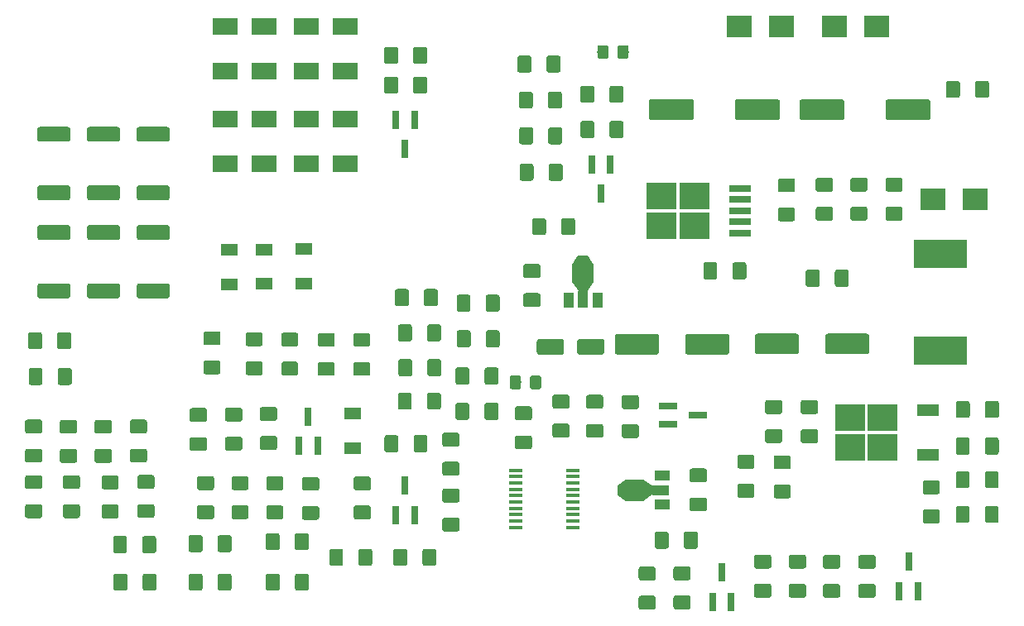
<source format=gbr>
%TF.GenerationSoftware,KiCad,Pcbnew,(5.1.4-0-10_14)*%
%TF.CreationDate,2019-11-24T21:13:53+02:00*%
%TF.ProjectId,READY,52454144-592e-46b6-9963-61645f706362,3.0*%
%TF.SameCoordinates,Original*%
%TF.FileFunction,Paste,Top*%
%TF.FilePolarity,Positive*%
%FSLAX46Y46*%
G04 Gerber Fmt 4.6, Leading zero omitted, Abs format (unit mm)*
G04 Created by KiCad (PCBNEW (5.1.4-0-10_14)) date 2019-11-24 21:13:53*
%MOMM*%
%LPD*%
G04 APERTURE LIST*
%ADD10R,1.700000X1.300000*%
%ADD11C,0.150000*%
%ADD12C,1.525000*%
%ADD13R,2.500000X1.800000*%
%ADD14C,1.425000*%
%ADD15R,2.500000X2.300000*%
%ADD16C,0.850000*%
%ADD17R,1.500000X1.000000*%
%ADD18R,1.800000X1.000000*%
%ADD19R,1.840000X2.200000*%
%ADD20C,1.000000*%
%ADD21R,2.200000X1.840000*%
%ADD22R,1.000000X1.500000*%
%ADD23R,1.000000X1.800000*%
%ADD24C,1.150000*%
%ADD25R,2.200000X1.200000*%
%ADD26R,3.050000X2.750000*%
%ADD27R,1.450000X0.450000*%
%ADD28C,1.600000*%
%ADD29R,2.200000X0.800000*%
%ADD30R,5.400000X2.900000*%
%ADD31C,2.100000*%
%ADD32R,0.800000X1.900000*%
%ADD33R,1.900000X0.800000*%
G04 APERTURE END LIST*
D10*
%TO.C,D32*%
X133373000Y-88176600D03*
X133373000Y-84676600D03*
%TD*%
%TO.C,D38*%
X129753000Y-88183600D03*
X129753000Y-84683600D03*
%TD*%
D11*
%TO.C,R30*%
G36*
X118366505Y-78063804D02*
G01*
X118390773Y-78067404D01*
X118414572Y-78073365D01*
X118437671Y-78081630D01*
X118459850Y-78092120D01*
X118480893Y-78104732D01*
X118500599Y-78119347D01*
X118518777Y-78135823D01*
X118535253Y-78154001D01*
X118549868Y-78173707D01*
X118562480Y-78194750D01*
X118572970Y-78216929D01*
X118581235Y-78240028D01*
X118587196Y-78263827D01*
X118590796Y-78288095D01*
X118592000Y-78312599D01*
X118592000Y-79337601D01*
X118590796Y-79362105D01*
X118587196Y-79386373D01*
X118581235Y-79410172D01*
X118572970Y-79433271D01*
X118562480Y-79455450D01*
X118549868Y-79476493D01*
X118535253Y-79496199D01*
X118518777Y-79514377D01*
X118500599Y-79530853D01*
X118480893Y-79545468D01*
X118459850Y-79558080D01*
X118437671Y-79568570D01*
X118414572Y-79576835D01*
X118390773Y-79582796D01*
X118366505Y-79586396D01*
X118342001Y-79587600D01*
X115491999Y-79587600D01*
X115467495Y-79586396D01*
X115443227Y-79582796D01*
X115419428Y-79576835D01*
X115396329Y-79568570D01*
X115374150Y-79558080D01*
X115353107Y-79545468D01*
X115333401Y-79530853D01*
X115315223Y-79514377D01*
X115298747Y-79496199D01*
X115284132Y-79476493D01*
X115271520Y-79455450D01*
X115261030Y-79433271D01*
X115252765Y-79410172D01*
X115246804Y-79386373D01*
X115243204Y-79362105D01*
X115242000Y-79337601D01*
X115242000Y-78312599D01*
X115243204Y-78288095D01*
X115246804Y-78263827D01*
X115252765Y-78240028D01*
X115261030Y-78216929D01*
X115271520Y-78194750D01*
X115284132Y-78173707D01*
X115298747Y-78154001D01*
X115315223Y-78135823D01*
X115333401Y-78119347D01*
X115353107Y-78104732D01*
X115374150Y-78092120D01*
X115396329Y-78081630D01*
X115419428Y-78073365D01*
X115443227Y-78067404D01*
X115467495Y-78063804D01*
X115491999Y-78062600D01*
X118342001Y-78062600D01*
X118366505Y-78063804D01*
X118366505Y-78063804D01*
G37*
D12*
X116917000Y-78825100D03*
D11*
G36*
X118366505Y-72088804D02*
G01*
X118390773Y-72092404D01*
X118414572Y-72098365D01*
X118437671Y-72106630D01*
X118459850Y-72117120D01*
X118480893Y-72129732D01*
X118500599Y-72144347D01*
X118518777Y-72160823D01*
X118535253Y-72179001D01*
X118549868Y-72198707D01*
X118562480Y-72219750D01*
X118572970Y-72241929D01*
X118581235Y-72265028D01*
X118587196Y-72288827D01*
X118590796Y-72313095D01*
X118592000Y-72337599D01*
X118592000Y-73362601D01*
X118590796Y-73387105D01*
X118587196Y-73411373D01*
X118581235Y-73435172D01*
X118572970Y-73458271D01*
X118562480Y-73480450D01*
X118549868Y-73501493D01*
X118535253Y-73521199D01*
X118518777Y-73539377D01*
X118500599Y-73555853D01*
X118480893Y-73570468D01*
X118459850Y-73583080D01*
X118437671Y-73593570D01*
X118414572Y-73601835D01*
X118390773Y-73607796D01*
X118366505Y-73611396D01*
X118342001Y-73612600D01*
X115491999Y-73612600D01*
X115467495Y-73611396D01*
X115443227Y-73607796D01*
X115419428Y-73601835D01*
X115396329Y-73593570D01*
X115374150Y-73583080D01*
X115353107Y-73570468D01*
X115333401Y-73555853D01*
X115315223Y-73539377D01*
X115298747Y-73521199D01*
X115284132Y-73501493D01*
X115271520Y-73480450D01*
X115261030Y-73458271D01*
X115252765Y-73435172D01*
X115246804Y-73411373D01*
X115243204Y-73387105D01*
X115242000Y-73362601D01*
X115242000Y-72337599D01*
X115243204Y-72313095D01*
X115246804Y-72288827D01*
X115252765Y-72265028D01*
X115261030Y-72241929D01*
X115271520Y-72219750D01*
X115284132Y-72198707D01*
X115298747Y-72179001D01*
X115315223Y-72160823D01*
X115333401Y-72144347D01*
X115353107Y-72129732D01*
X115374150Y-72117120D01*
X115396329Y-72106630D01*
X115419428Y-72098365D01*
X115443227Y-72092404D01*
X115467495Y-72088804D01*
X115491999Y-72087600D01*
X118342001Y-72087600D01*
X118366505Y-72088804D01*
X118366505Y-72088804D01*
G37*
D12*
X116917000Y-72850100D03*
%TD*%
D11*
%TO.C,R31*%
G36*
X113286505Y-72088804D02*
G01*
X113310773Y-72092404D01*
X113334572Y-72098365D01*
X113357671Y-72106630D01*
X113379850Y-72117120D01*
X113400893Y-72129732D01*
X113420599Y-72144347D01*
X113438777Y-72160823D01*
X113455253Y-72179001D01*
X113469868Y-72198707D01*
X113482480Y-72219750D01*
X113492970Y-72241929D01*
X113501235Y-72265028D01*
X113507196Y-72288827D01*
X113510796Y-72313095D01*
X113512000Y-72337599D01*
X113512000Y-73362601D01*
X113510796Y-73387105D01*
X113507196Y-73411373D01*
X113501235Y-73435172D01*
X113492970Y-73458271D01*
X113482480Y-73480450D01*
X113469868Y-73501493D01*
X113455253Y-73521199D01*
X113438777Y-73539377D01*
X113420599Y-73555853D01*
X113400893Y-73570468D01*
X113379850Y-73583080D01*
X113357671Y-73593570D01*
X113334572Y-73601835D01*
X113310773Y-73607796D01*
X113286505Y-73611396D01*
X113262001Y-73612600D01*
X110411999Y-73612600D01*
X110387495Y-73611396D01*
X110363227Y-73607796D01*
X110339428Y-73601835D01*
X110316329Y-73593570D01*
X110294150Y-73583080D01*
X110273107Y-73570468D01*
X110253401Y-73555853D01*
X110235223Y-73539377D01*
X110218747Y-73521199D01*
X110204132Y-73501493D01*
X110191520Y-73480450D01*
X110181030Y-73458271D01*
X110172765Y-73435172D01*
X110166804Y-73411373D01*
X110163204Y-73387105D01*
X110162000Y-73362601D01*
X110162000Y-72337599D01*
X110163204Y-72313095D01*
X110166804Y-72288827D01*
X110172765Y-72265028D01*
X110181030Y-72241929D01*
X110191520Y-72219750D01*
X110204132Y-72198707D01*
X110218747Y-72179001D01*
X110235223Y-72160823D01*
X110253401Y-72144347D01*
X110273107Y-72129732D01*
X110294150Y-72117120D01*
X110316329Y-72106630D01*
X110339428Y-72098365D01*
X110363227Y-72092404D01*
X110387495Y-72088804D01*
X110411999Y-72087600D01*
X113262001Y-72087600D01*
X113286505Y-72088804D01*
X113286505Y-72088804D01*
G37*
D12*
X111837000Y-72850100D03*
D11*
G36*
X113286505Y-78063804D02*
G01*
X113310773Y-78067404D01*
X113334572Y-78073365D01*
X113357671Y-78081630D01*
X113379850Y-78092120D01*
X113400893Y-78104732D01*
X113420599Y-78119347D01*
X113438777Y-78135823D01*
X113455253Y-78154001D01*
X113469868Y-78173707D01*
X113482480Y-78194750D01*
X113492970Y-78216929D01*
X113501235Y-78240028D01*
X113507196Y-78263827D01*
X113510796Y-78288095D01*
X113512000Y-78312599D01*
X113512000Y-79337601D01*
X113510796Y-79362105D01*
X113507196Y-79386373D01*
X113501235Y-79410172D01*
X113492970Y-79433271D01*
X113482480Y-79455450D01*
X113469868Y-79476493D01*
X113455253Y-79496199D01*
X113438777Y-79514377D01*
X113420599Y-79530853D01*
X113400893Y-79545468D01*
X113379850Y-79558080D01*
X113357671Y-79568570D01*
X113334572Y-79576835D01*
X113310773Y-79582796D01*
X113286505Y-79586396D01*
X113262001Y-79587600D01*
X110411999Y-79587600D01*
X110387495Y-79586396D01*
X110363227Y-79582796D01*
X110339428Y-79576835D01*
X110316329Y-79568570D01*
X110294150Y-79558080D01*
X110273107Y-79545468D01*
X110253401Y-79530853D01*
X110235223Y-79514377D01*
X110218747Y-79496199D01*
X110204132Y-79476493D01*
X110191520Y-79455450D01*
X110181030Y-79433271D01*
X110172765Y-79410172D01*
X110166804Y-79386373D01*
X110163204Y-79362105D01*
X110162000Y-79337601D01*
X110162000Y-78312599D01*
X110163204Y-78288095D01*
X110166804Y-78263827D01*
X110172765Y-78240028D01*
X110181030Y-78216929D01*
X110191520Y-78194750D01*
X110204132Y-78173707D01*
X110218747Y-78154001D01*
X110235223Y-78135823D01*
X110253401Y-78119347D01*
X110273107Y-78104732D01*
X110294150Y-78092120D01*
X110316329Y-78081630D01*
X110339428Y-78073365D01*
X110363227Y-78067404D01*
X110387495Y-78063804D01*
X110411999Y-78062600D01*
X113262001Y-78062600D01*
X113286505Y-78063804D01*
X113286505Y-78063804D01*
G37*
D12*
X111837000Y-78825100D03*
%TD*%
D11*
%TO.C,R33*%
G36*
X123446505Y-78063804D02*
G01*
X123470773Y-78067404D01*
X123494572Y-78073365D01*
X123517671Y-78081630D01*
X123539850Y-78092120D01*
X123560893Y-78104732D01*
X123580599Y-78119347D01*
X123598777Y-78135823D01*
X123615253Y-78154001D01*
X123629868Y-78173707D01*
X123642480Y-78194750D01*
X123652970Y-78216929D01*
X123661235Y-78240028D01*
X123667196Y-78263827D01*
X123670796Y-78288095D01*
X123672000Y-78312599D01*
X123672000Y-79337601D01*
X123670796Y-79362105D01*
X123667196Y-79386373D01*
X123661235Y-79410172D01*
X123652970Y-79433271D01*
X123642480Y-79455450D01*
X123629868Y-79476493D01*
X123615253Y-79496199D01*
X123598777Y-79514377D01*
X123580599Y-79530853D01*
X123560893Y-79545468D01*
X123539850Y-79558080D01*
X123517671Y-79568570D01*
X123494572Y-79576835D01*
X123470773Y-79582796D01*
X123446505Y-79586396D01*
X123422001Y-79587600D01*
X120571999Y-79587600D01*
X120547495Y-79586396D01*
X120523227Y-79582796D01*
X120499428Y-79576835D01*
X120476329Y-79568570D01*
X120454150Y-79558080D01*
X120433107Y-79545468D01*
X120413401Y-79530853D01*
X120395223Y-79514377D01*
X120378747Y-79496199D01*
X120364132Y-79476493D01*
X120351520Y-79455450D01*
X120341030Y-79433271D01*
X120332765Y-79410172D01*
X120326804Y-79386373D01*
X120323204Y-79362105D01*
X120322000Y-79337601D01*
X120322000Y-78312599D01*
X120323204Y-78288095D01*
X120326804Y-78263827D01*
X120332765Y-78240028D01*
X120341030Y-78216929D01*
X120351520Y-78194750D01*
X120364132Y-78173707D01*
X120378747Y-78154001D01*
X120395223Y-78135823D01*
X120413401Y-78119347D01*
X120433107Y-78104732D01*
X120454150Y-78092120D01*
X120476329Y-78081630D01*
X120499428Y-78073365D01*
X120523227Y-78067404D01*
X120547495Y-78063804D01*
X120571999Y-78062600D01*
X123422001Y-78062600D01*
X123446505Y-78063804D01*
X123446505Y-78063804D01*
G37*
D12*
X121997000Y-78825100D03*
D11*
G36*
X123446505Y-72088804D02*
G01*
X123470773Y-72092404D01*
X123494572Y-72098365D01*
X123517671Y-72106630D01*
X123539850Y-72117120D01*
X123560893Y-72129732D01*
X123580599Y-72144347D01*
X123598777Y-72160823D01*
X123615253Y-72179001D01*
X123629868Y-72198707D01*
X123642480Y-72219750D01*
X123652970Y-72241929D01*
X123661235Y-72265028D01*
X123667196Y-72288827D01*
X123670796Y-72313095D01*
X123672000Y-72337599D01*
X123672000Y-73362601D01*
X123670796Y-73387105D01*
X123667196Y-73411373D01*
X123661235Y-73435172D01*
X123652970Y-73458271D01*
X123642480Y-73480450D01*
X123629868Y-73501493D01*
X123615253Y-73521199D01*
X123598777Y-73539377D01*
X123580599Y-73555853D01*
X123560893Y-73570468D01*
X123539850Y-73583080D01*
X123517671Y-73593570D01*
X123494572Y-73601835D01*
X123470773Y-73607796D01*
X123446505Y-73611396D01*
X123422001Y-73612600D01*
X120571999Y-73612600D01*
X120547495Y-73611396D01*
X120523227Y-73607796D01*
X120499428Y-73601835D01*
X120476329Y-73593570D01*
X120454150Y-73583080D01*
X120433107Y-73570468D01*
X120413401Y-73555853D01*
X120395223Y-73539377D01*
X120378747Y-73521199D01*
X120364132Y-73501493D01*
X120351520Y-73480450D01*
X120341030Y-73458271D01*
X120332765Y-73435172D01*
X120326804Y-73411373D01*
X120323204Y-73387105D01*
X120322000Y-73362601D01*
X120322000Y-72337599D01*
X120323204Y-72313095D01*
X120326804Y-72288827D01*
X120332765Y-72265028D01*
X120341030Y-72241929D01*
X120351520Y-72219750D01*
X120364132Y-72198707D01*
X120378747Y-72179001D01*
X120395223Y-72160823D01*
X120413401Y-72144347D01*
X120433107Y-72129732D01*
X120454150Y-72117120D01*
X120476329Y-72106630D01*
X120499428Y-72098365D01*
X120523227Y-72092404D01*
X120547495Y-72088804D01*
X120571999Y-72087600D01*
X123422001Y-72087600D01*
X123446505Y-72088804D01*
X123446505Y-72088804D01*
G37*
D12*
X121997000Y-72850100D03*
%TD*%
D11*
%TO.C,R37*%
G36*
X113295505Y-88113804D02*
G01*
X113319773Y-88117404D01*
X113343572Y-88123365D01*
X113366671Y-88131630D01*
X113388850Y-88142120D01*
X113409893Y-88154732D01*
X113429599Y-88169347D01*
X113447777Y-88185823D01*
X113464253Y-88204001D01*
X113478868Y-88223707D01*
X113491480Y-88244750D01*
X113501970Y-88266929D01*
X113510235Y-88290028D01*
X113516196Y-88313827D01*
X113519796Y-88338095D01*
X113521000Y-88362599D01*
X113521000Y-89387601D01*
X113519796Y-89412105D01*
X113516196Y-89436373D01*
X113510235Y-89460172D01*
X113501970Y-89483271D01*
X113491480Y-89505450D01*
X113478868Y-89526493D01*
X113464253Y-89546199D01*
X113447777Y-89564377D01*
X113429599Y-89580853D01*
X113409893Y-89595468D01*
X113388850Y-89608080D01*
X113366671Y-89618570D01*
X113343572Y-89626835D01*
X113319773Y-89632796D01*
X113295505Y-89636396D01*
X113271001Y-89637600D01*
X110420999Y-89637600D01*
X110396495Y-89636396D01*
X110372227Y-89632796D01*
X110348428Y-89626835D01*
X110325329Y-89618570D01*
X110303150Y-89608080D01*
X110282107Y-89595468D01*
X110262401Y-89580853D01*
X110244223Y-89564377D01*
X110227747Y-89546199D01*
X110213132Y-89526493D01*
X110200520Y-89505450D01*
X110190030Y-89483271D01*
X110181765Y-89460172D01*
X110175804Y-89436373D01*
X110172204Y-89412105D01*
X110171000Y-89387601D01*
X110171000Y-88362599D01*
X110172204Y-88338095D01*
X110175804Y-88313827D01*
X110181765Y-88290028D01*
X110190030Y-88266929D01*
X110200520Y-88244750D01*
X110213132Y-88223707D01*
X110227747Y-88204001D01*
X110244223Y-88185823D01*
X110262401Y-88169347D01*
X110282107Y-88154732D01*
X110303150Y-88142120D01*
X110325329Y-88131630D01*
X110348428Y-88123365D01*
X110372227Y-88117404D01*
X110396495Y-88113804D01*
X110420999Y-88112600D01*
X113271001Y-88112600D01*
X113295505Y-88113804D01*
X113295505Y-88113804D01*
G37*
D12*
X111846000Y-88875100D03*
D11*
G36*
X113295505Y-82138804D02*
G01*
X113319773Y-82142404D01*
X113343572Y-82148365D01*
X113366671Y-82156630D01*
X113388850Y-82167120D01*
X113409893Y-82179732D01*
X113429599Y-82194347D01*
X113447777Y-82210823D01*
X113464253Y-82229001D01*
X113478868Y-82248707D01*
X113491480Y-82269750D01*
X113501970Y-82291929D01*
X113510235Y-82315028D01*
X113516196Y-82338827D01*
X113519796Y-82363095D01*
X113521000Y-82387599D01*
X113521000Y-83412601D01*
X113519796Y-83437105D01*
X113516196Y-83461373D01*
X113510235Y-83485172D01*
X113501970Y-83508271D01*
X113491480Y-83530450D01*
X113478868Y-83551493D01*
X113464253Y-83571199D01*
X113447777Y-83589377D01*
X113429599Y-83605853D01*
X113409893Y-83620468D01*
X113388850Y-83633080D01*
X113366671Y-83643570D01*
X113343572Y-83651835D01*
X113319773Y-83657796D01*
X113295505Y-83661396D01*
X113271001Y-83662600D01*
X110420999Y-83662600D01*
X110396495Y-83661396D01*
X110372227Y-83657796D01*
X110348428Y-83651835D01*
X110325329Y-83643570D01*
X110303150Y-83633080D01*
X110282107Y-83620468D01*
X110262401Y-83605853D01*
X110244223Y-83589377D01*
X110227747Y-83571199D01*
X110213132Y-83551493D01*
X110200520Y-83530450D01*
X110190030Y-83508271D01*
X110181765Y-83485172D01*
X110175804Y-83461373D01*
X110172204Y-83437105D01*
X110171000Y-83412601D01*
X110171000Y-82387599D01*
X110172204Y-82363095D01*
X110175804Y-82338827D01*
X110181765Y-82315028D01*
X110190030Y-82291929D01*
X110200520Y-82269750D01*
X110213132Y-82248707D01*
X110227747Y-82229001D01*
X110244223Y-82210823D01*
X110262401Y-82194347D01*
X110282107Y-82179732D01*
X110303150Y-82167120D01*
X110325329Y-82156630D01*
X110348428Y-82148365D01*
X110372227Y-82142404D01*
X110396495Y-82138804D01*
X110420999Y-82137600D01*
X113271001Y-82137600D01*
X113295505Y-82138804D01*
X113295505Y-82138804D01*
G37*
D12*
X111846000Y-82900100D03*
%TD*%
D11*
%TO.C,R40*%
G36*
X118375505Y-88113804D02*
G01*
X118399773Y-88117404D01*
X118423572Y-88123365D01*
X118446671Y-88131630D01*
X118468850Y-88142120D01*
X118489893Y-88154732D01*
X118509599Y-88169347D01*
X118527777Y-88185823D01*
X118544253Y-88204001D01*
X118558868Y-88223707D01*
X118571480Y-88244750D01*
X118581970Y-88266929D01*
X118590235Y-88290028D01*
X118596196Y-88313827D01*
X118599796Y-88338095D01*
X118601000Y-88362599D01*
X118601000Y-89387601D01*
X118599796Y-89412105D01*
X118596196Y-89436373D01*
X118590235Y-89460172D01*
X118581970Y-89483271D01*
X118571480Y-89505450D01*
X118558868Y-89526493D01*
X118544253Y-89546199D01*
X118527777Y-89564377D01*
X118509599Y-89580853D01*
X118489893Y-89595468D01*
X118468850Y-89608080D01*
X118446671Y-89618570D01*
X118423572Y-89626835D01*
X118399773Y-89632796D01*
X118375505Y-89636396D01*
X118351001Y-89637600D01*
X115500999Y-89637600D01*
X115476495Y-89636396D01*
X115452227Y-89632796D01*
X115428428Y-89626835D01*
X115405329Y-89618570D01*
X115383150Y-89608080D01*
X115362107Y-89595468D01*
X115342401Y-89580853D01*
X115324223Y-89564377D01*
X115307747Y-89546199D01*
X115293132Y-89526493D01*
X115280520Y-89505450D01*
X115270030Y-89483271D01*
X115261765Y-89460172D01*
X115255804Y-89436373D01*
X115252204Y-89412105D01*
X115251000Y-89387601D01*
X115251000Y-88362599D01*
X115252204Y-88338095D01*
X115255804Y-88313827D01*
X115261765Y-88290028D01*
X115270030Y-88266929D01*
X115280520Y-88244750D01*
X115293132Y-88223707D01*
X115307747Y-88204001D01*
X115324223Y-88185823D01*
X115342401Y-88169347D01*
X115362107Y-88154732D01*
X115383150Y-88142120D01*
X115405329Y-88131630D01*
X115428428Y-88123365D01*
X115452227Y-88117404D01*
X115476495Y-88113804D01*
X115500999Y-88112600D01*
X118351001Y-88112600D01*
X118375505Y-88113804D01*
X118375505Y-88113804D01*
G37*
D12*
X116926000Y-88875100D03*
D11*
G36*
X118375505Y-82138804D02*
G01*
X118399773Y-82142404D01*
X118423572Y-82148365D01*
X118446671Y-82156630D01*
X118468850Y-82167120D01*
X118489893Y-82179732D01*
X118509599Y-82194347D01*
X118527777Y-82210823D01*
X118544253Y-82229001D01*
X118558868Y-82248707D01*
X118571480Y-82269750D01*
X118581970Y-82291929D01*
X118590235Y-82315028D01*
X118596196Y-82338827D01*
X118599796Y-82363095D01*
X118601000Y-82387599D01*
X118601000Y-83412601D01*
X118599796Y-83437105D01*
X118596196Y-83461373D01*
X118590235Y-83485172D01*
X118581970Y-83508271D01*
X118571480Y-83530450D01*
X118558868Y-83551493D01*
X118544253Y-83571199D01*
X118527777Y-83589377D01*
X118509599Y-83605853D01*
X118489893Y-83620468D01*
X118468850Y-83633080D01*
X118446671Y-83643570D01*
X118423572Y-83651835D01*
X118399773Y-83657796D01*
X118375505Y-83661396D01*
X118351001Y-83662600D01*
X115500999Y-83662600D01*
X115476495Y-83661396D01*
X115452227Y-83657796D01*
X115428428Y-83651835D01*
X115405329Y-83643570D01*
X115383150Y-83633080D01*
X115362107Y-83620468D01*
X115342401Y-83605853D01*
X115324223Y-83589377D01*
X115307747Y-83571199D01*
X115293132Y-83551493D01*
X115280520Y-83530450D01*
X115270030Y-83508271D01*
X115261765Y-83485172D01*
X115255804Y-83461373D01*
X115252204Y-83437105D01*
X115251000Y-83412601D01*
X115251000Y-82387599D01*
X115252204Y-82363095D01*
X115255804Y-82338827D01*
X115261765Y-82315028D01*
X115270030Y-82291929D01*
X115280520Y-82269750D01*
X115293132Y-82248707D01*
X115307747Y-82229001D01*
X115324223Y-82210823D01*
X115342401Y-82194347D01*
X115362107Y-82179732D01*
X115383150Y-82167120D01*
X115405329Y-82156630D01*
X115428428Y-82148365D01*
X115452227Y-82142404D01*
X115476495Y-82138804D01*
X115500999Y-82137600D01*
X118351001Y-82137600D01*
X118375505Y-82138804D01*
X118375505Y-82138804D01*
G37*
D12*
X116926000Y-82900100D03*
%TD*%
D11*
%TO.C,R43*%
G36*
X123455505Y-82138804D02*
G01*
X123479773Y-82142404D01*
X123503572Y-82148365D01*
X123526671Y-82156630D01*
X123548850Y-82167120D01*
X123569893Y-82179732D01*
X123589599Y-82194347D01*
X123607777Y-82210823D01*
X123624253Y-82229001D01*
X123638868Y-82248707D01*
X123651480Y-82269750D01*
X123661970Y-82291929D01*
X123670235Y-82315028D01*
X123676196Y-82338827D01*
X123679796Y-82363095D01*
X123681000Y-82387599D01*
X123681000Y-83412601D01*
X123679796Y-83437105D01*
X123676196Y-83461373D01*
X123670235Y-83485172D01*
X123661970Y-83508271D01*
X123651480Y-83530450D01*
X123638868Y-83551493D01*
X123624253Y-83571199D01*
X123607777Y-83589377D01*
X123589599Y-83605853D01*
X123569893Y-83620468D01*
X123548850Y-83633080D01*
X123526671Y-83643570D01*
X123503572Y-83651835D01*
X123479773Y-83657796D01*
X123455505Y-83661396D01*
X123431001Y-83662600D01*
X120580999Y-83662600D01*
X120556495Y-83661396D01*
X120532227Y-83657796D01*
X120508428Y-83651835D01*
X120485329Y-83643570D01*
X120463150Y-83633080D01*
X120442107Y-83620468D01*
X120422401Y-83605853D01*
X120404223Y-83589377D01*
X120387747Y-83571199D01*
X120373132Y-83551493D01*
X120360520Y-83530450D01*
X120350030Y-83508271D01*
X120341765Y-83485172D01*
X120335804Y-83461373D01*
X120332204Y-83437105D01*
X120331000Y-83412601D01*
X120331000Y-82387599D01*
X120332204Y-82363095D01*
X120335804Y-82338827D01*
X120341765Y-82315028D01*
X120350030Y-82291929D01*
X120360520Y-82269750D01*
X120373132Y-82248707D01*
X120387747Y-82229001D01*
X120404223Y-82210823D01*
X120422401Y-82194347D01*
X120442107Y-82179732D01*
X120463150Y-82167120D01*
X120485329Y-82156630D01*
X120508428Y-82148365D01*
X120532227Y-82142404D01*
X120556495Y-82138804D01*
X120580999Y-82137600D01*
X123431001Y-82137600D01*
X123455505Y-82138804D01*
X123455505Y-82138804D01*
G37*
D12*
X122006000Y-82900100D03*
D11*
G36*
X123455505Y-88113804D02*
G01*
X123479773Y-88117404D01*
X123503572Y-88123365D01*
X123526671Y-88131630D01*
X123548850Y-88142120D01*
X123569893Y-88154732D01*
X123589599Y-88169347D01*
X123607777Y-88185823D01*
X123624253Y-88204001D01*
X123638868Y-88223707D01*
X123651480Y-88244750D01*
X123661970Y-88266929D01*
X123670235Y-88290028D01*
X123676196Y-88313827D01*
X123679796Y-88338095D01*
X123681000Y-88362599D01*
X123681000Y-89387601D01*
X123679796Y-89412105D01*
X123676196Y-89436373D01*
X123670235Y-89460172D01*
X123661970Y-89483271D01*
X123651480Y-89505450D01*
X123638868Y-89526493D01*
X123624253Y-89546199D01*
X123607777Y-89564377D01*
X123589599Y-89580853D01*
X123569893Y-89595468D01*
X123548850Y-89608080D01*
X123526671Y-89618570D01*
X123503572Y-89626835D01*
X123479773Y-89632796D01*
X123455505Y-89636396D01*
X123431001Y-89637600D01*
X120580999Y-89637600D01*
X120556495Y-89636396D01*
X120532227Y-89632796D01*
X120508428Y-89626835D01*
X120485329Y-89618570D01*
X120463150Y-89608080D01*
X120442107Y-89595468D01*
X120422401Y-89580853D01*
X120404223Y-89564377D01*
X120387747Y-89546199D01*
X120373132Y-89526493D01*
X120360520Y-89505450D01*
X120350030Y-89483271D01*
X120341765Y-89460172D01*
X120335804Y-89436373D01*
X120332204Y-89412105D01*
X120331000Y-89387601D01*
X120331000Y-88362599D01*
X120332204Y-88338095D01*
X120335804Y-88313827D01*
X120341765Y-88290028D01*
X120350030Y-88266929D01*
X120360520Y-88244750D01*
X120373132Y-88223707D01*
X120387747Y-88204001D01*
X120404223Y-88185823D01*
X120422401Y-88169347D01*
X120442107Y-88154732D01*
X120463150Y-88142120D01*
X120485329Y-88131630D01*
X120508428Y-88123365D01*
X120532227Y-88117404D01*
X120556495Y-88113804D01*
X120580999Y-88112600D01*
X123431001Y-88112600D01*
X123455505Y-88113804D01*
X123455505Y-88113804D01*
G37*
D12*
X122006000Y-88875100D03*
%TD*%
D13*
%TO.C,D28*%
X141635000Y-75876400D03*
X137635000Y-75876400D03*
%TD*%
%TO.C,D29*%
X133363000Y-75876400D03*
X129363000Y-75876400D03*
%TD*%
%TO.C,D30*%
X137635000Y-71326400D03*
X141635000Y-71326400D03*
%TD*%
%TO.C,D31*%
X129363000Y-71326400D03*
X133363000Y-71326400D03*
%TD*%
%TO.C,D33*%
X141635000Y-66351400D03*
X137635000Y-66351400D03*
%TD*%
%TO.C,D34*%
X133363000Y-66351400D03*
X129363000Y-66351400D03*
%TD*%
%TO.C,D35*%
X137635000Y-61801400D03*
X141635000Y-61801400D03*
%TD*%
%TO.C,D36*%
X129363000Y-61801400D03*
X133363000Y-61801400D03*
%TD*%
D11*
%TO.C,R49*%
G36*
X128665504Y-95989704D02*
G01*
X128689773Y-95993304D01*
X128713571Y-95999265D01*
X128736671Y-96007530D01*
X128758849Y-96018020D01*
X128779893Y-96030633D01*
X128799598Y-96045247D01*
X128817777Y-96061723D01*
X128834253Y-96079902D01*
X128848867Y-96099607D01*
X128861480Y-96120651D01*
X128871970Y-96142829D01*
X128880235Y-96165929D01*
X128886196Y-96189727D01*
X128889796Y-96213996D01*
X128891000Y-96238500D01*
X128891000Y-97163500D01*
X128889796Y-97188004D01*
X128886196Y-97212273D01*
X128880235Y-97236071D01*
X128871970Y-97259171D01*
X128861480Y-97281349D01*
X128848867Y-97302393D01*
X128834253Y-97322098D01*
X128817777Y-97340277D01*
X128799598Y-97356753D01*
X128779893Y-97371367D01*
X128758849Y-97383980D01*
X128736671Y-97394470D01*
X128713571Y-97402735D01*
X128689773Y-97408696D01*
X128665504Y-97412296D01*
X128641000Y-97413500D01*
X127391000Y-97413500D01*
X127366496Y-97412296D01*
X127342227Y-97408696D01*
X127318429Y-97402735D01*
X127295329Y-97394470D01*
X127273151Y-97383980D01*
X127252107Y-97371367D01*
X127232402Y-97356753D01*
X127214223Y-97340277D01*
X127197747Y-97322098D01*
X127183133Y-97302393D01*
X127170520Y-97281349D01*
X127160030Y-97259171D01*
X127151765Y-97236071D01*
X127145804Y-97212273D01*
X127142204Y-97188004D01*
X127141000Y-97163500D01*
X127141000Y-96238500D01*
X127142204Y-96213996D01*
X127145804Y-96189727D01*
X127151765Y-96165929D01*
X127160030Y-96142829D01*
X127170520Y-96120651D01*
X127183133Y-96099607D01*
X127197747Y-96079902D01*
X127214223Y-96061723D01*
X127232402Y-96045247D01*
X127252107Y-96030633D01*
X127273151Y-96018020D01*
X127295329Y-96007530D01*
X127318429Y-95999265D01*
X127342227Y-95993304D01*
X127366496Y-95989704D01*
X127391000Y-95988500D01*
X128641000Y-95988500D01*
X128665504Y-95989704D01*
X128665504Y-95989704D01*
G37*
D14*
X128016000Y-96701000D03*
D11*
G36*
X128665504Y-93014704D02*
G01*
X128689773Y-93018304D01*
X128713571Y-93024265D01*
X128736671Y-93032530D01*
X128758849Y-93043020D01*
X128779893Y-93055633D01*
X128799598Y-93070247D01*
X128817777Y-93086723D01*
X128834253Y-93104902D01*
X128848867Y-93124607D01*
X128861480Y-93145651D01*
X128871970Y-93167829D01*
X128880235Y-93190929D01*
X128886196Y-93214727D01*
X128889796Y-93238996D01*
X128891000Y-93263500D01*
X128891000Y-94188500D01*
X128889796Y-94213004D01*
X128886196Y-94237273D01*
X128880235Y-94261071D01*
X128871970Y-94284171D01*
X128861480Y-94306349D01*
X128848867Y-94327393D01*
X128834253Y-94347098D01*
X128817777Y-94365277D01*
X128799598Y-94381753D01*
X128779893Y-94396367D01*
X128758849Y-94408980D01*
X128736671Y-94419470D01*
X128713571Y-94427735D01*
X128689773Y-94433696D01*
X128665504Y-94437296D01*
X128641000Y-94438500D01*
X127391000Y-94438500D01*
X127366496Y-94437296D01*
X127342227Y-94433696D01*
X127318429Y-94427735D01*
X127295329Y-94419470D01*
X127273151Y-94408980D01*
X127252107Y-94396367D01*
X127232402Y-94381753D01*
X127214223Y-94365277D01*
X127197747Y-94347098D01*
X127183133Y-94327393D01*
X127170520Y-94306349D01*
X127160030Y-94284171D01*
X127151765Y-94261071D01*
X127145804Y-94237273D01*
X127142204Y-94213004D01*
X127141000Y-94188500D01*
X127141000Y-93263500D01*
X127142204Y-93238996D01*
X127145804Y-93214727D01*
X127151765Y-93190929D01*
X127160030Y-93167829D01*
X127170520Y-93145651D01*
X127183133Y-93124607D01*
X127197747Y-93104902D01*
X127214223Y-93086723D01*
X127232402Y-93070247D01*
X127252107Y-93055633D01*
X127273151Y-93043020D01*
X127295329Y-93032530D01*
X127318429Y-93024265D01*
X127342227Y-93018304D01*
X127366496Y-93014704D01*
X127391000Y-93013500D01*
X128641000Y-93013500D01*
X128665504Y-93014704D01*
X128665504Y-93014704D01*
G37*
D14*
X128016000Y-93726000D03*
%TD*%
D11*
%TO.C,R51*%
G36*
X113378504Y-93106204D02*
G01*
X113402773Y-93109804D01*
X113426571Y-93115765D01*
X113449671Y-93124030D01*
X113471849Y-93134520D01*
X113492893Y-93147133D01*
X113512598Y-93161747D01*
X113530777Y-93178223D01*
X113547253Y-93196402D01*
X113561867Y-93216107D01*
X113574480Y-93237151D01*
X113584970Y-93259329D01*
X113593235Y-93282429D01*
X113599196Y-93306227D01*
X113602796Y-93330496D01*
X113604000Y-93355000D01*
X113604000Y-94605000D01*
X113602796Y-94629504D01*
X113599196Y-94653773D01*
X113593235Y-94677571D01*
X113584970Y-94700671D01*
X113574480Y-94722849D01*
X113561867Y-94743893D01*
X113547253Y-94763598D01*
X113530777Y-94781777D01*
X113512598Y-94798253D01*
X113492893Y-94812867D01*
X113471849Y-94825480D01*
X113449671Y-94835970D01*
X113426571Y-94844235D01*
X113402773Y-94850196D01*
X113378504Y-94853796D01*
X113354000Y-94855000D01*
X112429000Y-94855000D01*
X112404496Y-94853796D01*
X112380227Y-94850196D01*
X112356429Y-94844235D01*
X112333329Y-94835970D01*
X112311151Y-94825480D01*
X112290107Y-94812867D01*
X112270402Y-94798253D01*
X112252223Y-94781777D01*
X112235747Y-94763598D01*
X112221133Y-94743893D01*
X112208520Y-94722849D01*
X112198030Y-94700671D01*
X112189765Y-94677571D01*
X112183804Y-94653773D01*
X112180204Y-94629504D01*
X112179000Y-94605000D01*
X112179000Y-93355000D01*
X112180204Y-93330496D01*
X112183804Y-93306227D01*
X112189765Y-93282429D01*
X112198030Y-93259329D01*
X112208520Y-93237151D01*
X112221133Y-93216107D01*
X112235747Y-93196402D01*
X112252223Y-93178223D01*
X112270402Y-93161747D01*
X112290107Y-93147133D01*
X112311151Y-93134520D01*
X112333329Y-93124030D01*
X112356429Y-93115765D01*
X112380227Y-93109804D01*
X112404496Y-93106204D01*
X112429000Y-93105000D01*
X113354000Y-93105000D01*
X113378504Y-93106204D01*
X113378504Y-93106204D01*
G37*
D14*
X112891500Y-93980000D03*
D11*
G36*
X110403504Y-93106204D02*
G01*
X110427773Y-93109804D01*
X110451571Y-93115765D01*
X110474671Y-93124030D01*
X110496849Y-93134520D01*
X110517893Y-93147133D01*
X110537598Y-93161747D01*
X110555777Y-93178223D01*
X110572253Y-93196402D01*
X110586867Y-93216107D01*
X110599480Y-93237151D01*
X110609970Y-93259329D01*
X110618235Y-93282429D01*
X110624196Y-93306227D01*
X110627796Y-93330496D01*
X110629000Y-93355000D01*
X110629000Y-94605000D01*
X110627796Y-94629504D01*
X110624196Y-94653773D01*
X110618235Y-94677571D01*
X110609970Y-94700671D01*
X110599480Y-94722849D01*
X110586867Y-94743893D01*
X110572253Y-94763598D01*
X110555777Y-94781777D01*
X110537598Y-94798253D01*
X110517893Y-94812867D01*
X110496849Y-94825480D01*
X110474671Y-94835970D01*
X110451571Y-94844235D01*
X110427773Y-94850196D01*
X110403504Y-94853796D01*
X110379000Y-94855000D01*
X109454000Y-94855000D01*
X109429496Y-94853796D01*
X109405227Y-94850196D01*
X109381429Y-94844235D01*
X109358329Y-94835970D01*
X109336151Y-94825480D01*
X109315107Y-94812867D01*
X109295402Y-94798253D01*
X109277223Y-94781777D01*
X109260747Y-94763598D01*
X109246133Y-94743893D01*
X109233520Y-94722849D01*
X109223030Y-94700671D01*
X109214765Y-94677571D01*
X109208804Y-94653773D01*
X109205204Y-94629504D01*
X109204000Y-94605000D01*
X109204000Y-93355000D01*
X109205204Y-93330496D01*
X109208804Y-93306227D01*
X109214765Y-93282429D01*
X109223030Y-93259329D01*
X109233520Y-93237151D01*
X109246133Y-93216107D01*
X109260747Y-93196402D01*
X109277223Y-93178223D01*
X109295402Y-93161747D01*
X109315107Y-93147133D01*
X109336151Y-93134520D01*
X109358329Y-93124030D01*
X109381429Y-93115765D01*
X109405227Y-93109804D01*
X109429496Y-93106204D01*
X109454000Y-93105000D01*
X110379000Y-93105000D01*
X110403504Y-93106204D01*
X110403504Y-93106204D01*
G37*
D14*
X109916500Y-93980000D03*
%TD*%
D11*
%TO.C,R10*%
G36*
X113444504Y-96763804D02*
G01*
X113468773Y-96767404D01*
X113492571Y-96773365D01*
X113515671Y-96781630D01*
X113537849Y-96792120D01*
X113558893Y-96804733D01*
X113578598Y-96819347D01*
X113596777Y-96835823D01*
X113613253Y-96854002D01*
X113627867Y-96873707D01*
X113640480Y-96894751D01*
X113650970Y-96916929D01*
X113659235Y-96940029D01*
X113665196Y-96963827D01*
X113668796Y-96988096D01*
X113670000Y-97012600D01*
X113670000Y-98262600D01*
X113668796Y-98287104D01*
X113665196Y-98311373D01*
X113659235Y-98335171D01*
X113650970Y-98358271D01*
X113640480Y-98380449D01*
X113627867Y-98401493D01*
X113613253Y-98421198D01*
X113596777Y-98439377D01*
X113578598Y-98455853D01*
X113558893Y-98470467D01*
X113537849Y-98483080D01*
X113515671Y-98493570D01*
X113492571Y-98501835D01*
X113468773Y-98507796D01*
X113444504Y-98511396D01*
X113420000Y-98512600D01*
X112495000Y-98512600D01*
X112470496Y-98511396D01*
X112446227Y-98507796D01*
X112422429Y-98501835D01*
X112399329Y-98493570D01*
X112377151Y-98483080D01*
X112356107Y-98470467D01*
X112336402Y-98455853D01*
X112318223Y-98439377D01*
X112301747Y-98421198D01*
X112287133Y-98401493D01*
X112274520Y-98380449D01*
X112264030Y-98358271D01*
X112255765Y-98335171D01*
X112249804Y-98311373D01*
X112246204Y-98287104D01*
X112245000Y-98262600D01*
X112245000Y-97012600D01*
X112246204Y-96988096D01*
X112249804Y-96963827D01*
X112255765Y-96940029D01*
X112264030Y-96916929D01*
X112274520Y-96894751D01*
X112287133Y-96873707D01*
X112301747Y-96854002D01*
X112318223Y-96835823D01*
X112336402Y-96819347D01*
X112356107Y-96804733D01*
X112377151Y-96792120D01*
X112399329Y-96781630D01*
X112422429Y-96773365D01*
X112446227Y-96767404D01*
X112470496Y-96763804D01*
X112495000Y-96762600D01*
X113420000Y-96762600D01*
X113444504Y-96763804D01*
X113444504Y-96763804D01*
G37*
D14*
X112957500Y-97637600D03*
D11*
G36*
X110469504Y-96763804D02*
G01*
X110493773Y-96767404D01*
X110517571Y-96773365D01*
X110540671Y-96781630D01*
X110562849Y-96792120D01*
X110583893Y-96804733D01*
X110603598Y-96819347D01*
X110621777Y-96835823D01*
X110638253Y-96854002D01*
X110652867Y-96873707D01*
X110665480Y-96894751D01*
X110675970Y-96916929D01*
X110684235Y-96940029D01*
X110690196Y-96963827D01*
X110693796Y-96988096D01*
X110695000Y-97012600D01*
X110695000Y-98262600D01*
X110693796Y-98287104D01*
X110690196Y-98311373D01*
X110684235Y-98335171D01*
X110675970Y-98358271D01*
X110665480Y-98380449D01*
X110652867Y-98401493D01*
X110638253Y-98421198D01*
X110621777Y-98439377D01*
X110603598Y-98455853D01*
X110583893Y-98470467D01*
X110562849Y-98483080D01*
X110540671Y-98493570D01*
X110517571Y-98501835D01*
X110493773Y-98507796D01*
X110469504Y-98511396D01*
X110445000Y-98512600D01*
X109520000Y-98512600D01*
X109495496Y-98511396D01*
X109471227Y-98507796D01*
X109447429Y-98501835D01*
X109424329Y-98493570D01*
X109402151Y-98483080D01*
X109381107Y-98470467D01*
X109361402Y-98455853D01*
X109343223Y-98439377D01*
X109326747Y-98421198D01*
X109312133Y-98401493D01*
X109299520Y-98380449D01*
X109289030Y-98358271D01*
X109280765Y-98335171D01*
X109274804Y-98311373D01*
X109271204Y-98287104D01*
X109270000Y-98262600D01*
X109270000Y-97012600D01*
X109271204Y-96988096D01*
X109274804Y-96963827D01*
X109280765Y-96940029D01*
X109289030Y-96916929D01*
X109299520Y-96894751D01*
X109312133Y-96873707D01*
X109326747Y-96854002D01*
X109343223Y-96835823D01*
X109361402Y-96819347D01*
X109381107Y-96804733D01*
X109402151Y-96792120D01*
X109424329Y-96781630D01*
X109447429Y-96773365D01*
X109471227Y-96767404D01*
X109495496Y-96763804D01*
X109520000Y-96762600D01*
X110445000Y-96762600D01*
X110469504Y-96763804D01*
X110469504Y-96763804D01*
G37*
D14*
X109982500Y-97637600D03*
%TD*%
D11*
%TO.C,C3*%
G36*
X160633504Y-72125804D02*
G01*
X160657773Y-72129404D01*
X160681571Y-72135365D01*
X160704671Y-72143630D01*
X160726849Y-72154120D01*
X160747893Y-72166733D01*
X160767598Y-72181347D01*
X160785777Y-72197823D01*
X160802253Y-72216002D01*
X160816867Y-72235707D01*
X160829480Y-72256751D01*
X160839970Y-72278929D01*
X160848235Y-72302029D01*
X160854196Y-72325827D01*
X160857796Y-72350096D01*
X160859000Y-72374600D01*
X160859000Y-73624600D01*
X160857796Y-73649104D01*
X160854196Y-73673373D01*
X160848235Y-73697171D01*
X160839970Y-73720271D01*
X160829480Y-73742449D01*
X160816867Y-73763493D01*
X160802253Y-73783198D01*
X160785777Y-73801377D01*
X160767598Y-73817853D01*
X160747893Y-73832467D01*
X160726849Y-73845080D01*
X160704671Y-73855570D01*
X160681571Y-73863835D01*
X160657773Y-73869796D01*
X160633504Y-73873396D01*
X160609000Y-73874600D01*
X159684000Y-73874600D01*
X159659496Y-73873396D01*
X159635227Y-73869796D01*
X159611429Y-73863835D01*
X159588329Y-73855570D01*
X159566151Y-73845080D01*
X159545107Y-73832467D01*
X159525402Y-73817853D01*
X159507223Y-73801377D01*
X159490747Y-73783198D01*
X159476133Y-73763493D01*
X159463520Y-73742449D01*
X159453030Y-73720271D01*
X159444765Y-73697171D01*
X159438804Y-73673373D01*
X159435204Y-73649104D01*
X159434000Y-73624600D01*
X159434000Y-72374600D01*
X159435204Y-72350096D01*
X159438804Y-72325827D01*
X159444765Y-72302029D01*
X159453030Y-72278929D01*
X159463520Y-72256751D01*
X159476133Y-72235707D01*
X159490747Y-72216002D01*
X159507223Y-72197823D01*
X159525402Y-72181347D01*
X159545107Y-72166733D01*
X159566151Y-72154120D01*
X159588329Y-72143630D01*
X159611429Y-72135365D01*
X159635227Y-72129404D01*
X159659496Y-72125804D01*
X159684000Y-72124600D01*
X160609000Y-72124600D01*
X160633504Y-72125804D01*
X160633504Y-72125804D01*
G37*
D14*
X160146500Y-72999600D03*
D11*
G36*
X163608504Y-72125804D02*
G01*
X163632773Y-72129404D01*
X163656571Y-72135365D01*
X163679671Y-72143630D01*
X163701849Y-72154120D01*
X163722893Y-72166733D01*
X163742598Y-72181347D01*
X163760777Y-72197823D01*
X163777253Y-72216002D01*
X163791867Y-72235707D01*
X163804480Y-72256751D01*
X163814970Y-72278929D01*
X163823235Y-72302029D01*
X163829196Y-72325827D01*
X163832796Y-72350096D01*
X163834000Y-72374600D01*
X163834000Y-73624600D01*
X163832796Y-73649104D01*
X163829196Y-73673373D01*
X163823235Y-73697171D01*
X163814970Y-73720271D01*
X163804480Y-73742449D01*
X163791867Y-73763493D01*
X163777253Y-73783198D01*
X163760777Y-73801377D01*
X163742598Y-73817853D01*
X163722893Y-73832467D01*
X163701849Y-73845080D01*
X163679671Y-73855570D01*
X163656571Y-73863835D01*
X163632773Y-73869796D01*
X163608504Y-73873396D01*
X163584000Y-73874600D01*
X162659000Y-73874600D01*
X162634496Y-73873396D01*
X162610227Y-73869796D01*
X162586429Y-73863835D01*
X162563329Y-73855570D01*
X162541151Y-73845080D01*
X162520107Y-73832467D01*
X162500402Y-73817853D01*
X162482223Y-73801377D01*
X162465747Y-73783198D01*
X162451133Y-73763493D01*
X162438520Y-73742449D01*
X162428030Y-73720271D01*
X162419765Y-73697171D01*
X162413804Y-73673373D01*
X162410204Y-73649104D01*
X162409000Y-73624600D01*
X162409000Y-72374600D01*
X162410204Y-72350096D01*
X162413804Y-72325827D01*
X162419765Y-72302029D01*
X162428030Y-72278929D01*
X162438520Y-72256751D01*
X162451133Y-72235707D01*
X162465747Y-72216002D01*
X162482223Y-72197823D01*
X162500402Y-72181347D01*
X162520107Y-72166733D01*
X162541151Y-72154120D01*
X162563329Y-72143630D01*
X162586429Y-72135365D01*
X162610227Y-72129404D01*
X162634496Y-72125804D01*
X162659000Y-72124600D01*
X163584000Y-72124600D01*
X163608504Y-72125804D01*
X163608504Y-72125804D01*
G37*
D14*
X163121500Y-72999600D03*
%TD*%
D11*
%TO.C,C5*%
G36*
X135091504Y-107873204D02*
G01*
X135115773Y-107876804D01*
X135139571Y-107882765D01*
X135162671Y-107891030D01*
X135184849Y-107901520D01*
X135205893Y-107914133D01*
X135225598Y-107928747D01*
X135243777Y-107945223D01*
X135260253Y-107963402D01*
X135274867Y-107983107D01*
X135287480Y-108004151D01*
X135297970Y-108026329D01*
X135306235Y-108049429D01*
X135312196Y-108073227D01*
X135315796Y-108097496D01*
X135317000Y-108122000D01*
X135317000Y-109047000D01*
X135315796Y-109071504D01*
X135312196Y-109095773D01*
X135306235Y-109119571D01*
X135297970Y-109142671D01*
X135287480Y-109164849D01*
X135274867Y-109185893D01*
X135260253Y-109205598D01*
X135243777Y-109223777D01*
X135225598Y-109240253D01*
X135205893Y-109254867D01*
X135184849Y-109267480D01*
X135162671Y-109277970D01*
X135139571Y-109286235D01*
X135115773Y-109292196D01*
X135091504Y-109295796D01*
X135067000Y-109297000D01*
X133817000Y-109297000D01*
X133792496Y-109295796D01*
X133768227Y-109292196D01*
X133744429Y-109286235D01*
X133721329Y-109277970D01*
X133699151Y-109267480D01*
X133678107Y-109254867D01*
X133658402Y-109240253D01*
X133640223Y-109223777D01*
X133623747Y-109205598D01*
X133609133Y-109185893D01*
X133596520Y-109164849D01*
X133586030Y-109142671D01*
X133577765Y-109119571D01*
X133571804Y-109095773D01*
X133568204Y-109071504D01*
X133567000Y-109047000D01*
X133567000Y-108122000D01*
X133568204Y-108097496D01*
X133571804Y-108073227D01*
X133577765Y-108049429D01*
X133586030Y-108026329D01*
X133596520Y-108004151D01*
X133609133Y-107983107D01*
X133623747Y-107963402D01*
X133640223Y-107945223D01*
X133658402Y-107928747D01*
X133678107Y-107914133D01*
X133699151Y-107901520D01*
X133721329Y-107891030D01*
X133744429Y-107882765D01*
X133768227Y-107876804D01*
X133792496Y-107873204D01*
X133817000Y-107872000D01*
X135067000Y-107872000D01*
X135091504Y-107873204D01*
X135091504Y-107873204D01*
G37*
D14*
X134442000Y-108584500D03*
D11*
G36*
X135091504Y-110848204D02*
G01*
X135115773Y-110851804D01*
X135139571Y-110857765D01*
X135162671Y-110866030D01*
X135184849Y-110876520D01*
X135205893Y-110889133D01*
X135225598Y-110903747D01*
X135243777Y-110920223D01*
X135260253Y-110938402D01*
X135274867Y-110958107D01*
X135287480Y-110979151D01*
X135297970Y-111001329D01*
X135306235Y-111024429D01*
X135312196Y-111048227D01*
X135315796Y-111072496D01*
X135317000Y-111097000D01*
X135317000Y-112022000D01*
X135315796Y-112046504D01*
X135312196Y-112070773D01*
X135306235Y-112094571D01*
X135297970Y-112117671D01*
X135287480Y-112139849D01*
X135274867Y-112160893D01*
X135260253Y-112180598D01*
X135243777Y-112198777D01*
X135225598Y-112215253D01*
X135205893Y-112229867D01*
X135184849Y-112242480D01*
X135162671Y-112252970D01*
X135139571Y-112261235D01*
X135115773Y-112267196D01*
X135091504Y-112270796D01*
X135067000Y-112272000D01*
X133817000Y-112272000D01*
X133792496Y-112270796D01*
X133768227Y-112267196D01*
X133744429Y-112261235D01*
X133721329Y-112252970D01*
X133699151Y-112242480D01*
X133678107Y-112229867D01*
X133658402Y-112215253D01*
X133640223Y-112198777D01*
X133623747Y-112180598D01*
X133609133Y-112160893D01*
X133596520Y-112139849D01*
X133586030Y-112117671D01*
X133577765Y-112094571D01*
X133571804Y-112070773D01*
X133568204Y-112046504D01*
X133567000Y-112022000D01*
X133567000Y-111097000D01*
X133568204Y-111072496D01*
X133571804Y-111048227D01*
X133577765Y-111024429D01*
X133586030Y-111001329D01*
X133596520Y-110979151D01*
X133609133Y-110958107D01*
X133623747Y-110938402D01*
X133640223Y-110920223D01*
X133658402Y-110903747D01*
X133678107Y-110889133D01*
X133699151Y-110876520D01*
X133721329Y-110866030D01*
X133744429Y-110857765D01*
X133768227Y-110851804D01*
X133792496Y-110848204D01*
X133817000Y-110847000D01*
X135067000Y-110847000D01*
X135091504Y-110848204D01*
X135091504Y-110848204D01*
G37*
D14*
X134442000Y-111559500D03*
%TD*%
D11*
%TO.C,C7*%
G36*
X205296504Y-100142204D02*
G01*
X205320773Y-100145804D01*
X205344571Y-100151765D01*
X205367671Y-100160030D01*
X205389849Y-100170520D01*
X205410893Y-100183133D01*
X205430598Y-100197747D01*
X205448777Y-100214223D01*
X205465253Y-100232402D01*
X205479867Y-100252107D01*
X205492480Y-100273151D01*
X205502970Y-100295329D01*
X205511235Y-100318429D01*
X205517196Y-100342227D01*
X205520796Y-100366496D01*
X205522000Y-100391000D01*
X205522000Y-101641000D01*
X205520796Y-101665504D01*
X205517196Y-101689773D01*
X205511235Y-101713571D01*
X205502970Y-101736671D01*
X205492480Y-101758849D01*
X205479867Y-101779893D01*
X205465253Y-101799598D01*
X205448777Y-101817777D01*
X205430598Y-101834253D01*
X205410893Y-101848867D01*
X205389849Y-101861480D01*
X205367671Y-101871970D01*
X205344571Y-101880235D01*
X205320773Y-101886196D01*
X205296504Y-101889796D01*
X205272000Y-101891000D01*
X204347000Y-101891000D01*
X204322496Y-101889796D01*
X204298227Y-101886196D01*
X204274429Y-101880235D01*
X204251329Y-101871970D01*
X204229151Y-101861480D01*
X204208107Y-101848867D01*
X204188402Y-101834253D01*
X204170223Y-101817777D01*
X204153747Y-101799598D01*
X204139133Y-101779893D01*
X204126520Y-101758849D01*
X204116030Y-101736671D01*
X204107765Y-101713571D01*
X204101804Y-101689773D01*
X204098204Y-101665504D01*
X204097000Y-101641000D01*
X204097000Y-100391000D01*
X204098204Y-100366496D01*
X204101804Y-100342227D01*
X204107765Y-100318429D01*
X204116030Y-100295329D01*
X204126520Y-100273151D01*
X204139133Y-100252107D01*
X204153747Y-100232402D01*
X204170223Y-100214223D01*
X204188402Y-100197747D01*
X204208107Y-100183133D01*
X204229151Y-100170520D01*
X204251329Y-100160030D01*
X204274429Y-100151765D01*
X204298227Y-100145804D01*
X204322496Y-100142204D01*
X204347000Y-100141000D01*
X205272000Y-100141000D01*
X205296504Y-100142204D01*
X205296504Y-100142204D01*
G37*
D14*
X204809500Y-101016000D03*
D11*
G36*
X208271504Y-100142204D02*
G01*
X208295773Y-100145804D01*
X208319571Y-100151765D01*
X208342671Y-100160030D01*
X208364849Y-100170520D01*
X208385893Y-100183133D01*
X208405598Y-100197747D01*
X208423777Y-100214223D01*
X208440253Y-100232402D01*
X208454867Y-100252107D01*
X208467480Y-100273151D01*
X208477970Y-100295329D01*
X208486235Y-100318429D01*
X208492196Y-100342227D01*
X208495796Y-100366496D01*
X208497000Y-100391000D01*
X208497000Y-101641000D01*
X208495796Y-101665504D01*
X208492196Y-101689773D01*
X208486235Y-101713571D01*
X208477970Y-101736671D01*
X208467480Y-101758849D01*
X208454867Y-101779893D01*
X208440253Y-101799598D01*
X208423777Y-101817777D01*
X208405598Y-101834253D01*
X208385893Y-101848867D01*
X208364849Y-101861480D01*
X208342671Y-101871970D01*
X208319571Y-101880235D01*
X208295773Y-101886196D01*
X208271504Y-101889796D01*
X208247000Y-101891000D01*
X207322000Y-101891000D01*
X207297496Y-101889796D01*
X207273227Y-101886196D01*
X207249429Y-101880235D01*
X207226329Y-101871970D01*
X207204151Y-101861480D01*
X207183107Y-101848867D01*
X207163402Y-101834253D01*
X207145223Y-101817777D01*
X207128747Y-101799598D01*
X207114133Y-101779893D01*
X207101520Y-101758849D01*
X207091030Y-101736671D01*
X207082765Y-101713571D01*
X207076804Y-101689773D01*
X207073204Y-101665504D01*
X207072000Y-101641000D01*
X207072000Y-100391000D01*
X207073204Y-100366496D01*
X207076804Y-100342227D01*
X207082765Y-100318429D01*
X207091030Y-100295329D01*
X207101520Y-100273151D01*
X207114133Y-100252107D01*
X207128747Y-100232402D01*
X207145223Y-100214223D01*
X207163402Y-100197747D01*
X207183107Y-100183133D01*
X207204151Y-100170520D01*
X207226329Y-100160030D01*
X207249429Y-100151765D01*
X207273227Y-100145804D01*
X207297496Y-100142204D01*
X207322000Y-100141000D01*
X208247000Y-100141000D01*
X208271504Y-100142204D01*
X208271504Y-100142204D01*
G37*
D14*
X207784500Y-101016000D03*
%TD*%
D11*
%TO.C,C8*%
G36*
X205285504Y-103888204D02*
G01*
X205309773Y-103891804D01*
X205333571Y-103897765D01*
X205356671Y-103906030D01*
X205378849Y-103916520D01*
X205399893Y-103929133D01*
X205419598Y-103943747D01*
X205437777Y-103960223D01*
X205454253Y-103978402D01*
X205468867Y-103998107D01*
X205481480Y-104019151D01*
X205491970Y-104041329D01*
X205500235Y-104064429D01*
X205506196Y-104088227D01*
X205509796Y-104112496D01*
X205511000Y-104137000D01*
X205511000Y-105387000D01*
X205509796Y-105411504D01*
X205506196Y-105435773D01*
X205500235Y-105459571D01*
X205491970Y-105482671D01*
X205481480Y-105504849D01*
X205468867Y-105525893D01*
X205454253Y-105545598D01*
X205437777Y-105563777D01*
X205419598Y-105580253D01*
X205399893Y-105594867D01*
X205378849Y-105607480D01*
X205356671Y-105617970D01*
X205333571Y-105626235D01*
X205309773Y-105632196D01*
X205285504Y-105635796D01*
X205261000Y-105637000D01*
X204336000Y-105637000D01*
X204311496Y-105635796D01*
X204287227Y-105632196D01*
X204263429Y-105626235D01*
X204240329Y-105617970D01*
X204218151Y-105607480D01*
X204197107Y-105594867D01*
X204177402Y-105580253D01*
X204159223Y-105563777D01*
X204142747Y-105545598D01*
X204128133Y-105525893D01*
X204115520Y-105504849D01*
X204105030Y-105482671D01*
X204096765Y-105459571D01*
X204090804Y-105435773D01*
X204087204Y-105411504D01*
X204086000Y-105387000D01*
X204086000Y-104137000D01*
X204087204Y-104112496D01*
X204090804Y-104088227D01*
X204096765Y-104064429D01*
X204105030Y-104041329D01*
X204115520Y-104019151D01*
X204128133Y-103998107D01*
X204142747Y-103978402D01*
X204159223Y-103960223D01*
X204177402Y-103943747D01*
X204197107Y-103929133D01*
X204218151Y-103916520D01*
X204240329Y-103906030D01*
X204263429Y-103897765D01*
X204287227Y-103891804D01*
X204311496Y-103888204D01*
X204336000Y-103887000D01*
X205261000Y-103887000D01*
X205285504Y-103888204D01*
X205285504Y-103888204D01*
G37*
D14*
X204798500Y-104762000D03*
D11*
G36*
X208260504Y-103888204D02*
G01*
X208284773Y-103891804D01*
X208308571Y-103897765D01*
X208331671Y-103906030D01*
X208353849Y-103916520D01*
X208374893Y-103929133D01*
X208394598Y-103943747D01*
X208412777Y-103960223D01*
X208429253Y-103978402D01*
X208443867Y-103998107D01*
X208456480Y-104019151D01*
X208466970Y-104041329D01*
X208475235Y-104064429D01*
X208481196Y-104088227D01*
X208484796Y-104112496D01*
X208486000Y-104137000D01*
X208486000Y-105387000D01*
X208484796Y-105411504D01*
X208481196Y-105435773D01*
X208475235Y-105459571D01*
X208466970Y-105482671D01*
X208456480Y-105504849D01*
X208443867Y-105525893D01*
X208429253Y-105545598D01*
X208412777Y-105563777D01*
X208394598Y-105580253D01*
X208374893Y-105594867D01*
X208353849Y-105607480D01*
X208331671Y-105617970D01*
X208308571Y-105626235D01*
X208284773Y-105632196D01*
X208260504Y-105635796D01*
X208236000Y-105637000D01*
X207311000Y-105637000D01*
X207286496Y-105635796D01*
X207262227Y-105632196D01*
X207238429Y-105626235D01*
X207215329Y-105617970D01*
X207193151Y-105607480D01*
X207172107Y-105594867D01*
X207152402Y-105580253D01*
X207134223Y-105563777D01*
X207117747Y-105545598D01*
X207103133Y-105525893D01*
X207090520Y-105504849D01*
X207080030Y-105482671D01*
X207071765Y-105459571D01*
X207065804Y-105435773D01*
X207062204Y-105411504D01*
X207061000Y-105387000D01*
X207061000Y-104137000D01*
X207062204Y-104112496D01*
X207065804Y-104088227D01*
X207071765Y-104064429D01*
X207080030Y-104041329D01*
X207090520Y-104019151D01*
X207103133Y-103998107D01*
X207117747Y-103978402D01*
X207134223Y-103960223D01*
X207152402Y-103943747D01*
X207172107Y-103929133D01*
X207193151Y-103916520D01*
X207215329Y-103906030D01*
X207238429Y-103897765D01*
X207262227Y-103891804D01*
X207286496Y-103888204D01*
X207311000Y-103887000D01*
X208236000Y-103887000D01*
X208260504Y-103888204D01*
X208260504Y-103888204D01*
G37*
D14*
X207773500Y-104762000D03*
%TD*%
D11*
%TO.C,C9*%
G36*
X189765504Y-100060204D02*
G01*
X189789773Y-100063804D01*
X189813571Y-100069765D01*
X189836671Y-100078030D01*
X189858849Y-100088520D01*
X189879893Y-100101133D01*
X189899598Y-100115747D01*
X189917777Y-100132223D01*
X189934253Y-100150402D01*
X189948867Y-100170107D01*
X189961480Y-100191151D01*
X189971970Y-100213329D01*
X189980235Y-100236429D01*
X189986196Y-100260227D01*
X189989796Y-100284496D01*
X189991000Y-100309000D01*
X189991000Y-101234000D01*
X189989796Y-101258504D01*
X189986196Y-101282773D01*
X189980235Y-101306571D01*
X189971970Y-101329671D01*
X189961480Y-101351849D01*
X189948867Y-101372893D01*
X189934253Y-101392598D01*
X189917777Y-101410777D01*
X189899598Y-101427253D01*
X189879893Y-101441867D01*
X189858849Y-101454480D01*
X189836671Y-101464970D01*
X189813571Y-101473235D01*
X189789773Y-101479196D01*
X189765504Y-101482796D01*
X189741000Y-101484000D01*
X188491000Y-101484000D01*
X188466496Y-101482796D01*
X188442227Y-101479196D01*
X188418429Y-101473235D01*
X188395329Y-101464970D01*
X188373151Y-101454480D01*
X188352107Y-101441867D01*
X188332402Y-101427253D01*
X188314223Y-101410777D01*
X188297747Y-101392598D01*
X188283133Y-101372893D01*
X188270520Y-101351849D01*
X188260030Y-101329671D01*
X188251765Y-101306571D01*
X188245804Y-101282773D01*
X188242204Y-101258504D01*
X188241000Y-101234000D01*
X188241000Y-100309000D01*
X188242204Y-100284496D01*
X188245804Y-100260227D01*
X188251765Y-100236429D01*
X188260030Y-100213329D01*
X188270520Y-100191151D01*
X188283133Y-100170107D01*
X188297747Y-100150402D01*
X188314223Y-100132223D01*
X188332402Y-100115747D01*
X188352107Y-100101133D01*
X188373151Y-100088520D01*
X188395329Y-100078030D01*
X188418429Y-100069765D01*
X188442227Y-100063804D01*
X188466496Y-100060204D01*
X188491000Y-100059000D01*
X189741000Y-100059000D01*
X189765504Y-100060204D01*
X189765504Y-100060204D01*
G37*
D14*
X189116000Y-100771500D03*
D11*
G36*
X189765504Y-103035204D02*
G01*
X189789773Y-103038804D01*
X189813571Y-103044765D01*
X189836671Y-103053030D01*
X189858849Y-103063520D01*
X189879893Y-103076133D01*
X189899598Y-103090747D01*
X189917777Y-103107223D01*
X189934253Y-103125402D01*
X189948867Y-103145107D01*
X189961480Y-103166151D01*
X189971970Y-103188329D01*
X189980235Y-103211429D01*
X189986196Y-103235227D01*
X189989796Y-103259496D01*
X189991000Y-103284000D01*
X189991000Y-104209000D01*
X189989796Y-104233504D01*
X189986196Y-104257773D01*
X189980235Y-104281571D01*
X189971970Y-104304671D01*
X189961480Y-104326849D01*
X189948867Y-104347893D01*
X189934253Y-104367598D01*
X189917777Y-104385777D01*
X189899598Y-104402253D01*
X189879893Y-104416867D01*
X189858849Y-104429480D01*
X189836671Y-104439970D01*
X189813571Y-104448235D01*
X189789773Y-104454196D01*
X189765504Y-104457796D01*
X189741000Y-104459000D01*
X188491000Y-104459000D01*
X188466496Y-104457796D01*
X188442227Y-104454196D01*
X188418429Y-104448235D01*
X188395329Y-104439970D01*
X188373151Y-104429480D01*
X188352107Y-104416867D01*
X188332402Y-104402253D01*
X188314223Y-104385777D01*
X188297747Y-104367598D01*
X188283133Y-104347893D01*
X188270520Y-104326849D01*
X188260030Y-104304671D01*
X188251765Y-104281571D01*
X188245804Y-104257773D01*
X188242204Y-104233504D01*
X188241000Y-104209000D01*
X188241000Y-103284000D01*
X188242204Y-103259496D01*
X188245804Y-103235227D01*
X188251765Y-103211429D01*
X188260030Y-103188329D01*
X188270520Y-103166151D01*
X188283133Y-103145107D01*
X188297747Y-103125402D01*
X188314223Y-103107223D01*
X188332402Y-103090747D01*
X188352107Y-103076133D01*
X188373151Y-103063520D01*
X188395329Y-103053030D01*
X188418429Y-103044765D01*
X188442227Y-103038804D01*
X188466496Y-103035204D01*
X188491000Y-103034000D01*
X189741000Y-103034000D01*
X189765504Y-103035204D01*
X189765504Y-103035204D01*
G37*
D14*
X189116000Y-103746500D03*
%TD*%
D11*
%TO.C,C21*%
G36*
X117540504Y-105054204D02*
G01*
X117564773Y-105057804D01*
X117588571Y-105063765D01*
X117611671Y-105072030D01*
X117633849Y-105082520D01*
X117654893Y-105095133D01*
X117674598Y-105109747D01*
X117692777Y-105126223D01*
X117709253Y-105144402D01*
X117723867Y-105164107D01*
X117736480Y-105185151D01*
X117746970Y-105207329D01*
X117755235Y-105230429D01*
X117761196Y-105254227D01*
X117764796Y-105278496D01*
X117766000Y-105303000D01*
X117766000Y-106228000D01*
X117764796Y-106252504D01*
X117761196Y-106276773D01*
X117755235Y-106300571D01*
X117746970Y-106323671D01*
X117736480Y-106345849D01*
X117723867Y-106366893D01*
X117709253Y-106386598D01*
X117692777Y-106404777D01*
X117674598Y-106421253D01*
X117654893Y-106435867D01*
X117633849Y-106448480D01*
X117611671Y-106458970D01*
X117588571Y-106467235D01*
X117564773Y-106473196D01*
X117540504Y-106476796D01*
X117516000Y-106478000D01*
X116266000Y-106478000D01*
X116241496Y-106476796D01*
X116217227Y-106473196D01*
X116193429Y-106467235D01*
X116170329Y-106458970D01*
X116148151Y-106448480D01*
X116127107Y-106435867D01*
X116107402Y-106421253D01*
X116089223Y-106404777D01*
X116072747Y-106386598D01*
X116058133Y-106366893D01*
X116045520Y-106345849D01*
X116035030Y-106323671D01*
X116026765Y-106300571D01*
X116020804Y-106276773D01*
X116017204Y-106252504D01*
X116016000Y-106228000D01*
X116016000Y-105303000D01*
X116017204Y-105278496D01*
X116020804Y-105254227D01*
X116026765Y-105230429D01*
X116035030Y-105207329D01*
X116045520Y-105185151D01*
X116058133Y-105164107D01*
X116072747Y-105144402D01*
X116089223Y-105126223D01*
X116107402Y-105109747D01*
X116127107Y-105095133D01*
X116148151Y-105082520D01*
X116170329Y-105072030D01*
X116193429Y-105063765D01*
X116217227Y-105057804D01*
X116241496Y-105054204D01*
X116266000Y-105053000D01*
X117516000Y-105053000D01*
X117540504Y-105054204D01*
X117540504Y-105054204D01*
G37*
D14*
X116891000Y-105765500D03*
D11*
G36*
X117540504Y-102079204D02*
G01*
X117564773Y-102082804D01*
X117588571Y-102088765D01*
X117611671Y-102097030D01*
X117633849Y-102107520D01*
X117654893Y-102120133D01*
X117674598Y-102134747D01*
X117692777Y-102151223D01*
X117709253Y-102169402D01*
X117723867Y-102189107D01*
X117736480Y-102210151D01*
X117746970Y-102232329D01*
X117755235Y-102255429D01*
X117761196Y-102279227D01*
X117764796Y-102303496D01*
X117766000Y-102328000D01*
X117766000Y-103253000D01*
X117764796Y-103277504D01*
X117761196Y-103301773D01*
X117755235Y-103325571D01*
X117746970Y-103348671D01*
X117736480Y-103370849D01*
X117723867Y-103391893D01*
X117709253Y-103411598D01*
X117692777Y-103429777D01*
X117674598Y-103446253D01*
X117654893Y-103460867D01*
X117633849Y-103473480D01*
X117611671Y-103483970D01*
X117588571Y-103492235D01*
X117564773Y-103498196D01*
X117540504Y-103501796D01*
X117516000Y-103503000D01*
X116266000Y-103503000D01*
X116241496Y-103501796D01*
X116217227Y-103498196D01*
X116193429Y-103492235D01*
X116170329Y-103483970D01*
X116148151Y-103473480D01*
X116127107Y-103460867D01*
X116107402Y-103446253D01*
X116089223Y-103429777D01*
X116072747Y-103411598D01*
X116058133Y-103391893D01*
X116045520Y-103370849D01*
X116035030Y-103348671D01*
X116026765Y-103325571D01*
X116020804Y-103301773D01*
X116017204Y-103277504D01*
X116016000Y-103253000D01*
X116016000Y-102328000D01*
X116017204Y-102303496D01*
X116020804Y-102279227D01*
X116026765Y-102255429D01*
X116035030Y-102232329D01*
X116045520Y-102210151D01*
X116058133Y-102189107D01*
X116072747Y-102169402D01*
X116089223Y-102151223D01*
X116107402Y-102134747D01*
X116127107Y-102120133D01*
X116148151Y-102107520D01*
X116170329Y-102097030D01*
X116193429Y-102088765D01*
X116217227Y-102082804D01*
X116241496Y-102079204D01*
X116266000Y-102078000D01*
X117516000Y-102078000D01*
X117540504Y-102079204D01*
X117540504Y-102079204D01*
G37*
D14*
X116891000Y-102790500D03*
%TD*%
D11*
%TO.C,C28*%
G36*
X110428504Y-110722204D02*
G01*
X110452773Y-110725804D01*
X110476571Y-110731765D01*
X110499671Y-110740030D01*
X110521849Y-110750520D01*
X110542893Y-110763133D01*
X110562598Y-110777747D01*
X110580777Y-110794223D01*
X110597253Y-110812402D01*
X110611867Y-110832107D01*
X110624480Y-110853151D01*
X110634970Y-110875329D01*
X110643235Y-110898429D01*
X110649196Y-110922227D01*
X110652796Y-110946496D01*
X110654000Y-110971000D01*
X110654000Y-111896000D01*
X110652796Y-111920504D01*
X110649196Y-111944773D01*
X110643235Y-111968571D01*
X110634970Y-111991671D01*
X110624480Y-112013849D01*
X110611867Y-112034893D01*
X110597253Y-112054598D01*
X110580777Y-112072777D01*
X110562598Y-112089253D01*
X110542893Y-112103867D01*
X110521849Y-112116480D01*
X110499671Y-112126970D01*
X110476571Y-112135235D01*
X110452773Y-112141196D01*
X110428504Y-112144796D01*
X110404000Y-112146000D01*
X109154000Y-112146000D01*
X109129496Y-112144796D01*
X109105227Y-112141196D01*
X109081429Y-112135235D01*
X109058329Y-112126970D01*
X109036151Y-112116480D01*
X109015107Y-112103867D01*
X108995402Y-112089253D01*
X108977223Y-112072777D01*
X108960747Y-112054598D01*
X108946133Y-112034893D01*
X108933520Y-112013849D01*
X108923030Y-111991671D01*
X108914765Y-111968571D01*
X108908804Y-111944773D01*
X108905204Y-111920504D01*
X108904000Y-111896000D01*
X108904000Y-110971000D01*
X108905204Y-110946496D01*
X108908804Y-110922227D01*
X108914765Y-110898429D01*
X108923030Y-110875329D01*
X108933520Y-110853151D01*
X108946133Y-110832107D01*
X108960747Y-110812402D01*
X108977223Y-110794223D01*
X108995402Y-110777747D01*
X109015107Y-110763133D01*
X109036151Y-110750520D01*
X109058329Y-110740030D01*
X109081429Y-110731765D01*
X109105227Y-110725804D01*
X109129496Y-110722204D01*
X109154000Y-110721000D01*
X110404000Y-110721000D01*
X110428504Y-110722204D01*
X110428504Y-110722204D01*
G37*
D14*
X109779000Y-111433500D03*
D11*
G36*
X110428504Y-107747204D02*
G01*
X110452773Y-107750804D01*
X110476571Y-107756765D01*
X110499671Y-107765030D01*
X110521849Y-107775520D01*
X110542893Y-107788133D01*
X110562598Y-107802747D01*
X110580777Y-107819223D01*
X110597253Y-107837402D01*
X110611867Y-107857107D01*
X110624480Y-107878151D01*
X110634970Y-107900329D01*
X110643235Y-107923429D01*
X110649196Y-107947227D01*
X110652796Y-107971496D01*
X110654000Y-107996000D01*
X110654000Y-108921000D01*
X110652796Y-108945504D01*
X110649196Y-108969773D01*
X110643235Y-108993571D01*
X110634970Y-109016671D01*
X110624480Y-109038849D01*
X110611867Y-109059893D01*
X110597253Y-109079598D01*
X110580777Y-109097777D01*
X110562598Y-109114253D01*
X110542893Y-109128867D01*
X110521849Y-109141480D01*
X110499671Y-109151970D01*
X110476571Y-109160235D01*
X110452773Y-109166196D01*
X110428504Y-109169796D01*
X110404000Y-109171000D01*
X109154000Y-109171000D01*
X109129496Y-109169796D01*
X109105227Y-109166196D01*
X109081429Y-109160235D01*
X109058329Y-109151970D01*
X109036151Y-109141480D01*
X109015107Y-109128867D01*
X108995402Y-109114253D01*
X108977223Y-109097777D01*
X108960747Y-109079598D01*
X108946133Y-109059893D01*
X108933520Y-109038849D01*
X108923030Y-109016671D01*
X108914765Y-108993571D01*
X108908804Y-108969773D01*
X108905204Y-108945504D01*
X108904000Y-108921000D01*
X108904000Y-107996000D01*
X108905204Y-107971496D01*
X108908804Y-107947227D01*
X108914765Y-107923429D01*
X108923030Y-107900329D01*
X108933520Y-107878151D01*
X108946133Y-107857107D01*
X108960747Y-107837402D01*
X108977223Y-107819223D01*
X108995402Y-107802747D01*
X109015107Y-107788133D01*
X109036151Y-107775520D01*
X109058329Y-107765030D01*
X109081429Y-107756765D01*
X109105227Y-107750804D01*
X109129496Y-107747204D01*
X109154000Y-107746000D01*
X110404000Y-107746000D01*
X110428504Y-107747204D01*
X110428504Y-107747204D01*
G37*
D14*
X109779000Y-108458500D03*
%TD*%
D11*
%TO.C,D1*%
G36*
X110428504Y-105032204D02*
G01*
X110452773Y-105035804D01*
X110476571Y-105041765D01*
X110499671Y-105050030D01*
X110521849Y-105060520D01*
X110542893Y-105073133D01*
X110562598Y-105087747D01*
X110580777Y-105104223D01*
X110597253Y-105122402D01*
X110611867Y-105142107D01*
X110624480Y-105163151D01*
X110634970Y-105185329D01*
X110643235Y-105208429D01*
X110649196Y-105232227D01*
X110652796Y-105256496D01*
X110654000Y-105281000D01*
X110654000Y-106206000D01*
X110652796Y-106230504D01*
X110649196Y-106254773D01*
X110643235Y-106278571D01*
X110634970Y-106301671D01*
X110624480Y-106323849D01*
X110611867Y-106344893D01*
X110597253Y-106364598D01*
X110580777Y-106382777D01*
X110562598Y-106399253D01*
X110542893Y-106413867D01*
X110521849Y-106426480D01*
X110499671Y-106436970D01*
X110476571Y-106445235D01*
X110452773Y-106451196D01*
X110428504Y-106454796D01*
X110404000Y-106456000D01*
X109154000Y-106456000D01*
X109129496Y-106454796D01*
X109105227Y-106451196D01*
X109081429Y-106445235D01*
X109058329Y-106436970D01*
X109036151Y-106426480D01*
X109015107Y-106413867D01*
X108995402Y-106399253D01*
X108977223Y-106382777D01*
X108960747Y-106364598D01*
X108946133Y-106344893D01*
X108933520Y-106323849D01*
X108923030Y-106301671D01*
X108914765Y-106278571D01*
X108908804Y-106254773D01*
X108905204Y-106230504D01*
X108904000Y-106206000D01*
X108904000Y-105281000D01*
X108905204Y-105256496D01*
X108908804Y-105232227D01*
X108914765Y-105208429D01*
X108923030Y-105185329D01*
X108933520Y-105163151D01*
X108946133Y-105142107D01*
X108960747Y-105122402D01*
X108977223Y-105104223D01*
X108995402Y-105087747D01*
X109015107Y-105073133D01*
X109036151Y-105060520D01*
X109058329Y-105050030D01*
X109081429Y-105041765D01*
X109105227Y-105035804D01*
X109129496Y-105032204D01*
X109154000Y-105031000D01*
X110404000Y-105031000D01*
X110428504Y-105032204D01*
X110428504Y-105032204D01*
G37*
D14*
X109779000Y-105743500D03*
D11*
G36*
X110428504Y-102057204D02*
G01*
X110452773Y-102060804D01*
X110476571Y-102066765D01*
X110499671Y-102075030D01*
X110521849Y-102085520D01*
X110542893Y-102098133D01*
X110562598Y-102112747D01*
X110580777Y-102129223D01*
X110597253Y-102147402D01*
X110611867Y-102167107D01*
X110624480Y-102188151D01*
X110634970Y-102210329D01*
X110643235Y-102233429D01*
X110649196Y-102257227D01*
X110652796Y-102281496D01*
X110654000Y-102306000D01*
X110654000Y-103231000D01*
X110652796Y-103255504D01*
X110649196Y-103279773D01*
X110643235Y-103303571D01*
X110634970Y-103326671D01*
X110624480Y-103348849D01*
X110611867Y-103369893D01*
X110597253Y-103389598D01*
X110580777Y-103407777D01*
X110562598Y-103424253D01*
X110542893Y-103438867D01*
X110521849Y-103451480D01*
X110499671Y-103461970D01*
X110476571Y-103470235D01*
X110452773Y-103476196D01*
X110428504Y-103479796D01*
X110404000Y-103481000D01*
X109154000Y-103481000D01*
X109129496Y-103479796D01*
X109105227Y-103476196D01*
X109081429Y-103470235D01*
X109058329Y-103461970D01*
X109036151Y-103451480D01*
X109015107Y-103438867D01*
X108995402Y-103424253D01*
X108977223Y-103407777D01*
X108960747Y-103389598D01*
X108946133Y-103369893D01*
X108933520Y-103348849D01*
X108923030Y-103326671D01*
X108914765Y-103303571D01*
X108908804Y-103279773D01*
X108905204Y-103255504D01*
X108904000Y-103231000D01*
X108904000Y-102306000D01*
X108905204Y-102281496D01*
X108908804Y-102257227D01*
X108914765Y-102233429D01*
X108923030Y-102210329D01*
X108933520Y-102188151D01*
X108946133Y-102167107D01*
X108960747Y-102147402D01*
X108977223Y-102129223D01*
X108995402Y-102112747D01*
X109015107Y-102098133D01*
X109036151Y-102085520D01*
X109058329Y-102075030D01*
X109081429Y-102066765D01*
X109105227Y-102060804D01*
X109129496Y-102057204D01*
X109154000Y-102056000D01*
X110404000Y-102056000D01*
X110428504Y-102057204D01*
X110428504Y-102057204D01*
G37*
D14*
X109779000Y-102768500D03*
%TD*%
D11*
%TO.C,D5*%
G36*
X138749504Y-110896204D02*
G01*
X138773773Y-110899804D01*
X138797571Y-110905765D01*
X138820671Y-110914030D01*
X138842849Y-110924520D01*
X138863893Y-110937133D01*
X138883598Y-110951747D01*
X138901777Y-110968223D01*
X138918253Y-110986402D01*
X138932867Y-111006107D01*
X138945480Y-111027151D01*
X138955970Y-111049329D01*
X138964235Y-111072429D01*
X138970196Y-111096227D01*
X138973796Y-111120496D01*
X138975000Y-111145000D01*
X138975000Y-112070000D01*
X138973796Y-112094504D01*
X138970196Y-112118773D01*
X138964235Y-112142571D01*
X138955970Y-112165671D01*
X138945480Y-112187849D01*
X138932867Y-112208893D01*
X138918253Y-112228598D01*
X138901777Y-112246777D01*
X138883598Y-112263253D01*
X138863893Y-112277867D01*
X138842849Y-112290480D01*
X138820671Y-112300970D01*
X138797571Y-112309235D01*
X138773773Y-112315196D01*
X138749504Y-112318796D01*
X138725000Y-112320000D01*
X137475000Y-112320000D01*
X137450496Y-112318796D01*
X137426227Y-112315196D01*
X137402429Y-112309235D01*
X137379329Y-112300970D01*
X137357151Y-112290480D01*
X137336107Y-112277867D01*
X137316402Y-112263253D01*
X137298223Y-112246777D01*
X137281747Y-112228598D01*
X137267133Y-112208893D01*
X137254520Y-112187849D01*
X137244030Y-112165671D01*
X137235765Y-112142571D01*
X137229804Y-112118773D01*
X137226204Y-112094504D01*
X137225000Y-112070000D01*
X137225000Y-111145000D01*
X137226204Y-111120496D01*
X137229804Y-111096227D01*
X137235765Y-111072429D01*
X137244030Y-111049329D01*
X137254520Y-111027151D01*
X137267133Y-111006107D01*
X137281747Y-110986402D01*
X137298223Y-110968223D01*
X137316402Y-110951747D01*
X137336107Y-110937133D01*
X137357151Y-110924520D01*
X137379329Y-110914030D01*
X137402429Y-110905765D01*
X137426227Y-110899804D01*
X137450496Y-110896204D01*
X137475000Y-110895000D01*
X138725000Y-110895000D01*
X138749504Y-110896204D01*
X138749504Y-110896204D01*
G37*
D14*
X138100000Y-111607500D03*
D11*
G36*
X138749504Y-107921204D02*
G01*
X138773773Y-107924804D01*
X138797571Y-107930765D01*
X138820671Y-107939030D01*
X138842849Y-107949520D01*
X138863893Y-107962133D01*
X138883598Y-107976747D01*
X138901777Y-107993223D01*
X138918253Y-108011402D01*
X138932867Y-108031107D01*
X138945480Y-108052151D01*
X138955970Y-108074329D01*
X138964235Y-108097429D01*
X138970196Y-108121227D01*
X138973796Y-108145496D01*
X138975000Y-108170000D01*
X138975000Y-109095000D01*
X138973796Y-109119504D01*
X138970196Y-109143773D01*
X138964235Y-109167571D01*
X138955970Y-109190671D01*
X138945480Y-109212849D01*
X138932867Y-109233893D01*
X138918253Y-109253598D01*
X138901777Y-109271777D01*
X138883598Y-109288253D01*
X138863893Y-109302867D01*
X138842849Y-109315480D01*
X138820671Y-109325970D01*
X138797571Y-109334235D01*
X138773773Y-109340196D01*
X138749504Y-109343796D01*
X138725000Y-109345000D01*
X137475000Y-109345000D01*
X137450496Y-109343796D01*
X137426227Y-109340196D01*
X137402429Y-109334235D01*
X137379329Y-109325970D01*
X137357151Y-109315480D01*
X137336107Y-109302867D01*
X137316402Y-109288253D01*
X137298223Y-109271777D01*
X137281747Y-109253598D01*
X137267133Y-109233893D01*
X137254520Y-109212849D01*
X137244030Y-109190671D01*
X137235765Y-109167571D01*
X137229804Y-109143773D01*
X137226204Y-109119504D01*
X137225000Y-109095000D01*
X137225000Y-108170000D01*
X137226204Y-108145496D01*
X137229804Y-108121227D01*
X137235765Y-108097429D01*
X137244030Y-108074329D01*
X137254520Y-108052151D01*
X137267133Y-108031107D01*
X137281747Y-108011402D01*
X137298223Y-107993223D01*
X137316402Y-107976747D01*
X137336107Y-107962133D01*
X137357151Y-107949520D01*
X137379329Y-107939030D01*
X137402429Y-107930765D01*
X137426227Y-107924804D01*
X137450496Y-107921204D01*
X137475000Y-107920000D01*
X138725000Y-107920000D01*
X138749504Y-107921204D01*
X138749504Y-107921204D01*
G37*
D14*
X138100000Y-108632500D03*
%TD*%
D15*
%TO.C,D9*%
X181971000Y-61772800D03*
X186271000Y-61772800D03*
%TD*%
D11*
%TO.C,D10*%
G36*
X160594504Y-68468204D02*
G01*
X160618773Y-68471804D01*
X160642571Y-68477765D01*
X160665671Y-68486030D01*
X160687849Y-68496520D01*
X160708893Y-68509133D01*
X160728598Y-68523747D01*
X160746777Y-68540223D01*
X160763253Y-68558402D01*
X160777867Y-68578107D01*
X160790480Y-68599151D01*
X160800970Y-68621329D01*
X160809235Y-68644429D01*
X160815196Y-68668227D01*
X160818796Y-68692496D01*
X160820000Y-68717000D01*
X160820000Y-69967000D01*
X160818796Y-69991504D01*
X160815196Y-70015773D01*
X160809235Y-70039571D01*
X160800970Y-70062671D01*
X160790480Y-70084849D01*
X160777867Y-70105893D01*
X160763253Y-70125598D01*
X160746777Y-70143777D01*
X160728598Y-70160253D01*
X160708893Y-70174867D01*
X160687849Y-70187480D01*
X160665671Y-70197970D01*
X160642571Y-70206235D01*
X160618773Y-70212196D01*
X160594504Y-70215796D01*
X160570000Y-70217000D01*
X159645000Y-70217000D01*
X159620496Y-70215796D01*
X159596227Y-70212196D01*
X159572429Y-70206235D01*
X159549329Y-70197970D01*
X159527151Y-70187480D01*
X159506107Y-70174867D01*
X159486402Y-70160253D01*
X159468223Y-70143777D01*
X159451747Y-70125598D01*
X159437133Y-70105893D01*
X159424520Y-70084849D01*
X159414030Y-70062671D01*
X159405765Y-70039571D01*
X159399804Y-70015773D01*
X159396204Y-69991504D01*
X159395000Y-69967000D01*
X159395000Y-68717000D01*
X159396204Y-68692496D01*
X159399804Y-68668227D01*
X159405765Y-68644429D01*
X159414030Y-68621329D01*
X159424520Y-68599151D01*
X159437133Y-68578107D01*
X159451747Y-68558402D01*
X159468223Y-68540223D01*
X159486402Y-68523747D01*
X159506107Y-68509133D01*
X159527151Y-68496520D01*
X159549329Y-68486030D01*
X159572429Y-68477765D01*
X159596227Y-68471804D01*
X159620496Y-68468204D01*
X159645000Y-68467000D01*
X160570000Y-68467000D01*
X160594504Y-68468204D01*
X160594504Y-68468204D01*
G37*
D14*
X160107500Y-69342000D03*
D11*
G36*
X163569504Y-68468204D02*
G01*
X163593773Y-68471804D01*
X163617571Y-68477765D01*
X163640671Y-68486030D01*
X163662849Y-68496520D01*
X163683893Y-68509133D01*
X163703598Y-68523747D01*
X163721777Y-68540223D01*
X163738253Y-68558402D01*
X163752867Y-68578107D01*
X163765480Y-68599151D01*
X163775970Y-68621329D01*
X163784235Y-68644429D01*
X163790196Y-68668227D01*
X163793796Y-68692496D01*
X163795000Y-68717000D01*
X163795000Y-69967000D01*
X163793796Y-69991504D01*
X163790196Y-70015773D01*
X163784235Y-70039571D01*
X163775970Y-70062671D01*
X163765480Y-70084849D01*
X163752867Y-70105893D01*
X163738253Y-70125598D01*
X163721777Y-70143777D01*
X163703598Y-70160253D01*
X163683893Y-70174867D01*
X163662849Y-70187480D01*
X163640671Y-70197970D01*
X163617571Y-70206235D01*
X163593773Y-70212196D01*
X163569504Y-70215796D01*
X163545000Y-70217000D01*
X162620000Y-70217000D01*
X162595496Y-70215796D01*
X162571227Y-70212196D01*
X162547429Y-70206235D01*
X162524329Y-70197970D01*
X162502151Y-70187480D01*
X162481107Y-70174867D01*
X162461402Y-70160253D01*
X162443223Y-70143777D01*
X162426747Y-70125598D01*
X162412133Y-70105893D01*
X162399520Y-70084849D01*
X162389030Y-70062671D01*
X162380765Y-70039571D01*
X162374804Y-70015773D01*
X162371204Y-69991504D01*
X162370000Y-69967000D01*
X162370000Y-68717000D01*
X162371204Y-68692496D01*
X162374804Y-68668227D01*
X162380765Y-68644429D01*
X162389030Y-68621329D01*
X162399520Y-68599151D01*
X162412133Y-68578107D01*
X162426747Y-68558402D01*
X162443223Y-68540223D01*
X162461402Y-68523747D01*
X162481107Y-68509133D01*
X162502151Y-68496520D01*
X162524329Y-68486030D01*
X162547429Y-68477765D01*
X162571227Y-68471804D01*
X162595496Y-68468204D01*
X162620000Y-68467000D01*
X163545000Y-68467000D01*
X163569504Y-68468204D01*
X163569504Y-68468204D01*
G37*
D14*
X163082500Y-69342000D03*
%TD*%
D10*
%TO.C,D11*%
X142430000Y-104973000D03*
X142430000Y-101473000D03*
%TD*%
D11*
%TO.C,D17*%
G36*
X134734504Y-117823204D02*
G01*
X134758773Y-117826804D01*
X134782571Y-117832765D01*
X134805671Y-117841030D01*
X134827849Y-117851520D01*
X134848893Y-117864133D01*
X134868598Y-117878747D01*
X134886777Y-117895223D01*
X134903253Y-117913402D01*
X134917867Y-117933107D01*
X134930480Y-117954151D01*
X134940970Y-117976329D01*
X134949235Y-117999429D01*
X134955196Y-118023227D01*
X134958796Y-118047496D01*
X134960000Y-118072000D01*
X134960000Y-119322000D01*
X134958796Y-119346504D01*
X134955196Y-119370773D01*
X134949235Y-119394571D01*
X134940970Y-119417671D01*
X134930480Y-119439849D01*
X134917867Y-119460893D01*
X134903253Y-119480598D01*
X134886777Y-119498777D01*
X134868598Y-119515253D01*
X134848893Y-119529867D01*
X134827849Y-119542480D01*
X134805671Y-119552970D01*
X134782571Y-119561235D01*
X134758773Y-119567196D01*
X134734504Y-119570796D01*
X134710000Y-119572000D01*
X133785000Y-119572000D01*
X133760496Y-119570796D01*
X133736227Y-119567196D01*
X133712429Y-119561235D01*
X133689329Y-119552970D01*
X133667151Y-119542480D01*
X133646107Y-119529867D01*
X133626402Y-119515253D01*
X133608223Y-119498777D01*
X133591747Y-119480598D01*
X133577133Y-119460893D01*
X133564520Y-119439849D01*
X133554030Y-119417671D01*
X133545765Y-119394571D01*
X133539804Y-119370773D01*
X133536204Y-119346504D01*
X133535000Y-119322000D01*
X133535000Y-118072000D01*
X133536204Y-118047496D01*
X133539804Y-118023227D01*
X133545765Y-117999429D01*
X133554030Y-117976329D01*
X133564520Y-117954151D01*
X133577133Y-117933107D01*
X133591747Y-117913402D01*
X133608223Y-117895223D01*
X133626402Y-117878747D01*
X133646107Y-117864133D01*
X133667151Y-117851520D01*
X133689329Y-117841030D01*
X133712429Y-117832765D01*
X133736227Y-117826804D01*
X133760496Y-117823204D01*
X133785000Y-117822000D01*
X134710000Y-117822000D01*
X134734504Y-117823204D01*
X134734504Y-117823204D01*
G37*
D14*
X134247500Y-118697000D03*
D11*
G36*
X137709504Y-117823204D02*
G01*
X137733773Y-117826804D01*
X137757571Y-117832765D01*
X137780671Y-117841030D01*
X137802849Y-117851520D01*
X137823893Y-117864133D01*
X137843598Y-117878747D01*
X137861777Y-117895223D01*
X137878253Y-117913402D01*
X137892867Y-117933107D01*
X137905480Y-117954151D01*
X137915970Y-117976329D01*
X137924235Y-117999429D01*
X137930196Y-118023227D01*
X137933796Y-118047496D01*
X137935000Y-118072000D01*
X137935000Y-119322000D01*
X137933796Y-119346504D01*
X137930196Y-119370773D01*
X137924235Y-119394571D01*
X137915970Y-119417671D01*
X137905480Y-119439849D01*
X137892867Y-119460893D01*
X137878253Y-119480598D01*
X137861777Y-119498777D01*
X137843598Y-119515253D01*
X137823893Y-119529867D01*
X137802849Y-119542480D01*
X137780671Y-119552970D01*
X137757571Y-119561235D01*
X137733773Y-119567196D01*
X137709504Y-119570796D01*
X137685000Y-119572000D01*
X136760000Y-119572000D01*
X136735496Y-119570796D01*
X136711227Y-119567196D01*
X136687429Y-119561235D01*
X136664329Y-119552970D01*
X136642151Y-119542480D01*
X136621107Y-119529867D01*
X136601402Y-119515253D01*
X136583223Y-119498777D01*
X136566747Y-119480598D01*
X136552133Y-119460893D01*
X136539520Y-119439849D01*
X136529030Y-119417671D01*
X136520765Y-119394571D01*
X136514804Y-119370773D01*
X136511204Y-119346504D01*
X136510000Y-119322000D01*
X136510000Y-118072000D01*
X136511204Y-118047496D01*
X136514804Y-118023227D01*
X136520765Y-117999429D01*
X136529030Y-117976329D01*
X136539520Y-117954151D01*
X136552133Y-117933107D01*
X136566747Y-117913402D01*
X136583223Y-117895223D01*
X136601402Y-117878747D01*
X136621107Y-117864133D01*
X136642151Y-117851520D01*
X136664329Y-117841030D01*
X136687429Y-117832765D01*
X136711227Y-117826804D01*
X136735496Y-117823204D01*
X136760000Y-117822000D01*
X137685000Y-117822000D01*
X137709504Y-117823204D01*
X137709504Y-117823204D01*
G37*
D14*
X137222500Y-118697000D03*
%TD*%
D11*
%TO.C,D49*%
G36*
X114289504Y-110722204D02*
G01*
X114313773Y-110725804D01*
X114337571Y-110731765D01*
X114360671Y-110740030D01*
X114382849Y-110750520D01*
X114403893Y-110763133D01*
X114423598Y-110777747D01*
X114441777Y-110794223D01*
X114458253Y-110812402D01*
X114472867Y-110832107D01*
X114485480Y-110853151D01*
X114495970Y-110875329D01*
X114504235Y-110898429D01*
X114510196Y-110922227D01*
X114513796Y-110946496D01*
X114515000Y-110971000D01*
X114515000Y-111896000D01*
X114513796Y-111920504D01*
X114510196Y-111944773D01*
X114504235Y-111968571D01*
X114495970Y-111991671D01*
X114485480Y-112013849D01*
X114472867Y-112034893D01*
X114458253Y-112054598D01*
X114441777Y-112072777D01*
X114423598Y-112089253D01*
X114403893Y-112103867D01*
X114382849Y-112116480D01*
X114360671Y-112126970D01*
X114337571Y-112135235D01*
X114313773Y-112141196D01*
X114289504Y-112144796D01*
X114265000Y-112146000D01*
X113015000Y-112146000D01*
X112990496Y-112144796D01*
X112966227Y-112141196D01*
X112942429Y-112135235D01*
X112919329Y-112126970D01*
X112897151Y-112116480D01*
X112876107Y-112103867D01*
X112856402Y-112089253D01*
X112838223Y-112072777D01*
X112821747Y-112054598D01*
X112807133Y-112034893D01*
X112794520Y-112013849D01*
X112784030Y-111991671D01*
X112775765Y-111968571D01*
X112769804Y-111944773D01*
X112766204Y-111920504D01*
X112765000Y-111896000D01*
X112765000Y-110971000D01*
X112766204Y-110946496D01*
X112769804Y-110922227D01*
X112775765Y-110898429D01*
X112784030Y-110875329D01*
X112794520Y-110853151D01*
X112807133Y-110832107D01*
X112821747Y-110812402D01*
X112838223Y-110794223D01*
X112856402Y-110777747D01*
X112876107Y-110763133D01*
X112897151Y-110750520D01*
X112919329Y-110740030D01*
X112942429Y-110731765D01*
X112966227Y-110725804D01*
X112990496Y-110722204D01*
X113015000Y-110721000D01*
X114265000Y-110721000D01*
X114289504Y-110722204D01*
X114289504Y-110722204D01*
G37*
D14*
X113640000Y-111433500D03*
D11*
G36*
X114289504Y-107747204D02*
G01*
X114313773Y-107750804D01*
X114337571Y-107756765D01*
X114360671Y-107765030D01*
X114382849Y-107775520D01*
X114403893Y-107788133D01*
X114423598Y-107802747D01*
X114441777Y-107819223D01*
X114458253Y-107837402D01*
X114472867Y-107857107D01*
X114485480Y-107878151D01*
X114495970Y-107900329D01*
X114504235Y-107923429D01*
X114510196Y-107947227D01*
X114513796Y-107971496D01*
X114515000Y-107996000D01*
X114515000Y-108921000D01*
X114513796Y-108945504D01*
X114510196Y-108969773D01*
X114504235Y-108993571D01*
X114495970Y-109016671D01*
X114485480Y-109038849D01*
X114472867Y-109059893D01*
X114458253Y-109079598D01*
X114441777Y-109097777D01*
X114423598Y-109114253D01*
X114403893Y-109128867D01*
X114382849Y-109141480D01*
X114360671Y-109151970D01*
X114337571Y-109160235D01*
X114313773Y-109166196D01*
X114289504Y-109169796D01*
X114265000Y-109171000D01*
X113015000Y-109171000D01*
X112990496Y-109169796D01*
X112966227Y-109166196D01*
X112942429Y-109160235D01*
X112919329Y-109151970D01*
X112897151Y-109141480D01*
X112876107Y-109128867D01*
X112856402Y-109114253D01*
X112838223Y-109097777D01*
X112821747Y-109079598D01*
X112807133Y-109059893D01*
X112794520Y-109038849D01*
X112784030Y-109016671D01*
X112775765Y-108993571D01*
X112769804Y-108969773D01*
X112766204Y-108945504D01*
X112765000Y-108921000D01*
X112765000Y-107996000D01*
X112766204Y-107971496D01*
X112769804Y-107947227D01*
X112775765Y-107923429D01*
X112784030Y-107900329D01*
X112794520Y-107878151D01*
X112807133Y-107857107D01*
X112821747Y-107837402D01*
X112838223Y-107819223D01*
X112856402Y-107802747D01*
X112876107Y-107788133D01*
X112897151Y-107775520D01*
X112919329Y-107765030D01*
X112942429Y-107756765D01*
X112966227Y-107750804D01*
X112990496Y-107747204D01*
X113015000Y-107746000D01*
X114265000Y-107746000D01*
X114289504Y-107747204D01*
X114289504Y-107747204D01*
G37*
D14*
X113640000Y-108458500D03*
%TD*%
D16*
%TO.C,Q9*%
X169901000Y-109271000D03*
D11*
G36*
X170326000Y-110371000D02*
G01*
X169476000Y-109771000D01*
X169476000Y-108771000D01*
X170326000Y-108171000D01*
X170326000Y-110371000D01*
X170326000Y-110371000D01*
G37*
D17*
X174048000Y-110771000D03*
D18*
X173901500Y-109271000D03*
D17*
X174048000Y-107771000D03*
D19*
X171234500Y-109271000D03*
D20*
X172644200Y-109271000D03*
D11*
G36*
X172144200Y-108171000D02*
G01*
X173144200Y-108871000D01*
X173144200Y-109671000D01*
X172144200Y-110371000D01*
X172144200Y-108171000D01*
X172144200Y-108171000D01*
G37*
%TD*%
D20*
%TO.C,Q11*%
X165964000Y-88468200D03*
D11*
G36*
X167064000Y-87968200D02*
G01*
X166364000Y-88968200D01*
X165564000Y-88968200D01*
X164864000Y-87968200D01*
X167064000Y-87968200D01*
X167064000Y-87968200D01*
G37*
D21*
X165964000Y-87058500D03*
D22*
X167464000Y-89872000D03*
D23*
X165964000Y-89725500D03*
D22*
X164464000Y-89872000D03*
D16*
X165964000Y-85725000D03*
D11*
G36*
X164864000Y-86150000D02*
G01*
X165464000Y-85300000D01*
X166464000Y-85300000D01*
X167064000Y-86150000D01*
X164864000Y-86150000D01*
X164864000Y-86150000D01*
G37*
%TD*%
%TO.C,R4*%
G36*
X168352505Y-63715604D02*
G01*
X168376773Y-63719204D01*
X168400572Y-63725165D01*
X168423671Y-63733430D01*
X168445850Y-63743920D01*
X168466893Y-63756532D01*
X168486599Y-63771147D01*
X168504777Y-63787623D01*
X168521253Y-63805801D01*
X168535868Y-63825507D01*
X168548480Y-63846550D01*
X168558970Y-63868729D01*
X168567235Y-63891828D01*
X168573196Y-63915627D01*
X168576796Y-63939895D01*
X168578000Y-63964399D01*
X168578000Y-64864401D01*
X168576796Y-64888905D01*
X168573196Y-64913173D01*
X168567235Y-64936972D01*
X168558970Y-64960071D01*
X168548480Y-64982250D01*
X168535868Y-65003293D01*
X168521253Y-65022999D01*
X168504777Y-65041177D01*
X168486599Y-65057653D01*
X168466893Y-65072268D01*
X168445850Y-65084880D01*
X168423671Y-65095370D01*
X168400572Y-65103635D01*
X168376773Y-65109596D01*
X168352505Y-65113196D01*
X168328001Y-65114400D01*
X167677999Y-65114400D01*
X167653495Y-65113196D01*
X167629227Y-65109596D01*
X167605428Y-65103635D01*
X167582329Y-65095370D01*
X167560150Y-65084880D01*
X167539107Y-65072268D01*
X167519401Y-65057653D01*
X167501223Y-65041177D01*
X167484747Y-65022999D01*
X167470132Y-65003293D01*
X167457520Y-64982250D01*
X167447030Y-64960071D01*
X167438765Y-64936972D01*
X167432804Y-64913173D01*
X167429204Y-64888905D01*
X167428000Y-64864401D01*
X167428000Y-63964399D01*
X167429204Y-63939895D01*
X167432804Y-63915627D01*
X167438765Y-63891828D01*
X167447030Y-63868729D01*
X167457520Y-63846550D01*
X167470132Y-63825507D01*
X167484747Y-63805801D01*
X167501223Y-63787623D01*
X167519401Y-63771147D01*
X167539107Y-63756532D01*
X167560150Y-63743920D01*
X167582329Y-63733430D01*
X167605428Y-63725165D01*
X167629227Y-63719204D01*
X167653495Y-63715604D01*
X167677999Y-63714400D01*
X168328001Y-63714400D01*
X168352505Y-63715604D01*
X168352505Y-63715604D01*
G37*
D24*
X168003000Y-64414400D03*
D11*
G36*
X170402505Y-63715604D02*
G01*
X170426773Y-63719204D01*
X170450572Y-63725165D01*
X170473671Y-63733430D01*
X170495850Y-63743920D01*
X170516893Y-63756532D01*
X170536599Y-63771147D01*
X170554777Y-63787623D01*
X170571253Y-63805801D01*
X170585868Y-63825507D01*
X170598480Y-63846550D01*
X170608970Y-63868729D01*
X170617235Y-63891828D01*
X170623196Y-63915627D01*
X170626796Y-63939895D01*
X170628000Y-63964399D01*
X170628000Y-64864401D01*
X170626796Y-64888905D01*
X170623196Y-64913173D01*
X170617235Y-64936972D01*
X170608970Y-64960071D01*
X170598480Y-64982250D01*
X170585868Y-65003293D01*
X170571253Y-65022999D01*
X170554777Y-65041177D01*
X170536599Y-65057653D01*
X170516893Y-65072268D01*
X170495850Y-65084880D01*
X170473671Y-65095370D01*
X170450572Y-65103635D01*
X170426773Y-65109596D01*
X170402505Y-65113196D01*
X170378001Y-65114400D01*
X169727999Y-65114400D01*
X169703495Y-65113196D01*
X169679227Y-65109596D01*
X169655428Y-65103635D01*
X169632329Y-65095370D01*
X169610150Y-65084880D01*
X169589107Y-65072268D01*
X169569401Y-65057653D01*
X169551223Y-65041177D01*
X169534747Y-65022999D01*
X169520132Y-65003293D01*
X169507520Y-64982250D01*
X169497030Y-64960071D01*
X169488765Y-64936972D01*
X169482804Y-64913173D01*
X169479204Y-64888905D01*
X169478000Y-64864401D01*
X169478000Y-63964399D01*
X169479204Y-63939895D01*
X169482804Y-63915627D01*
X169488765Y-63891828D01*
X169497030Y-63868729D01*
X169507520Y-63846550D01*
X169520132Y-63825507D01*
X169534747Y-63805801D01*
X169551223Y-63787623D01*
X169569401Y-63771147D01*
X169589107Y-63756532D01*
X169610150Y-63743920D01*
X169632329Y-63733430D01*
X169655428Y-63725165D01*
X169679227Y-63719204D01*
X169703495Y-63715604D01*
X169727999Y-63714400D01*
X170378001Y-63714400D01*
X170402505Y-63715604D01*
X170402505Y-63715604D01*
G37*
D24*
X170053000Y-64414400D03*
%TD*%
D11*
%TO.C,R15*%
G36*
X157208504Y-89270804D02*
G01*
X157232773Y-89274404D01*
X157256571Y-89280365D01*
X157279671Y-89288630D01*
X157301849Y-89299120D01*
X157322893Y-89311733D01*
X157342598Y-89326347D01*
X157360777Y-89342823D01*
X157377253Y-89361002D01*
X157391867Y-89380707D01*
X157404480Y-89401751D01*
X157414970Y-89423929D01*
X157423235Y-89447029D01*
X157429196Y-89470827D01*
X157432796Y-89495096D01*
X157434000Y-89519600D01*
X157434000Y-90769600D01*
X157432796Y-90794104D01*
X157429196Y-90818373D01*
X157423235Y-90842171D01*
X157414970Y-90865271D01*
X157404480Y-90887449D01*
X157391867Y-90908493D01*
X157377253Y-90928198D01*
X157360777Y-90946377D01*
X157342598Y-90962853D01*
X157322893Y-90977467D01*
X157301849Y-90990080D01*
X157279671Y-91000570D01*
X157256571Y-91008835D01*
X157232773Y-91014796D01*
X157208504Y-91018396D01*
X157184000Y-91019600D01*
X156259000Y-91019600D01*
X156234496Y-91018396D01*
X156210227Y-91014796D01*
X156186429Y-91008835D01*
X156163329Y-91000570D01*
X156141151Y-90990080D01*
X156120107Y-90977467D01*
X156100402Y-90962853D01*
X156082223Y-90946377D01*
X156065747Y-90928198D01*
X156051133Y-90908493D01*
X156038520Y-90887449D01*
X156028030Y-90865271D01*
X156019765Y-90842171D01*
X156013804Y-90818373D01*
X156010204Y-90794104D01*
X156009000Y-90769600D01*
X156009000Y-89519600D01*
X156010204Y-89495096D01*
X156013804Y-89470827D01*
X156019765Y-89447029D01*
X156028030Y-89423929D01*
X156038520Y-89401751D01*
X156051133Y-89380707D01*
X156065747Y-89361002D01*
X156082223Y-89342823D01*
X156100402Y-89326347D01*
X156120107Y-89311733D01*
X156141151Y-89299120D01*
X156163329Y-89288630D01*
X156186429Y-89280365D01*
X156210227Y-89274404D01*
X156234496Y-89270804D01*
X156259000Y-89269600D01*
X157184000Y-89269600D01*
X157208504Y-89270804D01*
X157208504Y-89270804D01*
G37*
D14*
X156721500Y-90144600D03*
D11*
G36*
X154233504Y-89270804D02*
G01*
X154257773Y-89274404D01*
X154281571Y-89280365D01*
X154304671Y-89288630D01*
X154326849Y-89299120D01*
X154347893Y-89311733D01*
X154367598Y-89326347D01*
X154385777Y-89342823D01*
X154402253Y-89361002D01*
X154416867Y-89380707D01*
X154429480Y-89401751D01*
X154439970Y-89423929D01*
X154448235Y-89447029D01*
X154454196Y-89470827D01*
X154457796Y-89495096D01*
X154459000Y-89519600D01*
X154459000Y-90769600D01*
X154457796Y-90794104D01*
X154454196Y-90818373D01*
X154448235Y-90842171D01*
X154439970Y-90865271D01*
X154429480Y-90887449D01*
X154416867Y-90908493D01*
X154402253Y-90928198D01*
X154385777Y-90946377D01*
X154367598Y-90962853D01*
X154347893Y-90977467D01*
X154326849Y-90990080D01*
X154304671Y-91000570D01*
X154281571Y-91008835D01*
X154257773Y-91014796D01*
X154233504Y-91018396D01*
X154209000Y-91019600D01*
X153284000Y-91019600D01*
X153259496Y-91018396D01*
X153235227Y-91014796D01*
X153211429Y-91008835D01*
X153188329Y-91000570D01*
X153166151Y-90990080D01*
X153145107Y-90977467D01*
X153125402Y-90962853D01*
X153107223Y-90946377D01*
X153090747Y-90928198D01*
X153076133Y-90908493D01*
X153063520Y-90887449D01*
X153053030Y-90865271D01*
X153044765Y-90842171D01*
X153038804Y-90818373D01*
X153035204Y-90794104D01*
X153034000Y-90769600D01*
X153034000Y-89519600D01*
X153035204Y-89495096D01*
X153038804Y-89470827D01*
X153044765Y-89447029D01*
X153053030Y-89423929D01*
X153063520Y-89401751D01*
X153076133Y-89380707D01*
X153090747Y-89361002D01*
X153107223Y-89342823D01*
X153125402Y-89326347D01*
X153145107Y-89311733D01*
X153166151Y-89299120D01*
X153188329Y-89288630D01*
X153211429Y-89280365D01*
X153235227Y-89274404D01*
X153259496Y-89270804D01*
X153284000Y-89269600D01*
X154209000Y-89269600D01*
X154233504Y-89270804D01*
X154233504Y-89270804D01*
G37*
D14*
X153746500Y-90144600D03*
%TD*%
D25*
%TO.C,U1*%
X201232000Y-105627000D03*
X201232000Y-101067000D03*
D26*
X193257000Y-101822000D03*
X196607000Y-104872000D03*
X193257000Y-104872000D03*
X196607000Y-101822000D03*
%TD*%
D27*
%TO.C,U2*%
X159048000Y-107240000D03*
X159048000Y-107890000D03*
X159048000Y-108540000D03*
X159048000Y-109190000D03*
X159048000Y-109840000D03*
X159048000Y-110490000D03*
X159048000Y-111140000D03*
X159048000Y-111790000D03*
X159048000Y-112440000D03*
X159048000Y-113090000D03*
X164948000Y-113090000D03*
X164948000Y-112440000D03*
X164948000Y-111790000D03*
X164948000Y-111140000D03*
X164948000Y-110490000D03*
X164948000Y-109840000D03*
X164948000Y-109190000D03*
X164948000Y-108540000D03*
X164948000Y-107890000D03*
X164948000Y-107240000D03*
%TD*%
D11*
%TO.C,C4*%
G36*
X164360504Y-99502204D02*
G01*
X164384773Y-99505804D01*
X164408571Y-99511765D01*
X164431671Y-99520030D01*
X164453849Y-99530520D01*
X164474893Y-99543133D01*
X164494598Y-99557747D01*
X164512777Y-99574223D01*
X164529253Y-99592402D01*
X164543867Y-99612107D01*
X164556480Y-99633151D01*
X164566970Y-99655329D01*
X164575235Y-99678429D01*
X164581196Y-99702227D01*
X164584796Y-99726496D01*
X164586000Y-99751000D01*
X164586000Y-100676000D01*
X164584796Y-100700504D01*
X164581196Y-100724773D01*
X164575235Y-100748571D01*
X164566970Y-100771671D01*
X164556480Y-100793849D01*
X164543867Y-100814893D01*
X164529253Y-100834598D01*
X164512777Y-100852777D01*
X164494598Y-100869253D01*
X164474893Y-100883867D01*
X164453849Y-100896480D01*
X164431671Y-100906970D01*
X164408571Y-100915235D01*
X164384773Y-100921196D01*
X164360504Y-100924796D01*
X164336000Y-100926000D01*
X163086000Y-100926000D01*
X163061496Y-100924796D01*
X163037227Y-100921196D01*
X163013429Y-100915235D01*
X162990329Y-100906970D01*
X162968151Y-100896480D01*
X162947107Y-100883867D01*
X162927402Y-100869253D01*
X162909223Y-100852777D01*
X162892747Y-100834598D01*
X162878133Y-100814893D01*
X162865520Y-100793849D01*
X162855030Y-100771671D01*
X162846765Y-100748571D01*
X162840804Y-100724773D01*
X162837204Y-100700504D01*
X162836000Y-100676000D01*
X162836000Y-99751000D01*
X162837204Y-99726496D01*
X162840804Y-99702227D01*
X162846765Y-99678429D01*
X162855030Y-99655329D01*
X162865520Y-99633151D01*
X162878133Y-99612107D01*
X162892747Y-99592402D01*
X162909223Y-99574223D01*
X162927402Y-99557747D01*
X162947107Y-99543133D01*
X162968151Y-99530520D01*
X162990329Y-99520030D01*
X163013429Y-99511765D01*
X163037227Y-99505804D01*
X163061496Y-99502204D01*
X163086000Y-99501000D01*
X164336000Y-99501000D01*
X164360504Y-99502204D01*
X164360504Y-99502204D01*
G37*
D14*
X163711000Y-100213500D03*
D11*
G36*
X164360504Y-102477204D02*
G01*
X164384773Y-102480804D01*
X164408571Y-102486765D01*
X164431671Y-102495030D01*
X164453849Y-102505520D01*
X164474893Y-102518133D01*
X164494598Y-102532747D01*
X164512777Y-102549223D01*
X164529253Y-102567402D01*
X164543867Y-102587107D01*
X164556480Y-102608151D01*
X164566970Y-102630329D01*
X164575235Y-102653429D01*
X164581196Y-102677227D01*
X164584796Y-102701496D01*
X164586000Y-102726000D01*
X164586000Y-103651000D01*
X164584796Y-103675504D01*
X164581196Y-103699773D01*
X164575235Y-103723571D01*
X164566970Y-103746671D01*
X164556480Y-103768849D01*
X164543867Y-103789893D01*
X164529253Y-103809598D01*
X164512777Y-103827777D01*
X164494598Y-103844253D01*
X164474893Y-103858867D01*
X164453849Y-103871480D01*
X164431671Y-103881970D01*
X164408571Y-103890235D01*
X164384773Y-103896196D01*
X164360504Y-103899796D01*
X164336000Y-103901000D01*
X163086000Y-103901000D01*
X163061496Y-103899796D01*
X163037227Y-103896196D01*
X163013429Y-103890235D01*
X162990329Y-103881970D01*
X162968151Y-103871480D01*
X162947107Y-103858867D01*
X162927402Y-103844253D01*
X162909223Y-103827777D01*
X162892747Y-103809598D01*
X162878133Y-103789893D01*
X162865520Y-103768849D01*
X162855030Y-103746671D01*
X162846765Y-103723571D01*
X162840804Y-103699773D01*
X162837204Y-103675504D01*
X162836000Y-103651000D01*
X162836000Y-102726000D01*
X162837204Y-102701496D01*
X162840804Y-102677227D01*
X162846765Y-102653429D01*
X162855030Y-102630329D01*
X162865520Y-102608151D01*
X162878133Y-102587107D01*
X162892747Y-102567402D01*
X162909223Y-102549223D01*
X162927402Y-102532747D01*
X162947107Y-102518133D01*
X162968151Y-102505520D01*
X162990329Y-102495030D01*
X163013429Y-102486765D01*
X163037227Y-102480804D01*
X163061496Y-102477204D01*
X163086000Y-102476000D01*
X164336000Y-102476000D01*
X164360504Y-102477204D01*
X164360504Y-102477204D01*
G37*
D14*
X163711000Y-103188500D03*
%TD*%
D11*
%TO.C,C11*%
G36*
X154112504Y-100340204D02*
G01*
X154136773Y-100343804D01*
X154160571Y-100349765D01*
X154183671Y-100358030D01*
X154205849Y-100368520D01*
X154226893Y-100381133D01*
X154246598Y-100395747D01*
X154264777Y-100412223D01*
X154281253Y-100430402D01*
X154295867Y-100450107D01*
X154308480Y-100471151D01*
X154318970Y-100493329D01*
X154327235Y-100516429D01*
X154333196Y-100540227D01*
X154336796Y-100564496D01*
X154338000Y-100589000D01*
X154338000Y-101839000D01*
X154336796Y-101863504D01*
X154333196Y-101887773D01*
X154327235Y-101911571D01*
X154318970Y-101934671D01*
X154308480Y-101956849D01*
X154295867Y-101977893D01*
X154281253Y-101997598D01*
X154264777Y-102015777D01*
X154246598Y-102032253D01*
X154226893Y-102046867D01*
X154205849Y-102059480D01*
X154183671Y-102069970D01*
X154160571Y-102078235D01*
X154136773Y-102084196D01*
X154112504Y-102087796D01*
X154088000Y-102089000D01*
X153163000Y-102089000D01*
X153138496Y-102087796D01*
X153114227Y-102084196D01*
X153090429Y-102078235D01*
X153067329Y-102069970D01*
X153045151Y-102059480D01*
X153024107Y-102046867D01*
X153004402Y-102032253D01*
X152986223Y-102015777D01*
X152969747Y-101997598D01*
X152955133Y-101977893D01*
X152942520Y-101956849D01*
X152932030Y-101934671D01*
X152923765Y-101911571D01*
X152917804Y-101887773D01*
X152914204Y-101863504D01*
X152913000Y-101839000D01*
X152913000Y-100589000D01*
X152914204Y-100564496D01*
X152917804Y-100540227D01*
X152923765Y-100516429D01*
X152932030Y-100493329D01*
X152942520Y-100471151D01*
X152955133Y-100450107D01*
X152969747Y-100430402D01*
X152986223Y-100412223D01*
X153004402Y-100395747D01*
X153024107Y-100381133D01*
X153045151Y-100368520D01*
X153067329Y-100358030D01*
X153090429Y-100349765D01*
X153114227Y-100343804D01*
X153138496Y-100340204D01*
X153163000Y-100339000D01*
X154088000Y-100339000D01*
X154112504Y-100340204D01*
X154112504Y-100340204D01*
G37*
D14*
X153625500Y-101214000D03*
D11*
G36*
X157087504Y-100340204D02*
G01*
X157111773Y-100343804D01*
X157135571Y-100349765D01*
X157158671Y-100358030D01*
X157180849Y-100368520D01*
X157201893Y-100381133D01*
X157221598Y-100395747D01*
X157239777Y-100412223D01*
X157256253Y-100430402D01*
X157270867Y-100450107D01*
X157283480Y-100471151D01*
X157293970Y-100493329D01*
X157302235Y-100516429D01*
X157308196Y-100540227D01*
X157311796Y-100564496D01*
X157313000Y-100589000D01*
X157313000Y-101839000D01*
X157311796Y-101863504D01*
X157308196Y-101887773D01*
X157302235Y-101911571D01*
X157293970Y-101934671D01*
X157283480Y-101956849D01*
X157270867Y-101977893D01*
X157256253Y-101997598D01*
X157239777Y-102015777D01*
X157221598Y-102032253D01*
X157201893Y-102046867D01*
X157180849Y-102059480D01*
X157158671Y-102069970D01*
X157135571Y-102078235D01*
X157111773Y-102084196D01*
X157087504Y-102087796D01*
X157063000Y-102089000D01*
X156138000Y-102089000D01*
X156113496Y-102087796D01*
X156089227Y-102084196D01*
X156065429Y-102078235D01*
X156042329Y-102069970D01*
X156020151Y-102059480D01*
X155999107Y-102046867D01*
X155979402Y-102032253D01*
X155961223Y-102015777D01*
X155944747Y-101997598D01*
X155930133Y-101977893D01*
X155917520Y-101956849D01*
X155907030Y-101934671D01*
X155898765Y-101911571D01*
X155892804Y-101887773D01*
X155889204Y-101863504D01*
X155888000Y-101839000D01*
X155888000Y-100589000D01*
X155889204Y-100564496D01*
X155892804Y-100540227D01*
X155898765Y-100516429D01*
X155907030Y-100493329D01*
X155917520Y-100471151D01*
X155930133Y-100450107D01*
X155944747Y-100430402D01*
X155961223Y-100412223D01*
X155979402Y-100395747D01*
X155999107Y-100381133D01*
X156020151Y-100368520D01*
X156042329Y-100358030D01*
X156065429Y-100349765D01*
X156089227Y-100343804D01*
X156113496Y-100340204D01*
X156138000Y-100339000D01*
X157063000Y-100339000D01*
X157087504Y-100340204D01*
X157087504Y-100340204D01*
G37*
D14*
X156600500Y-101214000D03*
%TD*%
D11*
%TO.C,C13*%
G36*
X163788504Y-93801004D02*
G01*
X163812773Y-93804604D01*
X163836571Y-93810565D01*
X163859671Y-93818830D01*
X163881849Y-93829320D01*
X163902893Y-93841933D01*
X163922598Y-93856547D01*
X163940777Y-93873023D01*
X163957253Y-93891202D01*
X163971867Y-93910907D01*
X163984480Y-93931951D01*
X163994970Y-93954129D01*
X164003235Y-93977229D01*
X164009196Y-94001027D01*
X164012796Y-94025296D01*
X164014000Y-94049800D01*
X164014000Y-95149800D01*
X164012796Y-95174304D01*
X164009196Y-95198573D01*
X164003235Y-95222371D01*
X163994970Y-95245471D01*
X163984480Y-95267649D01*
X163971867Y-95288693D01*
X163957253Y-95308398D01*
X163940777Y-95326577D01*
X163922598Y-95343053D01*
X163902893Y-95357667D01*
X163881849Y-95370280D01*
X163859671Y-95380770D01*
X163836571Y-95389035D01*
X163812773Y-95394996D01*
X163788504Y-95398596D01*
X163764000Y-95399800D01*
X161489000Y-95399800D01*
X161464496Y-95398596D01*
X161440227Y-95394996D01*
X161416429Y-95389035D01*
X161393329Y-95380770D01*
X161371151Y-95370280D01*
X161350107Y-95357667D01*
X161330402Y-95343053D01*
X161312223Y-95326577D01*
X161295747Y-95308398D01*
X161281133Y-95288693D01*
X161268520Y-95267649D01*
X161258030Y-95245471D01*
X161249765Y-95222371D01*
X161243804Y-95198573D01*
X161240204Y-95174304D01*
X161239000Y-95149800D01*
X161239000Y-94049800D01*
X161240204Y-94025296D01*
X161243804Y-94001027D01*
X161249765Y-93977229D01*
X161258030Y-93954129D01*
X161268520Y-93931951D01*
X161281133Y-93910907D01*
X161295747Y-93891202D01*
X161312223Y-93873023D01*
X161330402Y-93856547D01*
X161350107Y-93841933D01*
X161371151Y-93829320D01*
X161393329Y-93818830D01*
X161416429Y-93810565D01*
X161440227Y-93804604D01*
X161464496Y-93801004D01*
X161489000Y-93799800D01*
X163764000Y-93799800D01*
X163788504Y-93801004D01*
X163788504Y-93801004D01*
G37*
D28*
X162626500Y-94599800D03*
D11*
G36*
X167913504Y-93801004D02*
G01*
X167937773Y-93804604D01*
X167961571Y-93810565D01*
X167984671Y-93818830D01*
X168006849Y-93829320D01*
X168027893Y-93841933D01*
X168047598Y-93856547D01*
X168065777Y-93873023D01*
X168082253Y-93891202D01*
X168096867Y-93910907D01*
X168109480Y-93931951D01*
X168119970Y-93954129D01*
X168128235Y-93977229D01*
X168134196Y-94001027D01*
X168137796Y-94025296D01*
X168139000Y-94049800D01*
X168139000Y-95149800D01*
X168137796Y-95174304D01*
X168134196Y-95198573D01*
X168128235Y-95222371D01*
X168119970Y-95245471D01*
X168109480Y-95267649D01*
X168096867Y-95288693D01*
X168082253Y-95308398D01*
X168065777Y-95326577D01*
X168047598Y-95343053D01*
X168027893Y-95357667D01*
X168006849Y-95370280D01*
X167984671Y-95380770D01*
X167961571Y-95389035D01*
X167937773Y-95394996D01*
X167913504Y-95398596D01*
X167889000Y-95399800D01*
X165614000Y-95399800D01*
X165589496Y-95398596D01*
X165565227Y-95394996D01*
X165541429Y-95389035D01*
X165518329Y-95380770D01*
X165496151Y-95370280D01*
X165475107Y-95357667D01*
X165455402Y-95343053D01*
X165437223Y-95326577D01*
X165420747Y-95308398D01*
X165406133Y-95288693D01*
X165393520Y-95267649D01*
X165383030Y-95245471D01*
X165374765Y-95222371D01*
X165368804Y-95198573D01*
X165365204Y-95174304D01*
X165364000Y-95149800D01*
X165364000Y-94049800D01*
X165365204Y-94025296D01*
X165368804Y-94001027D01*
X165374765Y-93977229D01*
X165383030Y-93954129D01*
X165393520Y-93931951D01*
X165406133Y-93910907D01*
X165420747Y-93891202D01*
X165437223Y-93873023D01*
X165455402Y-93856547D01*
X165475107Y-93841933D01*
X165496151Y-93829320D01*
X165518329Y-93818830D01*
X165541429Y-93810565D01*
X165565227Y-93804604D01*
X165589496Y-93801004D01*
X165614000Y-93799800D01*
X167889000Y-93799800D01*
X167913504Y-93801004D01*
X167913504Y-93801004D01*
G37*
D28*
X166751500Y-94599800D03*
%TD*%
D11*
%TO.C,C14*%
G36*
X160517504Y-100707204D02*
G01*
X160541773Y-100710804D01*
X160565571Y-100716765D01*
X160588671Y-100725030D01*
X160610849Y-100735520D01*
X160631893Y-100748133D01*
X160651598Y-100762747D01*
X160669777Y-100779223D01*
X160686253Y-100797402D01*
X160700867Y-100817107D01*
X160713480Y-100838151D01*
X160723970Y-100860329D01*
X160732235Y-100883429D01*
X160738196Y-100907227D01*
X160741796Y-100931496D01*
X160743000Y-100956000D01*
X160743000Y-101881000D01*
X160741796Y-101905504D01*
X160738196Y-101929773D01*
X160732235Y-101953571D01*
X160723970Y-101976671D01*
X160713480Y-101998849D01*
X160700867Y-102019893D01*
X160686253Y-102039598D01*
X160669777Y-102057777D01*
X160651598Y-102074253D01*
X160631893Y-102088867D01*
X160610849Y-102101480D01*
X160588671Y-102111970D01*
X160565571Y-102120235D01*
X160541773Y-102126196D01*
X160517504Y-102129796D01*
X160493000Y-102131000D01*
X159243000Y-102131000D01*
X159218496Y-102129796D01*
X159194227Y-102126196D01*
X159170429Y-102120235D01*
X159147329Y-102111970D01*
X159125151Y-102101480D01*
X159104107Y-102088867D01*
X159084402Y-102074253D01*
X159066223Y-102057777D01*
X159049747Y-102039598D01*
X159035133Y-102019893D01*
X159022520Y-101998849D01*
X159012030Y-101976671D01*
X159003765Y-101953571D01*
X158997804Y-101929773D01*
X158994204Y-101905504D01*
X158993000Y-101881000D01*
X158993000Y-100956000D01*
X158994204Y-100931496D01*
X158997804Y-100907227D01*
X159003765Y-100883429D01*
X159012030Y-100860329D01*
X159022520Y-100838151D01*
X159035133Y-100817107D01*
X159049747Y-100797402D01*
X159066223Y-100779223D01*
X159084402Y-100762747D01*
X159104107Y-100748133D01*
X159125151Y-100735520D01*
X159147329Y-100725030D01*
X159170429Y-100716765D01*
X159194227Y-100710804D01*
X159218496Y-100707204D01*
X159243000Y-100706000D01*
X160493000Y-100706000D01*
X160517504Y-100707204D01*
X160517504Y-100707204D01*
G37*
D14*
X159868000Y-101418500D03*
D11*
G36*
X160517504Y-103682204D02*
G01*
X160541773Y-103685804D01*
X160565571Y-103691765D01*
X160588671Y-103700030D01*
X160610849Y-103710520D01*
X160631893Y-103723133D01*
X160651598Y-103737747D01*
X160669777Y-103754223D01*
X160686253Y-103772402D01*
X160700867Y-103792107D01*
X160713480Y-103813151D01*
X160723970Y-103835329D01*
X160732235Y-103858429D01*
X160738196Y-103882227D01*
X160741796Y-103906496D01*
X160743000Y-103931000D01*
X160743000Y-104856000D01*
X160741796Y-104880504D01*
X160738196Y-104904773D01*
X160732235Y-104928571D01*
X160723970Y-104951671D01*
X160713480Y-104973849D01*
X160700867Y-104994893D01*
X160686253Y-105014598D01*
X160669777Y-105032777D01*
X160651598Y-105049253D01*
X160631893Y-105063867D01*
X160610849Y-105076480D01*
X160588671Y-105086970D01*
X160565571Y-105095235D01*
X160541773Y-105101196D01*
X160517504Y-105104796D01*
X160493000Y-105106000D01*
X159243000Y-105106000D01*
X159218496Y-105104796D01*
X159194227Y-105101196D01*
X159170429Y-105095235D01*
X159147329Y-105086970D01*
X159125151Y-105076480D01*
X159104107Y-105063867D01*
X159084402Y-105049253D01*
X159066223Y-105032777D01*
X159049747Y-105014598D01*
X159035133Y-104994893D01*
X159022520Y-104973849D01*
X159012030Y-104951671D01*
X159003765Y-104928571D01*
X158997804Y-104904773D01*
X158994204Y-104880504D01*
X158993000Y-104856000D01*
X158993000Y-103931000D01*
X158994204Y-103906496D01*
X158997804Y-103882227D01*
X159003765Y-103858429D01*
X159012030Y-103835329D01*
X159022520Y-103813151D01*
X159035133Y-103792107D01*
X159049747Y-103772402D01*
X159066223Y-103754223D01*
X159084402Y-103737747D01*
X159104107Y-103723133D01*
X159125151Y-103710520D01*
X159147329Y-103700030D01*
X159170429Y-103691765D01*
X159194227Y-103685804D01*
X159218496Y-103682204D01*
X159243000Y-103681000D01*
X160493000Y-103681000D01*
X160517504Y-103682204D01*
X160517504Y-103682204D01*
G37*
D14*
X159868000Y-104393500D03*
%TD*%
D11*
%TO.C,C15*%
G36*
X157099504Y-96720604D02*
G01*
X157123773Y-96724204D01*
X157147571Y-96730165D01*
X157170671Y-96738430D01*
X157192849Y-96748920D01*
X157213893Y-96761533D01*
X157233598Y-96776147D01*
X157251777Y-96792623D01*
X157268253Y-96810802D01*
X157282867Y-96830507D01*
X157295480Y-96851551D01*
X157305970Y-96873729D01*
X157314235Y-96896829D01*
X157320196Y-96920627D01*
X157323796Y-96944896D01*
X157325000Y-96969400D01*
X157325000Y-98219400D01*
X157323796Y-98243904D01*
X157320196Y-98268173D01*
X157314235Y-98291971D01*
X157305970Y-98315071D01*
X157295480Y-98337249D01*
X157282867Y-98358293D01*
X157268253Y-98377998D01*
X157251777Y-98396177D01*
X157233598Y-98412653D01*
X157213893Y-98427267D01*
X157192849Y-98439880D01*
X157170671Y-98450370D01*
X157147571Y-98458635D01*
X157123773Y-98464596D01*
X157099504Y-98468196D01*
X157075000Y-98469400D01*
X156150000Y-98469400D01*
X156125496Y-98468196D01*
X156101227Y-98464596D01*
X156077429Y-98458635D01*
X156054329Y-98450370D01*
X156032151Y-98439880D01*
X156011107Y-98427267D01*
X155991402Y-98412653D01*
X155973223Y-98396177D01*
X155956747Y-98377998D01*
X155942133Y-98358293D01*
X155929520Y-98337249D01*
X155919030Y-98315071D01*
X155910765Y-98291971D01*
X155904804Y-98268173D01*
X155901204Y-98243904D01*
X155900000Y-98219400D01*
X155900000Y-96969400D01*
X155901204Y-96944896D01*
X155904804Y-96920627D01*
X155910765Y-96896829D01*
X155919030Y-96873729D01*
X155929520Y-96851551D01*
X155942133Y-96830507D01*
X155956747Y-96810802D01*
X155973223Y-96792623D01*
X155991402Y-96776147D01*
X156011107Y-96761533D01*
X156032151Y-96748920D01*
X156054329Y-96738430D01*
X156077429Y-96730165D01*
X156101227Y-96724204D01*
X156125496Y-96720604D01*
X156150000Y-96719400D01*
X157075000Y-96719400D01*
X157099504Y-96720604D01*
X157099504Y-96720604D01*
G37*
D14*
X156612500Y-97594400D03*
D11*
G36*
X154124504Y-96720604D02*
G01*
X154148773Y-96724204D01*
X154172571Y-96730165D01*
X154195671Y-96738430D01*
X154217849Y-96748920D01*
X154238893Y-96761533D01*
X154258598Y-96776147D01*
X154276777Y-96792623D01*
X154293253Y-96810802D01*
X154307867Y-96830507D01*
X154320480Y-96851551D01*
X154330970Y-96873729D01*
X154339235Y-96896829D01*
X154345196Y-96920627D01*
X154348796Y-96944896D01*
X154350000Y-96969400D01*
X154350000Y-98219400D01*
X154348796Y-98243904D01*
X154345196Y-98268173D01*
X154339235Y-98291971D01*
X154330970Y-98315071D01*
X154320480Y-98337249D01*
X154307867Y-98358293D01*
X154293253Y-98377998D01*
X154276777Y-98396177D01*
X154258598Y-98412653D01*
X154238893Y-98427267D01*
X154217849Y-98439880D01*
X154195671Y-98450370D01*
X154172571Y-98458635D01*
X154148773Y-98464596D01*
X154124504Y-98468196D01*
X154100000Y-98469400D01*
X153175000Y-98469400D01*
X153150496Y-98468196D01*
X153126227Y-98464596D01*
X153102429Y-98458635D01*
X153079329Y-98450370D01*
X153057151Y-98439880D01*
X153036107Y-98427267D01*
X153016402Y-98412653D01*
X152998223Y-98396177D01*
X152981747Y-98377998D01*
X152967133Y-98358293D01*
X152954520Y-98337249D01*
X152944030Y-98315071D01*
X152935765Y-98291971D01*
X152929804Y-98268173D01*
X152926204Y-98243904D01*
X152925000Y-98219400D01*
X152925000Y-96969400D01*
X152926204Y-96944896D01*
X152929804Y-96920627D01*
X152935765Y-96896829D01*
X152944030Y-96873729D01*
X152954520Y-96851551D01*
X152967133Y-96830507D01*
X152981747Y-96810802D01*
X152998223Y-96792623D01*
X153016402Y-96776147D01*
X153036107Y-96761533D01*
X153057151Y-96748920D01*
X153079329Y-96738430D01*
X153102429Y-96730165D01*
X153126227Y-96724204D01*
X153150496Y-96720604D01*
X153175000Y-96719400D01*
X154100000Y-96719400D01*
X154124504Y-96720604D01*
X154124504Y-96720604D01*
G37*
D14*
X153637500Y-97594400D03*
%TD*%
D15*
%TO.C,D20*%
X191661000Y-61823600D03*
X195961000Y-61823600D03*
%TD*%
D11*
%TO.C,R1*%
G36*
X121147504Y-102057204D02*
G01*
X121171773Y-102060804D01*
X121195571Y-102066765D01*
X121218671Y-102075030D01*
X121240849Y-102085520D01*
X121261893Y-102098133D01*
X121281598Y-102112747D01*
X121299777Y-102129223D01*
X121316253Y-102147402D01*
X121330867Y-102167107D01*
X121343480Y-102188151D01*
X121353970Y-102210329D01*
X121362235Y-102233429D01*
X121368196Y-102257227D01*
X121371796Y-102281496D01*
X121373000Y-102306000D01*
X121373000Y-103231000D01*
X121371796Y-103255504D01*
X121368196Y-103279773D01*
X121362235Y-103303571D01*
X121353970Y-103326671D01*
X121343480Y-103348849D01*
X121330867Y-103369893D01*
X121316253Y-103389598D01*
X121299777Y-103407777D01*
X121281598Y-103424253D01*
X121261893Y-103438867D01*
X121240849Y-103451480D01*
X121218671Y-103461970D01*
X121195571Y-103470235D01*
X121171773Y-103476196D01*
X121147504Y-103479796D01*
X121123000Y-103481000D01*
X119873000Y-103481000D01*
X119848496Y-103479796D01*
X119824227Y-103476196D01*
X119800429Y-103470235D01*
X119777329Y-103461970D01*
X119755151Y-103451480D01*
X119734107Y-103438867D01*
X119714402Y-103424253D01*
X119696223Y-103407777D01*
X119679747Y-103389598D01*
X119665133Y-103369893D01*
X119652520Y-103348849D01*
X119642030Y-103326671D01*
X119633765Y-103303571D01*
X119627804Y-103279773D01*
X119624204Y-103255504D01*
X119623000Y-103231000D01*
X119623000Y-102306000D01*
X119624204Y-102281496D01*
X119627804Y-102257227D01*
X119633765Y-102233429D01*
X119642030Y-102210329D01*
X119652520Y-102188151D01*
X119665133Y-102167107D01*
X119679747Y-102147402D01*
X119696223Y-102129223D01*
X119714402Y-102112747D01*
X119734107Y-102098133D01*
X119755151Y-102085520D01*
X119777329Y-102075030D01*
X119800429Y-102066765D01*
X119824227Y-102060804D01*
X119848496Y-102057204D01*
X119873000Y-102056000D01*
X121123000Y-102056000D01*
X121147504Y-102057204D01*
X121147504Y-102057204D01*
G37*
D14*
X120498000Y-102768500D03*
D11*
G36*
X121147504Y-105032204D02*
G01*
X121171773Y-105035804D01*
X121195571Y-105041765D01*
X121218671Y-105050030D01*
X121240849Y-105060520D01*
X121261893Y-105073133D01*
X121281598Y-105087747D01*
X121299777Y-105104223D01*
X121316253Y-105122402D01*
X121330867Y-105142107D01*
X121343480Y-105163151D01*
X121353970Y-105185329D01*
X121362235Y-105208429D01*
X121368196Y-105232227D01*
X121371796Y-105256496D01*
X121373000Y-105281000D01*
X121373000Y-106206000D01*
X121371796Y-106230504D01*
X121368196Y-106254773D01*
X121362235Y-106278571D01*
X121353970Y-106301671D01*
X121343480Y-106323849D01*
X121330867Y-106344893D01*
X121316253Y-106364598D01*
X121299777Y-106382777D01*
X121281598Y-106399253D01*
X121261893Y-106413867D01*
X121240849Y-106426480D01*
X121218671Y-106436970D01*
X121195571Y-106445235D01*
X121171773Y-106451196D01*
X121147504Y-106454796D01*
X121123000Y-106456000D01*
X119873000Y-106456000D01*
X119848496Y-106454796D01*
X119824227Y-106451196D01*
X119800429Y-106445235D01*
X119777329Y-106436970D01*
X119755151Y-106426480D01*
X119734107Y-106413867D01*
X119714402Y-106399253D01*
X119696223Y-106382777D01*
X119679747Y-106364598D01*
X119665133Y-106344893D01*
X119652520Y-106323849D01*
X119642030Y-106301671D01*
X119633765Y-106278571D01*
X119627804Y-106254773D01*
X119624204Y-106230504D01*
X119623000Y-106206000D01*
X119623000Y-105281000D01*
X119624204Y-105256496D01*
X119627804Y-105232227D01*
X119633765Y-105208429D01*
X119642030Y-105185329D01*
X119652520Y-105163151D01*
X119665133Y-105142107D01*
X119679747Y-105122402D01*
X119696223Y-105104223D01*
X119714402Y-105087747D01*
X119734107Y-105073133D01*
X119755151Y-105060520D01*
X119777329Y-105050030D01*
X119800429Y-105041765D01*
X119824227Y-105035804D01*
X119848496Y-105032204D01*
X119873000Y-105031000D01*
X121123000Y-105031000D01*
X121147504Y-105032204D01*
X121147504Y-105032204D01*
G37*
D14*
X120498000Y-105743500D03*
%TD*%
D11*
%TO.C,R2*%
G36*
X113984504Y-105054204D02*
G01*
X114008773Y-105057804D01*
X114032571Y-105063765D01*
X114055671Y-105072030D01*
X114077849Y-105082520D01*
X114098893Y-105095133D01*
X114118598Y-105109747D01*
X114136777Y-105126223D01*
X114153253Y-105144402D01*
X114167867Y-105164107D01*
X114180480Y-105185151D01*
X114190970Y-105207329D01*
X114199235Y-105230429D01*
X114205196Y-105254227D01*
X114208796Y-105278496D01*
X114210000Y-105303000D01*
X114210000Y-106228000D01*
X114208796Y-106252504D01*
X114205196Y-106276773D01*
X114199235Y-106300571D01*
X114190970Y-106323671D01*
X114180480Y-106345849D01*
X114167867Y-106366893D01*
X114153253Y-106386598D01*
X114136777Y-106404777D01*
X114118598Y-106421253D01*
X114098893Y-106435867D01*
X114077849Y-106448480D01*
X114055671Y-106458970D01*
X114032571Y-106467235D01*
X114008773Y-106473196D01*
X113984504Y-106476796D01*
X113960000Y-106478000D01*
X112710000Y-106478000D01*
X112685496Y-106476796D01*
X112661227Y-106473196D01*
X112637429Y-106467235D01*
X112614329Y-106458970D01*
X112592151Y-106448480D01*
X112571107Y-106435867D01*
X112551402Y-106421253D01*
X112533223Y-106404777D01*
X112516747Y-106386598D01*
X112502133Y-106366893D01*
X112489520Y-106345849D01*
X112479030Y-106323671D01*
X112470765Y-106300571D01*
X112464804Y-106276773D01*
X112461204Y-106252504D01*
X112460000Y-106228000D01*
X112460000Y-105303000D01*
X112461204Y-105278496D01*
X112464804Y-105254227D01*
X112470765Y-105230429D01*
X112479030Y-105207329D01*
X112489520Y-105185151D01*
X112502133Y-105164107D01*
X112516747Y-105144402D01*
X112533223Y-105126223D01*
X112551402Y-105109747D01*
X112571107Y-105095133D01*
X112592151Y-105082520D01*
X112614329Y-105072030D01*
X112637429Y-105063765D01*
X112661227Y-105057804D01*
X112685496Y-105054204D01*
X112710000Y-105053000D01*
X113960000Y-105053000D01*
X113984504Y-105054204D01*
X113984504Y-105054204D01*
G37*
D14*
X113335000Y-105765500D03*
D11*
G36*
X113984504Y-102079204D02*
G01*
X114008773Y-102082804D01*
X114032571Y-102088765D01*
X114055671Y-102097030D01*
X114077849Y-102107520D01*
X114098893Y-102120133D01*
X114118598Y-102134747D01*
X114136777Y-102151223D01*
X114153253Y-102169402D01*
X114167867Y-102189107D01*
X114180480Y-102210151D01*
X114190970Y-102232329D01*
X114199235Y-102255429D01*
X114205196Y-102279227D01*
X114208796Y-102303496D01*
X114210000Y-102328000D01*
X114210000Y-103253000D01*
X114208796Y-103277504D01*
X114205196Y-103301773D01*
X114199235Y-103325571D01*
X114190970Y-103348671D01*
X114180480Y-103370849D01*
X114167867Y-103391893D01*
X114153253Y-103411598D01*
X114136777Y-103429777D01*
X114118598Y-103446253D01*
X114098893Y-103460867D01*
X114077849Y-103473480D01*
X114055671Y-103483970D01*
X114032571Y-103492235D01*
X114008773Y-103498196D01*
X113984504Y-103501796D01*
X113960000Y-103503000D01*
X112710000Y-103503000D01*
X112685496Y-103501796D01*
X112661227Y-103498196D01*
X112637429Y-103492235D01*
X112614329Y-103483970D01*
X112592151Y-103473480D01*
X112571107Y-103460867D01*
X112551402Y-103446253D01*
X112533223Y-103429777D01*
X112516747Y-103411598D01*
X112502133Y-103391893D01*
X112489520Y-103370849D01*
X112479030Y-103348671D01*
X112470765Y-103325571D01*
X112464804Y-103301773D01*
X112461204Y-103277504D01*
X112460000Y-103253000D01*
X112460000Y-102328000D01*
X112461204Y-102303496D01*
X112464804Y-102279227D01*
X112470765Y-102255429D01*
X112479030Y-102232329D01*
X112489520Y-102210151D01*
X112502133Y-102189107D01*
X112516747Y-102169402D01*
X112533223Y-102151223D01*
X112551402Y-102134747D01*
X112571107Y-102120133D01*
X112592151Y-102107520D01*
X112614329Y-102097030D01*
X112637429Y-102088765D01*
X112661227Y-102082804D01*
X112685496Y-102079204D01*
X112710000Y-102078000D01*
X113960000Y-102078000D01*
X113984504Y-102079204D01*
X113984504Y-102079204D01*
G37*
D14*
X113335000Y-102790500D03*
%TD*%
D11*
%TO.C,R6*%
G36*
X121909504Y-110707204D02*
G01*
X121933773Y-110710804D01*
X121957571Y-110716765D01*
X121980671Y-110725030D01*
X122002849Y-110735520D01*
X122023893Y-110748133D01*
X122043598Y-110762747D01*
X122061777Y-110779223D01*
X122078253Y-110797402D01*
X122092867Y-110817107D01*
X122105480Y-110838151D01*
X122115970Y-110860329D01*
X122124235Y-110883429D01*
X122130196Y-110907227D01*
X122133796Y-110931496D01*
X122135000Y-110956000D01*
X122135000Y-111881000D01*
X122133796Y-111905504D01*
X122130196Y-111929773D01*
X122124235Y-111953571D01*
X122115970Y-111976671D01*
X122105480Y-111998849D01*
X122092867Y-112019893D01*
X122078253Y-112039598D01*
X122061777Y-112057777D01*
X122043598Y-112074253D01*
X122023893Y-112088867D01*
X122002849Y-112101480D01*
X121980671Y-112111970D01*
X121957571Y-112120235D01*
X121933773Y-112126196D01*
X121909504Y-112129796D01*
X121885000Y-112131000D01*
X120635000Y-112131000D01*
X120610496Y-112129796D01*
X120586227Y-112126196D01*
X120562429Y-112120235D01*
X120539329Y-112111970D01*
X120517151Y-112101480D01*
X120496107Y-112088867D01*
X120476402Y-112074253D01*
X120458223Y-112057777D01*
X120441747Y-112039598D01*
X120427133Y-112019893D01*
X120414520Y-111998849D01*
X120404030Y-111976671D01*
X120395765Y-111953571D01*
X120389804Y-111929773D01*
X120386204Y-111905504D01*
X120385000Y-111881000D01*
X120385000Y-110956000D01*
X120386204Y-110931496D01*
X120389804Y-110907227D01*
X120395765Y-110883429D01*
X120404030Y-110860329D01*
X120414520Y-110838151D01*
X120427133Y-110817107D01*
X120441747Y-110797402D01*
X120458223Y-110779223D01*
X120476402Y-110762747D01*
X120496107Y-110748133D01*
X120517151Y-110735520D01*
X120539329Y-110725030D01*
X120562429Y-110716765D01*
X120586227Y-110710804D01*
X120610496Y-110707204D01*
X120635000Y-110706000D01*
X121885000Y-110706000D01*
X121909504Y-110707204D01*
X121909504Y-110707204D01*
G37*
D14*
X121260000Y-111418500D03*
D11*
G36*
X121909504Y-107732204D02*
G01*
X121933773Y-107735804D01*
X121957571Y-107741765D01*
X121980671Y-107750030D01*
X122002849Y-107760520D01*
X122023893Y-107773133D01*
X122043598Y-107787747D01*
X122061777Y-107804223D01*
X122078253Y-107822402D01*
X122092867Y-107842107D01*
X122105480Y-107863151D01*
X122115970Y-107885329D01*
X122124235Y-107908429D01*
X122130196Y-107932227D01*
X122133796Y-107956496D01*
X122135000Y-107981000D01*
X122135000Y-108906000D01*
X122133796Y-108930504D01*
X122130196Y-108954773D01*
X122124235Y-108978571D01*
X122115970Y-109001671D01*
X122105480Y-109023849D01*
X122092867Y-109044893D01*
X122078253Y-109064598D01*
X122061777Y-109082777D01*
X122043598Y-109099253D01*
X122023893Y-109113867D01*
X122002849Y-109126480D01*
X121980671Y-109136970D01*
X121957571Y-109145235D01*
X121933773Y-109151196D01*
X121909504Y-109154796D01*
X121885000Y-109156000D01*
X120635000Y-109156000D01*
X120610496Y-109154796D01*
X120586227Y-109151196D01*
X120562429Y-109145235D01*
X120539329Y-109136970D01*
X120517151Y-109126480D01*
X120496107Y-109113867D01*
X120476402Y-109099253D01*
X120458223Y-109082777D01*
X120441747Y-109064598D01*
X120427133Y-109044893D01*
X120414520Y-109023849D01*
X120404030Y-109001671D01*
X120395765Y-108978571D01*
X120389804Y-108954773D01*
X120386204Y-108930504D01*
X120385000Y-108906000D01*
X120385000Y-107981000D01*
X120386204Y-107956496D01*
X120389804Y-107932227D01*
X120395765Y-107908429D01*
X120404030Y-107885329D01*
X120414520Y-107863151D01*
X120427133Y-107842107D01*
X120441747Y-107822402D01*
X120458223Y-107804223D01*
X120476402Y-107787747D01*
X120496107Y-107773133D01*
X120517151Y-107760520D01*
X120539329Y-107750030D01*
X120562429Y-107741765D01*
X120586227Y-107735804D01*
X120610496Y-107732204D01*
X120635000Y-107731000D01*
X121885000Y-107731000D01*
X121909504Y-107732204D01*
X121909504Y-107732204D01*
G37*
D14*
X121260000Y-108443500D03*
%TD*%
D11*
%TO.C,R7*%
G36*
X118251504Y-107769204D02*
G01*
X118275773Y-107772804D01*
X118299571Y-107778765D01*
X118322671Y-107787030D01*
X118344849Y-107797520D01*
X118365893Y-107810133D01*
X118385598Y-107824747D01*
X118403777Y-107841223D01*
X118420253Y-107859402D01*
X118434867Y-107879107D01*
X118447480Y-107900151D01*
X118457970Y-107922329D01*
X118466235Y-107945429D01*
X118472196Y-107969227D01*
X118475796Y-107993496D01*
X118477000Y-108018000D01*
X118477000Y-108943000D01*
X118475796Y-108967504D01*
X118472196Y-108991773D01*
X118466235Y-109015571D01*
X118457970Y-109038671D01*
X118447480Y-109060849D01*
X118434867Y-109081893D01*
X118420253Y-109101598D01*
X118403777Y-109119777D01*
X118385598Y-109136253D01*
X118365893Y-109150867D01*
X118344849Y-109163480D01*
X118322671Y-109173970D01*
X118299571Y-109182235D01*
X118275773Y-109188196D01*
X118251504Y-109191796D01*
X118227000Y-109193000D01*
X116977000Y-109193000D01*
X116952496Y-109191796D01*
X116928227Y-109188196D01*
X116904429Y-109182235D01*
X116881329Y-109173970D01*
X116859151Y-109163480D01*
X116838107Y-109150867D01*
X116818402Y-109136253D01*
X116800223Y-109119777D01*
X116783747Y-109101598D01*
X116769133Y-109081893D01*
X116756520Y-109060849D01*
X116746030Y-109038671D01*
X116737765Y-109015571D01*
X116731804Y-108991773D01*
X116728204Y-108967504D01*
X116727000Y-108943000D01*
X116727000Y-108018000D01*
X116728204Y-107993496D01*
X116731804Y-107969227D01*
X116737765Y-107945429D01*
X116746030Y-107922329D01*
X116756520Y-107900151D01*
X116769133Y-107879107D01*
X116783747Y-107859402D01*
X116800223Y-107841223D01*
X116818402Y-107824747D01*
X116838107Y-107810133D01*
X116859151Y-107797520D01*
X116881329Y-107787030D01*
X116904429Y-107778765D01*
X116928227Y-107772804D01*
X116952496Y-107769204D01*
X116977000Y-107768000D01*
X118227000Y-107768000D01*
X118251504Y-107769204D01*
X118251504Y-107769204D01*
G37*
D14*
X117602000Y-108480500D03*
D11*
G36*
X118251504Y-110744204D02*
G01*
X118275773Y-110747804D01*
X118299571Y-110753765D01*
X118322671Y-110762030D01*
X118344849Y-110772520D01*
X118365893Y-110785133D01*
X118385598Y-110799747D01*
X118403777Y-110816223D01*
X118420253Y-110834402D01*
X118434867Y-110854107D01*
X118447480Y-110875151D01*
X118457970Y-110897329D01*
X118466235Y-110920429D01*
X118472196Y-110944227D01*
X118475796Y-110968496D01*
X118477000Y-110993000D01*
X118477000Y-111918000D01*
X118475796Y-111942504D01*
X118472196Y-111966773D01*
X118466235Y-111990571D01*
X118457970Y-112013671D01*
X118447480Y-112035849D01*
X118434867Y-112056893D01*
X118420253Y-112076598D01*
X118403777Y-112094777D01*
X118385598Y-112111253D01*
X118365893Y-112125867D01*
X118344849Y-112138480D01*
X118322671Y-112148970D01*
X118299571Y-112157235D01*
X118275773Y-112163196D01*
X118251504Y-112166796D01*
X118227000Y-112168000D01*
X116977000Y-112168000D01*
X116952496Y-112166796D01*
X116928227Y-112163196D01*
X116904429Y-112157235D01*
X116881329Y-112148970D01*
X116859151Y-112138480D01*
X116838107Y-112125867D01*
X116818402Y-112111253D01*
X116800223Y-112094777D01*
X116783747Y-112076598D01*
X116769133Y-112056893D01*
X116756520Y-112035849D01*
X116746030Y-112013671D01*
X116737765Y-111990571D01*
X116731804Y-111966773D01*
X116728204Y-111942504D01*
X116727000Y-111918000D01*
X116727000Y-110993000D01*
X116728204Y-110968496D01*
X116731804Y-110944227D01*
X116737765Y-110920429D01*
X116746030Y-110897329D01*
X116756520Y-110875151D01*
X116769133Y-110854107D01*
X116783747Y-110834402D01*
X116800223Y-110816223D01*
X116818402Y-110799747D01*
X116838107Y-110785133D01*
X116859151Y-110772520D01*
X116881329Y-110762030D01*
X116904429Y-110753765D01*
X116928227Y-110747804D01*
X116952496Y-110744204D01*
X116977000Y-110743000D01*
X118227000Y-110743000D01*
X118251504Y-110744204D01*
X118251504Y-110744204D01*
G37*
D14*
X117602000Y-111455500D03*
%TD*%
D11*
%TO.C,C2*%
G36*
X186107504Y-103035204D02*
G01*
X186131773Y-103038804D01*
X186155571Y-103044765D01*
X186178671Y-103053030D01*
X186200849Y-103063520D01*
X186221893Y-103076133D01*
X186241598Y-103090747D01*
X186259777Y-103107223D01*
X186276253Y-103125402D01*
X186290867Y-103145107D01*
X186303480Y-103166151D01*
X186313970Y-103188329D01*
X186322235Y-103211429D01*
X186328196Y-103235227D01*
X186331796Y-103259496D01*
X186333000Y-103284000D01*
X186333000Y-104209000D01*
X186331796Y-104233504D01*
X186328196Y-104257773D01*
X186322235Y-104281571D01*
X186313970Y-104304671D01*
X186303480Y-104326849D01*
X186290867Y-104347893D01*
X186276253Y-104367598D01*
X186259777Y-104385777D01*
X186241598Y-104402253D01*
X186221893Y-104416867D01*
X186200849Y-104429480D01*
X186178671Y-104439970D01*
X186155571Y-104448235D01*
X186131773Y-104454196D01*
X186107504Y-104457796D01*
X186083000Y-104459000D01*
X184833000Y-104459000D01*
X184808496Y-104457796D01*
X184784227Y-104454196D01*
X184760429Y-104448235D01*
X184737329Y-104439970D01*
X184715151Y-104429480D01*
X184694107Y-104416867D01*
X184674402Y-104402253D01*
X184656223Y-104385777D01*
X184639747Y-104367598D01*
X184625133Y-104347893D01*
X184612520Y-104326849D01*
X184602030Y-104304671D01*
X184593765Y-104281571D01*
X184587804Y-104257773D01*
X184584204Y-104233504D01*
X184583000Y-104209000D01*
X184583000Y-103284000D01*
X184584204Y-103259496D01*
X184587804Y-103235227D01*
X184593765Y-103211429D01*
X184602030Y-103188329D01*
X184612520Y-103166151D01*
X184625133Y-103145107D01*
X184639747Y-103125402D01*
X184656223Y-103107223D01*
X184674402Y-103090747D01*
X184694107Y-103076133D01*
X184715151Y-103063520D01*
X184737329Y-103053030D01*
X184760429Y-103044765D01*
X184784227Y-103038804D01*
X184808496Y-103035204D01*
X184833000Y-103034000D01*
X186083000Y-103034000D01*
X186107504Y-103035204D01*
X186107504Y-103035204D01*
G37*
D14*
X185458000Y-103746500D03*
D11*
G36*
X186107504Y-100060204D02*
G01*
X186131773Y-100063804D01*
X186155571Y-100069765D01*
X186178671Y-100078030D01*
X186200849Y-100088520D01*
X186221893Y-100101133D01*
X186241598Y-100115747D01*
X186259777Y-100132223D01*
X186276253Y-100150402D01*
X186290867Y-100170107D01*
X186303480Y-100191151D01*
X186313970Y-100213329D01*
X186322235Y-100236429D01*
X186328196Y-100260227D01*
X186331796Y-100284496D01*
X186333000Y-100309000D01*
X186333000Y-101234000D01*
X186331796Y-101258504D01*
X186328196Y-101282773D01*
X186322235Y-101306571D01*
X186313970Y-101329671D01*
X186303480Y-101351849D01*
X186290867Y-101372893D01*
X186276253Y-101392598D01*
X186259777Y-101410777D01*
X186241598Y-101427253D01*
X186221893Y-101441867D01*
X186200849Y-101454480D01*
X186178671Y-101464970D01*
X186155571Y-101473235D01*
X186131773Y-101479196D01*
X186107504Y-101482796D01*
X186083000Y-101484000D01*
X184833000Y-101484000D01*
X184808496Y-101482796D01*
X184784227Y-101479196D01*
X184760429Y-101473235D01*
X184737329Y-101464970D01*
X184715151Y-101454480D01*
X184694107Y-101441867D01*
X184674402Y-101427253D01*
X184656223Y-101410777D01*
X184639747Y-101392598D01*
X184625133Y-101372893D01*
X184612520Y-101351849D01*
X184602030Y-101329671D01*
X184593765Y-101306571D01*
X184587804Y-101282773D01*
X184584204Y-101258504D01*
X184583000Y-101234000D01*
X184583000Y-100309000D01*
X184584204Y-100284496D01*
X184587804Y-100260227D01*
X184593765Y-100236429D01*
X184602030Y-100213329D01*
X184612520Y-100191151D01*
X184625133Y-100170107D01*
X184639747Y-100150402D01*
X184656223Y-100132223D01*
X184674402Y-100115747D01*
X184694107Y-100101133D01*
X184715151Y-100088520D01*
X184737329Y-100078030D01*
X184760429Y-100069765D01*
X184784227Y-100063804D01*
X184808496Y-100060204D01*
X184833000Y-100059000D01*
X186083000Y-100059000D01*
X186107504Y-100060204D01*
X186107504Y-100060204D01*
G37*
D14*
X185458000Y-100771500D03*
%TD*%
D11*
%TO.C,R25*%
G36*
X205283504Y-107330204D02*
G01*
X205307773Y-107333804D01*
X205331571Y-107339765D01*
X205354671Y-107348030D01*
X205376849Y-107358520D01*
X205397893Y-107371133D01*
X205417598Y-107385747D01*
X205435777Y-107402223D01*
X205452253Y-107420402D01*
X205466867Y-107440107D01*
X205479480Y-107461151D01*
X205489970Y-107483329D01*
X205498235Y-107506429D01*
X205504196Y-107530227D01*
X205507796Y-107554496D01*
X205509000Y-107579000D01*
X205509000Y-108829000D01*
X205507796Y-108853504D01*
X205504196Y-108877773D01*
X205498235Y-108901571D01*
X205489970Y-108924671D01*
X205479480Y-108946849D01*
X205466867Y-108967893D01*
X205452253Y-108987598D01*
X205435777Y-109005777D01*
X205417598Y-109022253D01*
X205397893Y-109036867D01*
X205376849Y-109049480D01*
X205354671Y-109059970D01*
X205331571Y-109068235D01*
X205307773Y-109074196D01*
X205283504Y-109077796D01*
X205259000Y-109079000D01*
X204334000Y-109079000D01*
X204309496Y-109077796D01*
X204285227Y-109074196D01*
X204261429Y-109068235D01*
X204238329Y-109059970D01*
X204216151Y-109049480D01*
X204195107Y-109036867D01*
X204175402Y-109022253D01*
X204157223Y-109005777D01*
X204140747Y-108987598D01*
X204126133Y-108967893D01*
X204113520Y-108946849D01*
X204103030Y-108924671D01*
X204094765Y-108901571D01*
X204088804Y-108877773D01*
X204085204Y-108853504D01*
X204084000Y-108829000D01*
X204084000Y-107579000D01*
X204085204Y-107554496D01*
X204088804Y-107530227D01*
X204094765Y-107506429D01*
X204103030Y-107483329D01*
X204113520Y-107461151D01*
X204126133Y-107440107D01*
X204140747Y-107420402D01*
X204157223Y-107402223D01*
X204175402Y-107385747D01*
X204195107Y-107371133D01*
X204216151Y-107358520D01*
X204238329Y-107348030D01*
X204261429Y-107339765D01*
X204285227Y-107333804D01*
X204309496Y-107330204D01*
X204334000Y-107329000D01*
X205259000Y-107329000D01*
X205283504Y-107330204D01*
X205283504Y-107330204D01*
G37*
D14*
X204796500Y-108204000D03*
D11*
G36*
X208258504Y-107330204D02*
G01*
X208282773Y-107333804D01*
X208306571Y-107339765D01*
X208329671Y-107348030D01*
X208351849Y-107358520D01*
X208372893Y-107371133D01*
X208392598Y-107385747D01*
X208410777Y-107402223D01*
X208427253Y-107420402D01*
X208441867Y-107440107D01*
X208454480Y-107461151D01*
X208464970Y-107483329D01*
X208473235Y-107506429D01*
X208479196Y-107530227D01*
X208482796Y-107554496D01*
X208484000Y-107579000D01*
X208484000Y-108829000D01*
X208482796Y-108853504D01*
X208479196Y-108877773D01*
X208473235Y-108901571D01*
X208464970Y-108924671D01*
X208454480Y-108946849D01*
X208441867Y-108967893D01*
X208427253Y-108987598D01*
X208410777Y-109005777D01*
X208392598Y-109022253D01*
X208372893Y-109036867D01*
X208351849Y-109049480D01*
X208329671Y-109059970D01*
X208306571Y-109068235D01*
X208282773Y-109074196D01*
X208258504Y-109077796D01*
X208234000Y-109079000D01*
X207309000Y-109079000D01*
X207284496Y-109077796D01*
X207260227Y-109074196D01*
X207236429Y-109068235D01*
X207213329Y-109059970D01*
X207191151Y-109049480D01*
X207170107Y-109036867D01*
X207150402Y-109022253D01*
X207132223Y-109005777D01*
X207115747Y-108987598D01*
X207101133Y-108967893D01*
X207088520Y-108946849D01*
X207078030Y-108924671D01*
X207069765Y-108901571D01*
X207063804Y-108877773D01*
X207060204Y-108853504D01*
X207059000Y-108829000D01*
X207059000Y-107579000D01*
X207060204Y-107554496D01*
X207063804Y-107530227D01*
X207069765Y-107506429D01*
X207078030Y-107483329D01*
X207088520Y-107461151D01*
X207101133Y-107440107D01*
X207115747Y-107420402D01*
X207132223Y-107402223D01*
X207150402Y-107385747D01*
X207170107Y-107371133D01*
X207191151Y-107358520D01*
X207213329Y-107348030D01*
X207236429Y-107339765D01*
X207260227Y-107333804D01*
X207284496Y-107330204D01*
X207309000Y-107329000D01*
X208234000Y-107329000D01*
X208258504Y-107330204D01*
X208258504Y-107330204D01*
G37*
D14*
X207771500Y-108204000D03*
%TD*%
D11*
%TO.C,R29*%
G36*
X208258504Y-110886204D02*
G01*
X208282773Y-110889804D01*
X208306571Y-110895765D01*
X208329671Y-110904030D01*
X208351849Y-110914520D01*
X208372893Y-110927133D01*
X208392598Y-110941747D01*
X208410777Y-110958223D01*
X208427253Y-110976402D01*
X208441867Y-110996107D01*
X208454480Y-111017151D01*
X208464970Y-111039329D01*
X208473235Y-111062429D01*
X208479196Y-111086227D01*
X208482796Y-111110496D01*
X208484000Y-111135000D01*
X208484000Y-112385000D01*
X208482796Y-112409504D01*
X208479196Y-112433773D01*
X208473235Y-112457571D01*
X208464970Y-112480671D01*
X208454480Y-112502849D01*
X208441867Y-112523893D01*
X208427253Y-112543598D01*
X208410777Y-112561777D01*
X208392598Y-112578253D01*
X208372893Y-112592867D01*
X208351849Y-112605480D01*
X208329671Y-112615970D01*
X208306571Y-112624235D01*
X208282773Y-112630196D01*
X208258504Y-112633796D01*
X208234000Y-112635000D01*
X207309000Y-112635000D01*
X207284496Y-112633796D01*
X207260227Y-112630196D01*
X207236429Y-112624235D01*
X207213329Y-112615970D01*
X207191151Y-112605480D01*
X207170107Y-112592867D01*
X207150402Y-112578253D01*
X207132223Y-112561777D01*
X207115747Y-112543598D01*
X207101133Y-112523893D01*
X207088520Y-112502849D01*
X207078030Y-112480671D01*
X207069765Y-112457571D01*
X207063804Y-112433773D01*
X207060204Y-112409504D01*
X207059000Y-112385000D01*
X207059000Y-111135000D01*
X207060204Y-111110496D01*
X207063804Y-111086227D01*
X207069765Y-111062429D01*
X207078030Y-111039329D01*
X207088520Y-111017151D01*
X207101133Y-110996107D01*
X207115747Y-110976402D01*
X207132223Y-110958223D01*
X207150402Y-110941747D01*
X207170107Y-110927133D01*
X207191151Y-110914520D01*
X207213329Y-110904030D01*
X207236429Y-110895765D01*
X207260227Y-110889804D01*
X207284496Y-110886204D01*
X207309000Y-110885000D01*
X208234000Y-110885000D01*
X208258504Y-110886204D01*
X208258504Y-110886204D01*
G37*
D14*
X207771500Y-111760000D03*
D11*
G36*
X205283504Y-110886204D02*
G01*
X205307773Y-110889804D01*
X205331571Y-110895765D01*
X205354671Y-110904030D01*
X205376849Y-110914520D01*
X205397893Y-110927133D01*
X205417598Y-110941747D01*
X205435777Y-110958223D01*
X205452253Y-110976402D01*
X205466867Y-110996107D01*
X205479480Y-111017151D01*
X205489970Y-111039329D01*
X205498235Y-111062429D01*
X205504196Y-111086227D01*
X205507796Y-111110496D01*
X205509000Y-111135000D01*
X205509000Y-112385000D01*
X205507796Y-112409504D01*
X205504196Y-112433773D01*
X205498235Y-112457571D01*
X205489970Y-112480671D01*
X205479480Y-112502849D01*
X205466867Y-112523893D01*
X205452253Y-112543598D01*
X205435777Y-112561777D01*
X205417598Y-112578253D01*
X205397893Y-112592867D01*
X205376849Y-112605480D01*
X205354671Y-112615970D01*
X205331571Y-112624235D01*
X205307773Y-112630196D01*
X205283504Y-112633796D01*
X205259000Y-112635000D01*
X204334000Y-112635000D01*
X204309496Y-112633796D01*
X204285227Y-112630196D01*
X204261429Y-112624235D01*
X204238329Y-112615970D01*
X204216151Y-112605480D01*
X204195107Y-112592867D01*
X204175402Y-112578253D01*
X204157223Y-112561777D01*
X204140747Y-112543598D01*
X204126133Y-112523893D01*
X204113520Y-112502849D01*
X204103030Y-112480671D01*
X204094765Y-112457571D01*
X204088804Y-112433773D01*
X204085204Y-112409504D01*
X204084000Y-112385000D01*
X204084000Y-111135000D01*
X204085204Y-111110496D01*
X204088804Y-111086227D01*
X204094765Y-111062429D01*
X204103030Y-111039329D01*
X204113520Y-111017151D01*
X204126133Y-110996107D01*
X204140747Y-110976402D01*
X204157223Y-110958223D01*
X204175402Y-110941747D01*
X204195107Y-110927133D01*
X204216151Y-110914520D01*
X204238329Y-110904030D01*
X204261429Y-110895765D01*
X204285227Y-110889804D01*
X204309496Y-110886204D01*
X204334000Y-110885000D01*
X205259000Y-110885000D01*
X205283504Y-110886204D01*
X205283504Y-110886204D01*
G37*
D14*
X204796500Y-111760000D03*
%TD*%
D11*
%TO.C,R5*%
G36*
X188545504Y-118862204D02*
G01*
X188569773Y-118865804D01*
X188593571Y-118871765D01*
X188616671Y-118880030D01*
X188638849Y-118890520D01*
X188659893Y-118903133D01*
X188679598Y-118917747D01*
X188697777Y-118934223D01*
X188714253Y-118952402D01*
X188728867Y-118972107D01*
X188741480Y-118993151D01*
X188751970Y-119015329D01*
X188760235Y-119038429D01*
X188766196Y-119062227D01*
X188769796Y-119086496D01*
X188771000Y-119111000D01*
X188771000Y-120036000D01*
X188769796Y-120060504D01*
X188766196Y-120084773D01*
X188760235Y-120108571D01*
X188751970Y-120131671D01*
X188741480Y-120153849D01*
X188728867Y-120174893D01*
X188714253Y-120194598D01*
X188697777Y-120212777D01*
X188679598Y-120229253D01*
X188659893Y-120243867D01*
X188638849Y-120256480D01*
X188616671Y-120266970D01*
X188593571Y-120275235D01*
X188569773Y-120281196D01*
X188545504Y-120284796D01*
X188521000Y-120286000D01*
X187271000Y-120286000D01*
X187246496Y-120284796D01*
X187222227Y-120281196D01*
X187198429Y-120275235D01*
X187175329Y-120266970D01*
X187153151Y-120256480D01*
X187132107Y-120243867D01*
X187112402Y-120229253D01*
X187094223Y-120212777D01*
X187077747Y-120194598D01*
X187063133Y-120174893D01*
X187050520Y-120153849D01*
X187040030Y-120131671D01*
X187031765Y-120108571D01*
X187025804Y-120084773D01*
X187022204Y-120060504D01*
X187021000Y-120036000D01*
X187021000Y-119111000D01*
X187022204Y-119086496D01*
X187025804Y-119062227D01*
X187031765Y-119038429D01*
X187040030Y-119015329D01*
X187050520Y-118993151D01*
X187063133Y-118972107D01*
X187077747Y-118952402D01*
X187094223Y-118934223D01*
X187112402Y-118917747D01*
X187132107Y-118903133D01*
X187153151Y-118890520D01*
X187175329Y-118880030D01*
X187198429Y-118871765D01*
X187222227Y-118865804D01*
X187246496Y-118862204D01*
X187271000Y-118861000D01*
X188521000Y-118861000D01*
X188545504Y-118862204D01*
X188545504Y-118862204D01*
G37*
D14*
X187896000Y-119573500D03*
D11*
G36*
X188545504Y-115887204D02*
G01*
X188569773Y-115890804D01*
X188593571Y-115896765D01*
X188616671Y-115905030D01*
X188638849Y-115915520D01*
X188659893Y-115928133D01*
X188679598Y-115942747D01*
X188697777Y-115959223D01*
X188714253Y-115977402D01*
X188728867Y-115997107D01*
X188741480Y-116018151D01*
X188751970Y-116040329D01*
X188760235Y-116063429D01*
X188766196Y-116087227D01*
X188769796Y-116111496D01*
X188771000Y-116136000D01*
X188771000Y-117061000D01*
X188769796Y-117085504D01*
X188766196Y-117109773D01*
X188760235Y-117133571D01*
X188751970Y-117156671D01*
X188741480Y-117178849D01*
X188728867Y-117199893D01*
X188714253Y-117219598D01*
X188697777Y-117237777D01*
X188679598Y-117254253D01*
X188659893Y-117268867D01*
X188638849Y-117281480D01*
X188616671Y-117291970D01*
X188593571Y-117300235D01*
X188569773Y-117306196D01*
X188545504Y-117309796D01*
X188521000Y-117311000D01*
X187271000Y-117311000D01*
X187246496Y-117309796D01*
X187222227Y-117306196D01*
X187198429Y-117300235D01*
X187175329Y-117291970D01*
X187153151Y-117281480D01*
X187132107Y-117268867D01*
X187112402Y-117254253D01*
X187094223Y-117237777D01*
X187077747Y-117219598D01*
X187063133Y-117199893D01*
X187050520Y-117178849D01*
X187040030Y-117156671D01*
X187031765Y-117133571D01*
X187025804Y-117109773D01*
X187022204Y-117085504D01*
X187021000Y-117061000D01*
X187021000Y-116136000D01*
X187022204Y-116111496D01*
X187025804Y-116087227D01*
X187031765Y-116063429D01*
X187040030Y-116040329D01*
X187050520Y-116018151D01*
X187063133Y-115997107D01*
X187077747Y-115977402D01*
X187094223Y-115959223D01*
X187112402Y-115942747D01*
X187132107Y-115928133D01*
X187153151Y-115915520D01*
X187175329Y-115905030D01*
X187198429Y-115896765D01*
X187222227Y-115890804D01*
X187246496Y-115887204D01*
X187271000Y-115886000D01*
X188521000Y-115886000D01*
X188545504Y-115887204D01*
X188545504Y-115887204D01*
G37*
D14*
X187896000Y-116598500D03*
%TD*%
D11*
%TO.C,R52*%
G36*
X192038504Y-118875204D02*
G01*
X192062773Y-118878804D01*
X192086571Y-118884765D01*
X192109671Y-118893030D01*
X192131849Y-118903520D01*
X192152893Y-118916133D01*
X192172598Y-118930747D01*
X192190777Y-118947223D01*
X192207253Y-118965402D01*
X192221867Y-118985107D01*
X192234480Y-119006151D01*
X192244970Y-119028329D01*
X192253235Y-119051429D01*
X192259196Y-119075227D01*
X192262796Y-119099496D01*
X192264000Y-119124000D01*
X192264000Y-120049000D01*
X192262796Y-120073504D01*
X192259196Y-120097773D01*
X192253235Y-120121571D01*
X192244970Y-120144671D01*
X192234480Y-120166849D01*
X192221867Y-120187893D01*
X192207253Y-120207598D01*
X192190777Y-120225777D01*
X192172598Y-120242253D01*
X192152893Y-120256867D01*
X192131849Y-120269480D01*
X192109671Y-120279970D01*
X192086571Y-120288235D01*
X192062773Y-120294196D01*
X192038504Y-120297796D01*
X192014000Y-120299000D01*
X190764000Y-120299000D01*
X190739496Y-120297796D01*
X190715227Y-120294196D01*
X190691429Y-120288235D01*
X190668329Y-120279970D01*
X190646151Y-120269480D01*
X190625107Y-120256867D01*
X190605402Y-120242253D01*
X190587223Y-120225777D01*
X190570747Y-120207598D01*
X190556133Y-120187893D01*
X190543520Y-120166849D01*
X190533030Y-120144671D01*
X190524765Y-120121571D01*
X190518804Y-120097773D01*
X190515204Y-120073504D01*
X190514000Y-120049000D01*
X190514000Y-119124000D01*
X190515204Y-119099496D01*
X190518804Y-119075227D01*
X190524765Y-119051429D01*
X190533030Y-119028329D01*
X190543520Y-119006151D01*
X190556133Y-118985107D01*
X190570747Y-118965402D01*
X190587223Y-118947223D01*
X190605402Y-118930747D01*
X190625107Y-118916133D01*
X190646151Y-118903520D01*
X190668329Y-118893030D01*
X190691429Y-118884765D01*
X190715227Y-118878804D01*
X190739496Y-118875204D01*
X190764000Y-118874000D01*
X192014000Y-118874000D01*
X192038504Y-118875204D01*
X192038504Y-118875204D01*
G37*
D14*
X191389000Y-119586500D03*
D11*
G36*
X192038504Y-115900204D02*
G01*
X192062773Y-115903804D01*
X192086571Y-115909765D01*
X192109671Y-115918030D01*
X192131849Y-115928520D01*
X192152893Y-115941133D01*
X192172598Y-115955747D01*
X192190777Y-115972223D01*
X192207253Y-115990402D01*
X192221867Y-116010107D01*
X192234480Y-116031151D01*
X192244970Y-116053329D01*
X192253235Y-116076429D01*
X192259196Y-116100227D01*
X192262796Y-116124496D01*
X192264000Y-116149000D01*
X192264000Y-117074000D01*
X192262796Y-117098504D01*
X192259196Y-117122773D01*
X192253235Y-117146571D01*
X192244970Y-117169671D01*
X192234480Y-117191849D01*
X192221867Y-117212893D01*
X192207253Y-117232598D01*
X192190777Y-117250777D01*
X192172598Y-117267253D01*
X192152893Y-117281867D01*
X192131849Y-117294480D01*
X192109671Y-117304970D01*
X192086571Y-117313235D01*
X192062773Y-117319196D01*
X192038504Y-117322796D01*
X192014000Y-117324000D01*
X190764000Y-117324000D01*
X190739496Y-117322796D01*
X190715227Y-117319196D01*
X190691429Y-117313235D01*
X190668329Y-117304970D01*
X190646151Y-117294480D01*
X190625107Y-117281867D01*
X190605402Y-117267253D01*
X190587223Y-117250777D01*
X190570747Y-117232598D01*
X190556133Y-117212893D01*
X190543520Y-117191849D01*
X190533030Y-117169671D01*
X190524765Y-117146571D01*
X190518804Y-117122773D01*
X190515204Y-117098504D01*
X190514000Y-117074000D01*
X190514000Y-116149000D01*
X190515204Y-116124496D01*
X190518804Y-116100227D01*
X190524765Y-116076429D01*
X190533030Y-116053329D01*
X190543520Y-116031151D01*
X190556133Y-116010107D01*
X190570747Y-115990402D01*
X190587223Y-115972223D01*
X190605402Y-115955747D01*
X190625107Y-115941133D01*
X190646151Y-115928520D01*
X190668329Y-115918030D01*
X190691429Y-115909765D01*
X190715227Y-115903804D01*
X190739496Y-115900204D01*
X190764000Y-115899000D01*
X192014000Y-115899000D01*
X192038504Y-115900204D01*
X192038504Y-115900204D01*
G37*
D14*
X191389000Y-116611500D03*
%TD*%
D11*
%TO.C,R53*%
G36*
X195657504Y-115911204D02*
G01*
X195681773Y-115914804D01*
X195705571Y-115920765D01*
X195728671Y-115929030D01*
X195750849Y-115939520D01*
X195771893Y-115952133D01*
X195791598Y-115966747D01*
X195809777Y-115983223D01*
X195826253Y-116001402D01*
X195840867Y-116021107D01*
X195853480Y-116042151D01*
X195863970Y-116064329D01*
X195872235Y-116087429D01*
X195878196Y-116111227D01*
X195881796Y-116135496D01*
X195883000Y-116160000D01*
X195883000Y-117085000D01*
X195881796Y-117109504D01*
X195878196Y-117133773D01*
X195872235Y-117157571D01*
X195863970Y-117180671D01*
X195853480Y-117202849D01*
X195840867Y-117223893D01*
X195826253Y-117243598D01*
X195809777Y-117261777D01*
X195791598Y-117278253D01*
X195771893Y-117292867D01*
X195750849Y-117305480D01*
X195728671Y-117315970D01*
X195705571Y-117324235D01*
X195681773Y-117330196D01*
X195657504Y-117333796D01*
X195633000Y-117335000D01*
X194383000Y-117335000D01*
X194358496Y-117333796D01*
X194334227Y-117330196D01*
X194310429Y-117324235D01*
X194287329Y-117315970D01*
X194265151Y-117305480D01*
X194244107Y-117292867D01*
X194224402Y-117278253D01*
X194206223Y-117261777D01*
X194189747Y-117243598D01*
X194175133Y-117223893D01*
X194162520Y-117202849D01*
X194152030Y-117180671D01*
X194143765Y-117157571D01*
X194137804Y-117133773D01*
X194134204Y-117109504D01*
X194133000Y-117085000D01*
X194133000Y-116160000D01*
X194134204Y-116135496D01*
X194137804Y-116111227D01*
X194143765Y-116087429D01*
X194152030Y-116064329D01*
X194162520Y-116042151D01*
X194175133Y-116021107D01*
X194189747Y-116001402D01*
X194206223Y-115983223D01*
X194224402Y-115966747D01*
X194244107Y-115952133D01*
X194265151Y-115939520D01*
X194287329Y-115929030D01*
X194310429Y-115920765D01*
X194334227Y-115914804D01*
X194358496Y-115911204D01*
X194383000Y-115910000D01*
X195633000Y-115910000D01*
X195657504Y-115911204D01*
X195657504Y-115911204D01*
G37*
D14*
X195008000Y-116622500D03*
D11*
G36*
X195657504Y-118886204D02*
G01*
X195681773Y-118889804D01*
X195705571Y-118895765D01*
X195728671Y-118904030D01*
X195750849Y-118914520D01*
X195771893Y-118927133D01*
X195791598Y-118941747D01*
X195809777Y-118958223D01*
X195826253Y-118976402D01*
X195840867Y-118996107D01*
X195853480Y-119017151D01*
X195863970Y-119039329D01*
X195872235Y-119062429D01*
X195878196Y-119086227D01*
X195881796Y-119110496D01*
X195883000Y-119135000D01*
X195883000Y-120060000D01*
X195881796Y-120084504D01*
X195878196Y-120108773D01*
X195872235Y-120132571D01*
X195863970Y-120155671D01*
X195853480Y-120177849D01*
X195840867Y-120198893D01*
X195826253Y-120218598D01*
X195809777Y-120236777D01*
X195791598Y-120253253D01*
X195771893Y-120267867D01*
X195750849Y-120280480D01*
X195728671Y-120290970D01*
X195705571Y-120299235D01*
X195681773Y-120305196D01*
X195657504Y-120308796D01*
X195633000Y-120310000D01*
X194383000Y-120310000D01*
X194358496Y-120308796D01*
X194334227Y-120305196D01*
X194310429Y-120299235D01*
X194287329Y-120290970D01*
X194265151Y-120280480D01*
X194244107Y-120267867D01*
X194224402Y-120253253D01*
X194206223Y-120236777D01*
X194189747Y-120218598D01*
X194175133Y-120198893D01*
X194162520Y-120177849D01*
X194152030Y-120155671D01*
X194143765Y-120132571D01*
X194137804Y-120108773D01*
X194134204Y-120084504D01*
X194133000Y-120060000D01*
X194133000Y-119135000D01*
X194134204Y-119110496D01*
X194137804Y-119086227D01*
X194143765Y-119062429D01*
X194152030Y-119039329D01*
X194162520Y-119017151D01*
X194175133Y-118996107D01*
X194189747Y-118976402D01*
X194206223Y-118958223D01*
X194224402Y-118941747D01*
X194244107Y-118927133D01*
X194265151Y-118914520D01*
X194287329Y-118904030D01*
X194310429Y-118895765D01*
X194334227Y-118889804D01*
X194358496Y-118886204D01*
X194383000Y-118885000D01*
X195633000Y-118885000D01*
X195657504Y-118886204D01*
X195657504Y-118886204D01*
G37*
D14*
X195008000Y-119597500D03*
%TD*%
D11*
%TO.C,R54*%
G36*
X173179504Y-117117204D02*
G01*
X173203773Y-117120804D01*
X173227571Y-117126765D01*
X173250671Y-117135030D01*
X173272849Y-117145520D01*
X173293893Y-117158133D01*
X173313598Y-117172747D01*
X173331777Y-117189223D01*
X173348253Y-117207402D01*
X173362867Y-117227107D01*
X173375480Y-117248151D01*
X173385970Y-117270329D01*
X173394235Y-117293429D01*
X173400196Y-117317227D01*
X173403796Y-117341496D01*
X173405000Y-117366000D01*
X173405000Y-118291000D01*
X173403796Y-118315504D01*
X173400196Y-118339773D01*
X173394235Y-118363571D01*
X173385970Y-118386671D01*
X173375480Y-118408849D01*
X173362867Y-118429893D01*
X173348253Y-118449598D01*
X173331777Y-118467777D01*
X173313598Y-118484253D01*
X173293893Y-118498867D01*
X173272849Y-118511480D01*
X173250671Y-118521970D01*
X173227571Y-118530235D01*
X173203773Y-118536196D01*
X173179504Y-118539796D01*
X173155000Y-118541000D01*
X171905000Y-118541000D01*
X171880496Y-118539796D01*
X171856227Y-118536196D01*
X171832429Y-118530235D01*
X171809329Y-118521970D01*
X171787151Y-118511480D01*
X171766107Y-118498867D01*
X171746402Y-118484253D01*
X171728223Y-118467777D01*
X171711747Y-118449598D01*
X171697133Y-118429893D01*
X171684520Y-118408849D01*
X171674030Y-118386671D01*
X171665765Y-118363571D01*
X171659804Y-118339773D01*
X171656204Y-118315504D01*
X171655000Y-118291000D01*
X171655000Y-117366000D01*
X171656204Y-117341496D01*
X171659804Y-117317227D01*
X171665765Y-117293429D01*
X171674030Y-117270329D01*
X171684520Y-117248151D01*
X171697133Y-117227107D01*
X171711747Y-117207402D01*
X171728223Y-117189223D01*
X171746402Y-117172747D01*
X171766107Y-117158133D01*
X171787151Y-117145520D01*
X171809329Y-117135030D01*
X171832429Y-117126765D01*
X171856227Y-117120804D01*
X171880496Y-117117204D01*
X171905000Y-117116000D01*
X173155000Y-117116000D01*
X173179504Y-117117204D01*
X173179504Y-117117204D01*
G37*
D14*
X172530000Y-117828500D03*
D11*
G36*
X173179504Y-120092204D02*
G01*
X173203773Y-120095804D01*
X173227571Y-120101765D01*
X173250671Y-120110030D01*
X173272849Y-120120520D01*
X173293893Y-120133133D01*
X173313598Y-120147747D01*
X173331777Y-120164223D01*
X173348253Y-120182402D01*
X173362867Y-120202107D01*
X173375480Y-120223151D01*
X173385970Y-120245329D01*
X173394235Y-120268429D01*
X173400196Y-120292227D01*
X173403796Y-120316496D01*
X173405000Y-120341000D01*
X173405000Y-121266000D01*
X173403796Y-121290504D01*
X173400196Y-121314773D01*
X173394235Y-121338571D01*
X173385970Y-121361671D01*
X173375480Y-121383849D01*
X173362867Y-121404893D01*
X173348253Y-121424598D01*
X173331777Y-121442777D01*
X173313598Y-121459253D01*
X173293893Y-121473867D01*
X173272849Y-121486480D01*
X173250671Y-121496970D01*
X173227571Y-121505235D01*
X173203773Y-121511196D01*
X173179504Y-121514796D01*
X173155000Y-121516000D01*
X171905000Y-121516000D01*
X171880496Y-121514796D01*
X171856227Y-121511196D01*
X171832429Y-121505235D01*
X171809329Y-121496970D01*
X171787151Y-121486480D01*
X171766107Y-121473867D01*
X171746402Y-121459253D01*
X171728223Y-121442777D01*
X171711747Y-121424598D01*
X171697133Y-121404893D01*
X171684520Y-121383849D01*
X171674030Y-121361671D01*
X171665765Y-121338571D01*
X171659804Y-121314773D01*
X171656204Y-121290504D01*
X171655000Y-121266000D01*
X171655000Y-120341000D01*
X171656204Y-120316496D01*
X171659804Y-120292227D01*
X171665765Y-120268429D01*
X171674030Y-120245329D01*
X171684520Y-120223151D01*
X171697133Y-120202107D01*
X171711747Y-120182402D01*
X171728223Y-120164223D01*
X171746402Y-120147747D01*
X171766107Y-120133133D01*
X171787151Y-120120520D01*
X171809329Y-120110030D01*
X171832429Y-120101765D01*
X171856227Y-120095804D01*
X171880496Y-120092204D01*
X171905000Y-120091000D01*
X173155000Y-120091000D01*
X173179504Y-120092204D01*
X173179504Y-120092204D01*
G37*
D14*
X172530000Y-120803500D03*
%TD*%
D11*
%TO.C,R55*%
G36*
X176735504Y-117081204D02*
G01*
X176759773Y-117084804D01*
X176783571Y-117090765D01*
X176806671Y-117099030D01*
X176828849Y-117109520D01*
X176849893Y-117122133D01*
X176869598Y-117136747D01*
X176887777Y-117153223D01*
X176904253Y-117171402D01*
X176918867Y-117191107D01*
X176931480Y-117212151D01*
X176941970Y-117234329D01*
X176950235Y-117257429D01*
X176956196Y-117281227D01*
X176959796Y-117305496D01*
X176961000Y-117330000D01*
X176961000Y-118255000D01*
X176959796Y-118279504D01*
X176956196Y-118303773D01*
X176950235Y-118327571D01*
X176941970Y-118350671D01*
X176931480Y-118372849D01*
X176918867Y-118393893D01*
X176904253Y-118413598D01*
X176887777Y-118431777D01*
X176869598Y-118448253D01*
X176849893Y-118462867D01*
X176828849Y-118475480D01*
X176806671Y-118485970D01*
X176783571Y-118494235D01*
X176759773Y-118500196D01*
X176735504Y-118503796D01*
X176711000Y-118505000D01*
X175461000Y-118505000D01*
X175436496Y-118503796D01*
X175412227Y-118500196D01*
X175388429Y-118494235D01*
X175365329Y-118485970D01*
X175343151Y-118475480D01*
X175322107Y-118462867D01*
X175302402Y-118448253D01*
X175284223Y-118431777D01*
X175267747Y-118413598D01*
X175253133Y-118393893D01*
X175240520Y-118372849D01*
X175230030Y-118350671D01*
X175221765Y-118327571D01*
X175215804Y-118303773D01*
X175212204Y-118279504D01*
X175211000Y-118255000D01*
X175211000Y-117330000D01*
X175212204Y-117305496D01*
X175215804Y-117281227D01*
X175221765Y-117257429D01*
X175230030Y-117234329D01*
X175240520Y-117212151D01*
X175253133Y-117191107D01*
X175267747Y-117171402D01*
X175284223Y-117153223D01*
X175302402Y-117136747D01*
X175322107Y-117122133D01*
X175343151Y-117109520D01*
X175365329Y-117099030D01*
X175388429Y-117090765D01*
X175412227Y-117084804D01*
X175436496Y-117081204D01*
X175461000Y-117080000D01*
X176711000Y-117080000D01*
X176735504Y-117081204D01*
X176735504Y-117081204D01*
G37*
D14*
X176086000Y-117792500D03*
D11*
G36*
X176735504Y-120056204D02*
G01*
X176759773Y-120059804D01*
X176783571Y-120065765D01*
X176806671Y-120074030D01*
X176828849Y-120084520D01*
X176849893Y-120097133D01*
X176869598Y-120111747D01*
X176887777Y-120128223D01*
X176904253Y-120146402D01*
X176918867Y-120166107D01*
X176931480Y-120187151D01*
X176941970Y-120209329D01*
X176950235Y-120232429D01*
X176956196Y-120256227D01*
X176959796Y-120280496D01*
X176961000Y-120305000D01*
X176961000Y-121230000D01*
X176959796Y-121254504D01*
X176956196Y-121278773D01*
X176950235Y-121302571D01*
X176941970Y-121325671D01*
X176931480Y-121347849D01*
X176918867Y-121368893D01*
X176904253Y-121388598D01*
X176887777Y-121406777D01*
X176869598Y-121423253D01*
X176849893Y-121437867D01*
X176828849Y-121450480D01*
X176806671Y-121460970D01*
X176783571Y-121469235D01*
X176759773Y-121475196D01*
X176735504Y-121478796D01*
X176711000Y-121480000D01*
X175461000Y-121480000D01*
X175436496Y-121478796D01*
X175412227Y-121475196D01*
X175388429Y-121469235D01*
X175365329Y-121460970D01*
X175343151Y-121450480D01*
X175322107Y-121437867D01*
X175302402Y-121423253D01*
X175284223Y-121406777D01*
X175267747Y-121388598D01*
X175253133Y-121368893D01*
X175240520Y-121347849D01*
X175230030Y-121325671D01*
X175221765Y-121302571D01*
X175215804Y-121278773D01*
X175212204Y-121254504D01*
X175211000Y-121230000D01*
X175211000Y-120305000D01*
X175212204Y-120280496D01*
X175215804Y-120256227D01*
X175221765Y-120232429D01*
X175230030Y-120209329D01*
X175240520Y-120187151D01*
X175253133Y-120166107D01*
X175267747Y-120146402D01*
X175284223Y-120128223D01*
X175302402Y-120111747D01*
X175322107Y-120097133D01*
X175343151Y-120084520D01*
X175365329Y-120074030D01*
X175388429Y-120065765D01*
X175412227Y-120059804D01*
X175436496Y-120056204D01*
X175461000Y-120055000D01*
X176711000Y-120055000D01*
X176735504Y-120056204D01*
X176735504Y-120056204D01*
G37*
D14*
X176086000Y-120767500D03*
%TD*%
D11*
%TO.C,R56*%
G36*
X184989504Y-118859204D02*
G01*
X185013773Y-118862804D01*
X185037571Y-118868765D01*
X185060671Y-118877030D01*
X185082849Y-118887520D01*
X185103893Y-118900133D01*
X185123598Y-118914747D01*
X185141777Y-118931223D01*
X185158253Y-118949402D01*
X185172867Y-118969107D01*
X185185480Y-118990151D01*
X185195970Y-119012329D01*
X185204235Y-119035429D01*
X185210196Y-119059227D01*
X185213796Y-119083496D01*
X185215000Y-119108000D01*
X185215000Y-120033000D01*
X185213796Y-120057504D01*
X185210196Y-120081773D01*
X185204235Y-120105571D01*
X185195970Y-120128671D01*
X185185480Y-120150849D01*
X185172867Y-120171893D01*
X185158253Y-120191598D01*
X185141777Y-120209777D01*
X185123598Y-120226253D01*
X185103893Y-120240867D01*
X185082849Y-120253480D01*
X185060671Y-120263970D01*
X185037571Y-120272235D01*
X185013773Y-120278196D01*
X184989504Y-120281796D01*
X184965000Y-120283000D01*
X183715000Y-120283000D01*
X183690496Y-120281796D01*
X183666227Y-120278196D01*
X183642429Y-120272235D01*
X183619329Y-120263970D01*
X183597151Y-120253480D01*
X183576107Y-120240867D01*
X183556402Y-120226253D01*
X183538223Y-120209777D01*
X183521747Y-120191598D01*
X183507133Y-120171893D01*
X183494520Y-120150849D01*
X183484030Y-120128671D01*
X183475765Y-120105571D01*
X183469804Y-120081773D01*
X183466204Y-120057504D01*
X183465000Y-120033000D01*
X183465000Y-119108000D01*
X183466204Y-119083496D01*
X183469804Y-119059227D01*
X183475765Y-119035429D01*
X183484030Y-119012329D01*
X183494520Y-118990151D01*
X183507133Y-118969107D01*
X183521747Y-118949402D01*
X183538223Y-118931223D01*
X183556402Y-118914747D01*
X183576107Y-118900133D01*
X183597151Y-118887520D01*
X183619329Y-118877030D01*
X183642429Y-118868765D01*
X183666227Y-118862804D01*
X183690496Y-118859204D01*
X183715000Y-118858000D01*
X184965000Y-118858000D01*
X184989504Y-118859204D01*
X184989504Y-118859204D01*
G37*
D14*
X184340000Y-119570500D03*
D11*
G36*
X184989504Y-115884204D02*
G01*
X185013773Y-115887804D01*
X185037571Y-115893765D01*
X185060671Y-115902030D01*
X185082849Y-115912520D01*
X185103893Y-115925133D01*
X185123598Y-115939747D01*
X185141777Y-115956223D01*
X185158253Y-115974402D01*
X185172867Y-115994107D01*
X185185480Y-116015151D01*
X185195970Y-116037329D01*
X185204235Y-116060429D01*
X185210196Y-116084227D01*
X185213796Y-116108496D01*
X185215000Y-116133000D01*
X185215000Y-117058000D01*
X185213796Y-117082504D01*
X185210196Y-117106773D01*
X185204235Y-117130571D01*
X185195970Y-117153671D01*
X185185480Y-117175849D01*
X185172867Y-117196893D01*
X185158253Y-117216598D01*
X185141777Y-117234777D01*
X185123598Y-117251253D01*
X185103893Y-117265867D01*
X185082849Y-117278480D01*
X185060671Y-117288970D01*
X185037571Y-117297235D01*
X185013773Y-117303196D01*
X184989504Y-117306796D01*
X184965000Y-117308000D01*
X183715000Y-117308000D01*
X183690496Y-117306796D01*
X183666227Y-117303196D01*
X183642429Y-117297235D01*
X183619329Y-117288970D01*
X183597151Y-117278480D01*
X183576107Y-117265867D01*
X183556402Y-117251253D01*
X183538223Y-117234777D01*
X183521747Y-117216598D01*
X183507133Y-117196893D01*
X183494520Y-117175849D01*
X183484030Y-117153671D01*
X183475765Y-117130571D01*
X183469804Y-117106773D01*
X183466204Y-117082504D01*
X183465000Y-117058000D01*
X183465000Y-116133000D01*
X183466204Y-116108496D01*
X183469804Y-116084227D01*
X183475765Y-116060429D01*
X183484030Y-116037329D01*
X183494520Y-116015151D01*
X183507133Y-115994107D01*
X183521747Y-115974402D01*
X183538223Y-115956223D01*
X183556402Y-115939747D01*
X183576107Y-115925133D01*
X183597151Y-115912520D01*
X183619329Y-115902030D01*
X183642429Y-115893765D01*
X183666227Y-115887804D01*
X183690496Y-115884204D01*
X183715000Y-115883000D01*
X184965000Y-115883000D01*
X184989504Y-115884204D01*
X184989504Y-115884204D01*
G37*
D14*
X184340000Y-116595500D03*
%TD*%
D11*
%TO.C,R57*%
G36*
X167806504Y-102501204D02*
G01*
X167830773Y-102504804D01*
X167854571Y-102510765D01*
X167877671Y-102519030D01*
X167899849Y-102529520D01*
X167920893Y-102542133D01*
X167940598Y-102556747D01*
X167958777Y-102573223D01*
X167975253Y-102591402D01*
X167989867Y-102611107D01*
X168002480Y-102632151D01*
X168012970Y-102654329D01*
X168021235Y-102677429D01*
X168027196Y-102701227D01*
X168030796Y-102725496D01*
X168032000Y-102750000D01*
X168032000Y-103675000D01*
X168030796Y-103699504D01*
X168027196Y-103723773D01*
X168021235Y-103747571D01*
X168012970Y-103770671D01*
X168002480Y-103792849D01*
X167989867Y-103813893D01*
X167975253Y-103833598D01*
X167958777Y-103851777D01*
X167940598Y-103868253D01*
X167920893Y-103882867D01*
X167899849Y-103895480D01*
X167877671Y-103905970D01*
X167854571Y-103914235D01*
X167830773Y-103920196D01*
X167806504Y-103923796D01*
X167782000Y-103925000D01*
X166532000Y-103925000D01*
X166507496Y-103923796D01*
X166483227Y-103920196D01*
X166459429Y-103914235D01*
X166436329Y-103905970D01*
X166414151Y-103895480D01*
X166393107Y-103882867D01*
X166373402Y-103868253D01*
X166355223Y-103851777D01*
X166338747Y-103833598D01*
X166324133Y-103813893D01*
X166311520Y-103792849D01*
X166301030Y-103770671D01*
X166292765Y-103747571D01*
X166286804Y-103723773D01*
X166283204Y-103699504D01*
X166282000Y-103675000D01*
X166282000Y-102750000D01*
X166283204Y-102725496D01*
X166286804Y-102701227D01*
X166292765Y-102677429D01*
X166301030Y-102654329D01*
X166311520Y-102632151D01*
X166324133Y-102611107D01*
X166338747Y-102591402D01*
X166355223Y-102573223D01*
X166373402Y-102556747D01*
X166393107Y-102542133D01*
X166414151Y-102529520D01*
X166436329Y-102519030D01*
X166459429Y-102510765D01*
X166483227Y-102504804D01*
X166507496Y-102501204D01*
X166532000Y-102500000D01*
X167782000Y-102500000D01*
X167806504Y-102501204D01*
X167806504Y-102501204D01*
G37*
D14*
X167157000Y-103212500D03*
D11*
G36*
X167806504Y-99526204D02*
G01*
X167830773Y-99529804D01*
X167854571Y-99535765D01*
X167877671Y-99544030D01*
X167899849Y-99554520D01*
X167920893Y-99567133D01*
X167940598Y-99581747D01*
X167958777Y-99598223D01*
X167975253Y-99616402D01*
X167989867Y-99636107D01*
X168002480Y-99657151D01*
X168012970Y-99679329D01*
X168021235Y-99702429D01*
X168027196Y-99726227D01*
X168030796Y-99750496D01*
X168032000Y-99775000D01*
X168032000Y-100700000D01*
X168030796Y-100724504D01*
X168027196Y-100748773D01*
X168021235Y-100772571D01*
X168012970Y-100795671D01*
X168002480Y-100817849D01*
X167989867Y-100838893D01*
X167975253Y-100858598D01*
X167958777Y-100876777D01*
X167940598Y-100893253D01*
X167920893Y-100907867D01*
X167899849Y-100920480D01*
X167877671Y-100930970D01*
X167854571Y-100939235D01*
X167830773Y-100945196D01*
X167806504Y-100948796D01*
X167782000Y-100950000D01*
X166532000Y-100950000D01*
X166507496Y-100948796D01*
X166483227Y-100945196D01*
X166459429Y-100939235D01*
X166436329Y-100930970D01*
X166414151Y-100920480D01*
X166393107Y-100907867D01*
X166373402Y-100893253D01*
X166355223Y-100876777D01*
X166338747Y-100858598D01*
X166324133Y-100838893D01*
X166311520Y-100817849D01*
X166301030Y-100795671D01*
X166292765Y-100772571D01*
X166286804Y-100748773D01*
X166283204Y-100724504D01*
X166282000Y-100700000D01*
X166282000Y-99775000D01*
X166283204Y-99750496D01*
X166286804Y-99726227D01*
X166292765Y-99702429D01*
X166301030Y-99679329D01*
X166311520Y-99657151D01*
X166324133Y-99636107D01*
X166338747Y-99616402D01*
X166355223Y-99598223D01*
X166373402Y-99581747D01*
X166393107Y-99567133D01*
X166414151Y-99554520D01*
X166436329Y-99544030D01*
X166459429Y-99535765D01*
X166483227Y-99529804D01*
X166507496Y-99526204D01*
X166532000Y-99525000D01*
X167782000Y-99525000D01*
X167806504Y-99526204D01*
X167806504Y-99526204D01*
G37*
D14*
X167157000Y-100237500D03*
%TD*%
D11*
%TO.C,R58*%
G36*
X171451504Y-102527204D02*
G01*
X171475773Y-102530804D01*
X171499571Y-102536765D01*
X171522671Y-102545030D01*
X171544849Y-102555520D01*
X171565893Y-102568133D01*
X171585598Y-102582747D01*
X171603777Y-102599223D01*
X171620253Y-102617402D01*
X171634867Y-102637107D01*
X171647480Y-102658151D01*
X171657970Y-102680329D01*
X171666235Y-102703429D01*
X171672196Y-102727227D01*
X171675796Y-102751496D01*
X171677000Y-102776000D01*
X171677000Y-103701000D01*
X171675796Y-103725504D01*
X171672196Y-103749773D01*
X171666235Y-103773571D01*
X171657970Y-103796671D01*
X171647480Y-103818849D01*
X171634867Y-103839893D01*
X171620253Y-103859598D01*
X171603777Y-103877777D01*
X171585598Y-103894253D01*
X171565893Y-103908867D01*
X171544849Y-103921480D01*
X171522671Y-103931970D01*
X171499571Y-103940235D01*
X171475773Y-103946196D01*
X171451504Y-103949796D01*
X171427000Y-103951000D01*
X170177000Y-103951000D01*
X170152496Y-103949796D01*
X170128227Y-103946196D01*
X170104429Y-103940235D01*
X170081329Y-103931970D01*
X170059151Y-103921480D01*
X170038107Y-103908867D01*
X170018402Y-103894253D01*
X170000223Y-103877777D01*
X169983747Y-103859598D01*
X169969133Y-103839893D01*
X169956520Y-103818849D01*
X169946030Y-103796671D01*
X169937765Y-103773571D01*
X169931804Y-103749773D01*
X169928204Y-103725504D01*
X169927000Y-103701000D01*
X169927000Y-102776000D01*
X169928204Y-102751496D01*
X169931804Y-102727227D01*
X169937765Y-102703429D01*
X169946030Y-102680329D01*
X169956520Y-102658151D01*
X169969133Y-102637107D01*
X169983747Y-102617402D01*
X170000223Y-102599223D01*
X170018402Y-102582747D01*
X170038107Y-102568133D01*
X170059151Y-102555520D01*
X170081329Y-102545030D01*
X170104429Y-102536765D01*
X170128227Y-102530804D01*
X170152496Y-102527204D01*
X170177000Y-102526000D01*
X171427000Y-102526000D01*
X171451504Y-102527204D01*
X171451504Y-102527204D01*
G37*
D14*
X170802000Y-103238500D03*
D11*
G36*
X171451504Y-99552204D02*
G01*
X171475773Y-99555804D01*
X171499571Y-99561765D01*
X171522671Y-99570030D01*
X171544849Y-99580520D01*
X171565893Y-99593133D01*
X171585598Y-99607747D01*
X171603777Y-99624223D01*
X171620253Y-99642402D01*
X171634867Y-99662107D01*
X171647480Y-99683151D01*
X171657970Y-99705329D01*
X171666235Y-99728429D01*
X171672196Y-99752227D01*
X171675796Y-99776496D01*
X171677000Y-99801000D01*
X171677000Y-100726000D01*
X171675796Y-100750504D01*
X171672196Y-100774773D01*
X171666235Y-100798571D01*
X171657970Y-100821671D01*
X171647480Y-100843849D01*
X171634867Y-100864893D01*
X171620253Y-100884598D01*
X171603777Y-100902777D01*
X171585598Y-100919253D01*
X171565893Y-100933867D01*
X171544849Y-100946480D01*
X171522671Y-100956970D01*
X171499571Y-100965235D01*
X171475773Y-100971196D01*
X171451504Y-100974796D01*
X171427000Y-100976000D01*
X170177000Y-100976000D01*
X170152496Y-100974796D01*
X170128227Y-100971196D01*
X170104429Y-100965235D01*
X170081329Y-100956970D01*
X170059151Y-100946480D01*
X170038107Y-100933867D01*
X170018402Y-100919253D01*
X170000223Y-100902777D01*
X169983747Y-100884598D01*
X169969133Y-100864893D01*
X169956520Y-100843849D01*
X169946030Y-100821671D01*
X169937765Y-100798571D01*
X169931804Y-100774773D01*
X169928204Y-100750504D01*
X169927000Y-100726000D01*
X169927000Y-99801000D01*
X169928204Y-99776496D01*
X169931804Y-99752227D01*
X169937765Y-99728429D01*
X169946030Y-99705329D01*
X169956520Y-99683151D01*
X169969133Y-99662107D01*
X169983747Y-99642402D01*
X170000223Y-99624223D01*
X170018402Y-99607747D01*
X170038107Y-99593133D01*
X170059151Y-99580520D01*
X170081329Y-99570030D01*
X170104429Y-99561765D01*
X170128227Y-99555804D01*
X170152496Y-99552204D01*
X170177000Y-99551000D01*
X171427000Y-99551000D01*
X171451504Y-99552204D01*
X171451504Y-99552204D01*
G37*
D14*
X170802000Y-100263500D03*
%TD*%
D11*
%TO.C,R59*%
G36*
X177474504Y-113528204D02*
G01*
X177498773Y-113531804D01*
X177522571Y-113537765D01*
X177545671Y-113546030D01*
X177567849Y-113556520D01*
X177588893Y-113569133D01*
X177608598Y-113583747D01*
X177626777Y-113600223D01*
X177643253Y-113618402D01*
X177657867Y-113638107D01*
X177670480Y-113659151D01*
X177680970Y-113681329D01*
X177689235Y-113704429D01*
X177695196Y-113728227D01*
X177698796Y-113752496D01*
X177700000Y-113777000D01*
X177700000Y-115027000D01*
X177698796Y-115051504D01*
X177695196Y-115075773D01*
X177689235Y-115099571D01*
X177680970Y-115122671D01*
X177670480Y-115144849D01*
X177657867Y-115165893D01*
X177643253Y-115185598D01*
X177626777Y-115203777D01*
X177608598Y-115220253D01*
X177588893Y-115234867D01*
X177567849Y-115247480D01*
X177545671Y-115257970D01*
X177522571Y-115266235D01*
X177498773Y-115272196D01*
X177474504Y-115275796D01*
X177450000Y-115277000D01*
X176525000Y-115277000D01*
X176500496Y-115275796D01*
X176476227Y-115272196D01*
X176452429Y-115266235D01*
X176429329Y-115257970D01*
X176407151Y-115247480D01*
X176386107Y-115234867D01*
X176366402Y-115220253D01*
X176348223Y-115203777D01*
X176331747Y-115185598D01*
X176317133Y-115165893D01*
X176304520Y-115144849D01*
X176294030Y-115122671D01*
X176285765Y-115099571D01*
X176279804Y-115075773D01*
X176276204Y-115051504D01*
X176275000Y-115027000D01*
X176275000Y-113777000D01*
X176276204Y-113752496D01*
X176279804Y-113728227D01*
X176285765Y-113704429D01*
X176294030Y-113681329D01*
X176304520Y-113659151D01*
X176317133Y-113638107D01*
X176331747Y-113618402D01*
X176348223Y-113600223D01*
X176366402Y-113583747D01*
X176386107Y-113569133D01*
X176407151Y-113556520D01*
X176429329Y-113546030D01*
X176452429Y-113537765D01*
X176476227Y-113531804D01*
X176500496Y-113528204D01*
X176525000Y-113527000D01*
X177450000Y-113527000D01*
X177474504Y-113528204D01*
X177474504Y-113528204D01*
G37*
D14*
X176987500Y-114402000D03*
D11*
G36*
X174499504Y-113528204D02*
G01*
X174523773Y-113531804D01*
X174547571Y-113537765D01*
X174570671Y-113546030D01*
X174592849Y-113556520D01*
X174613893Y-113569133D01*
X174633598Y-113583747D01*
X174651777Y-113600223D01*
X174668253Y-113618402D01*
X174682867Y-113638107D01*
X174695480Y-113659151D01*
X174705970Y-113681329D01*
X174714235Y-113704429D01*
X174720196Y-113728227D01*
X174723796Y-113752496D01*
X174725000Y-113777000D01*
X174725000Y-115027000D01*
X174723796Y-115051504D01*
X174720196Y-115075773D01*
X174714235Y-115099571D01*
X174705970Y-115122671D01*
X174695480Y-115144849D01*
X174682867Y-115165893D01*
X174668253Y-115185598D01*
X174651777Y-115203777D01*
X174633598Y-115220253D01*
X174613893Y-115234867D01*
X174592849Y-115247480D01*
X174570671Y-115257970D01*
X174547571Y-115266235D01*
X174523773Y-115272196D01*
X174499504Y-115275796D01*
X174475000Y-115277000D01*
X173550000Y-115277000D01*
X173525496Y-115275796D01*
X173501227Y-115272196D01*
X173477429Y-115266235D01*
X173454329Y-115257970D01*
X173432151Y-115247480D01*
X173411107Y-115234867D01*
X173391402Y-115220253D01*
X173373223Y-115203777D01*
X173356747Y-115185598D01*
X173342133Y-115165893D01*
X173329520Y-115144849D01*
X173319030Y-115122671D01*
X173310765Y-115099571D01*
X173304804Y-115075773D01*
X173301204Y-115051504D01*
X173300000Y-115027000D01*
X173300000Y-113777000D01*
X173301204Y-113752496D01*
X173304804Y-113728227D01*
X173310765Y-113704429D01*
X173319030Y-113681329D01*
X173329520Y-113659151D01*
X173342133Y-113638107D01*
X173356747Y-113618402D01*
X173373223Y-113600223D01*
X173391402Y-113583747D01*
X173411107Y-113569133D01*
X173432151Y-113556520D01*
X173454329Y-113546030D01*
X173477429Y-113537765D01*
X173501227Y-113531804D01*
X173525496Y-113528204D01*
X173550000Y-113527000D01*
X174475000Y-113527000D01*
X174499504Y-113528204D01*
X174499504Y-113528204D01*
G37*
D14*
X174012500Y-114402000D03*
%TD*%
D11*
%TO.C,R60*%
G36*
X178398504Y-107057204D02*
G01*
X178422773Y-107060804D01*
X178446571Y-107066765D01*
X178469671Y-107075030D01*
X178491849Y-107085520D01*
X178512893Y-107098133D01*
X178532598Y-107112747D01*
X178550777Y-107129223D01*
X178567253Y-107147402D01*
X178581867Y-107167107D01*
X178594480Y-107188151D01*
X178604970Y-107210329D01*
X178613235Y-107233429D01*
X178619196Y-107257227D01*
X178622796Y-107281496D01*
X178624000Y-107306000D01*
X178624000Y-108231000D01*
X178622796Y-108255504D01*
X178619196Y-108279773D01*
X178613235Y-108303571D01*
X178604970Y-108326671D01*
X178594480Y-108348849D01*
X178581867Y-108369893D01*
X178567253Y-108389598D01*
X178550777Y-108407777D01*
X178532598Y-108424253D01*
X178512893Y-108438867D01*
X178491849Y-108451480D01*
X178469671Y-108461970D01*
X178446571Y-108470235D01*
X178422773Y-108476196D01*
X178398504Y-108479796D01*
X178374000Y-108481000D01*
X177124000Y-108481000D01*
X177099496Y-108479796D01*
X177075227Y-108476196D01*
X177051429Y-108470235D01*
X177028329Y-108461970D01*
X177006151Y-108451480D01*
X176985107Y-108438867D01*
X176965402Y-108424253D01*
X176947223Y-108407777D01*
X176930747Y-108389598D01*
X176916133Y-108369893D01*
X176903520Y-108348849D01*
X176893030Y-108326671D01*
X176884765Y-108303571D01*
X176878804Y-108279773D01*
X176875204Y-108255504D01*
X176874000Y-108231000D01*
X176874000Y-107306000D01*
X176875204Y-107281496D01*
X176878804Y-107257227D01*
X176884765Y-107233429D01*
X176893030Y-107210329D01*
X176903520Y-107188151D01*
X176916133Y-107167107D01*
X176930747Y-107147402D01*
X176947223Y-107129223D01*
X176965402Y-107112747D01*
X176985107Y-107098133D01*
X177006151Y-107085520D01*
X177028329Y-107075030D01*
X177051429Y-107066765D01*
X177075227Y-107060804D01*
X177099496Y-107057204D01*
X177124000Y-107056000D01*
X178374000Y-107056000D01*
X178398504Y-107057204D01*
X178398504Y-107057204D01*
G37*
D14*
X177749000Y-107768500D03*
D11*
G36*
X178398504Y-110032204D02*
G01*
X178422773Y-110035804D01*
X178446571Y-110041765D01*
X178469671Y-110050030D01*
X178491849Y-110060520D01*
X178512893Y-110073133D01*
X178532598Y-110087747D01*
X178550777Y-110104223D01*
X178567253Y-110122402D01*
X178581867Y-110142107D01*
X178594480Y-110163151D01*
X178604970Y-110185329D01*
X178613235Y-110208429D01*
X178619196Y-110232227D01*
X178622796Y-110256496D01*
X178624000Y-110281000D01*
X178624000Y-111206000D01*
X178622796Y-111230504D01*
X178619196Y-111254773D01*
X178613235Y-111278571D01*
X178604970Y-111301671D01*
X178594480Y-111323849D01*
X178581867Y-111344893D01*
X178567253Y-111364598D01*
X178550777Y-111382777D01*
X178532598Y-111399253D01*
X178512893Y-111413867D01*
X178491849Y-111426480D01*
X178469671Y-111436970D01*
X178446571Y-111445235D01*
X178422773Y-111451196D01*
X178398504Y-111454796D01*
X178374000Y-111456000D01*
X177124000Y-111456000D01*
X177099496Y-111454796D01*
X177075227Y-111451196D01*
X177051429Y-111445235D01*
X177028329Y-111436970D01*
X177006151Y-111426480D01*
X176985107Y-111413867D01*
X176965402Y-111399253D01*
X176947223Y-111382777D01*
X176930747Y-111364598D01*
X176916133Y-111344893D01*
X176903520Y-111323849D01*
X176893030Y-111301671D01*
X176884765Y-111278571D01*
X176878804Y-111254773D01*
X176875204Y-111230504D01*
X176874000Y-111206000D01*
X176874000Y-110281000D01*
X176875204Y-110256496D01*
X176878804Y-110232227D01*
X176884765Y-110208429D01*
X176893030Y-110185329D01*
X176903520Y-110163151D01*
X176916133Y-110142107D01*
X176930747Y-110122402D01*
X176947223Y-110104223D01*
X176965402Y-110087747D01*
X176985107Y-110073133D01*
X177006151Y-110060520D01*
X177028329Y-110050030D01*
X177051429Y-110041765D01*
X177075227Y-110035804D01*
X177099496Y-110032204D01*
X177124000Y-110031000D01*
X178374000Y-110031000D01*
X178398504Y-110032204D01*
X178398504Y-110032204D01*
G37*
D14*
X177749000Y-110743500D03*
%TD*%
D11*
%TO.C,R62*%
G36*
X169868504Y-67884004D02*
G01*
X169892773Y-67887604D01*
X169916571Y-67893565D01*
X169939671Y-67901830D01*
X169961849Y-67912320D01*
X169982893Y-67924933D01*
X170002598Y-67939547D01*
X170020777Y-67956023D01*
X170037253Y-67974202D01*
X170051867Y-67993907D01*
X170064480Y-68014951D01*
X170074970Y-68037129D01*
X170083235Y-68060229D01*
X170089196Y-68084027D01*
X170092796Y-68108296D01*
X170094000Y-68132800D01*
X170094000Y-69382800D01*
X170092796Y-69407304D01*
X170089196Y-69431573D01*
X170083235Y-69455371D01*
X170074970Y-69478471D01*
X170064480Y-69500649D01*
X170051867Y-69521693D01*
X170037253Y-69541398D01*
X170020777Y-69559577D01*
X170002598Y-69576053D01*
X169982893Y-69590667D01*
X169961849Y-69603280D01*
X169939671Y-69613770D01*
X169916571Y-69622035D01*
X169892773Y-69627996D01*
X169868504Y-69631596D01*
X169844000Y-69632800D01*
X168919000Y-69632800D01*
X168894496Y-69631596D01*
X168870227Y-69627996D01*
X168846429Y-69622035D01*
X168823329Y-69613770D01*
X168801151Y-69603280D01*
X168780107Y-69590667D01*
X168760402Y-69576053D01*
X168742223Y-69559577D01*
X168725747Y-69541398D01*
X168711133Y-69521693D01*
X168698520Y-69500649D01*
X168688030Y-69478471D01*
X168679765Y-69455371D01*
X168673804Y-69431573D01*
X168670204Y-69407304D01*
X168669000Y-69382800D01*
X168669000Y-68132800D01*
X168670204Y-68108296D01*
X168673804Y-68084027D01*
X168679765Y-68060229D01*
X168688030Y-68037129D01*
X168698520Y-68014951D01*
X168711133Y-67993907D01*
X168725747Y-67974202D01*
X168742223Y-67956023D01*
X168760402Y-67939547D01*
X168780107Y-67924933D01*
X168801151Y-67912320D01*
X168823329Y-67901830D01*
X168846429Y-67893565D01*
X168870227Y-67887604D01*
X168894496Y-67884004D01*
X168919000Y-67882800D01*
X169844000Y-67882800D01*
X169868504Y-67884004D01*
X169868504Y-67884004D01*
G37*
D14*
X169381500Y-68757800D03*
D11*
G36*
X166893504Y-67884004D02*
G01*
X166917773Y-67887604D01*
X166941571Y-67893565D01*
X166964671Y-67901830D01*
X166986849Y-67912320D01*
X167007893Y-67924933D01*
X167027598Y-67939547D01*
X167045777Y-67956023D01*
X167062253Y-67974202D01*
X167076867Y-67993907D01*
X167089480Y-68014951D01*
X167099970Y-68037129D01*
X167108235Y-68060229D01*
X167114196Y-68084027D01*
X167117796Y-68108296D01*
X167119000Y-68132800D01*
X167119000Y-69382800D01*
X167117796Y-69407304D01*
X167114196Y-69431573D01*
X167108235Y-69455371D01*
X167099970Y-69478471D01*
X167089480Y-69500649D01*
X167076867Y-69521693D01*
X167062253Y-69541398D01*
X167045777Y-69559577D01*
X167027598Y-69576053D01*
X167007893Y-69590667D01*
X166986849Y-69603280D01*
X166964671Y-69613770D01*
X166941571Y-69622035D01*
X166917773Y-69627996D01*
X166893504Y-69631596D01*
X166869000Y-69632800D01*
X165944000Y-69632800D01*
X165919496Y-69631596D01*
X165895227Y-69627996D01*
X165871429Y-69622035D01*
X165848329Y-69613770D01*
X165826151Y-69603280D01*
X165805107Y-69590667D01*
X165785402Y-69576053D01*
X165767223Y-69559577D01*
X165750747Y-69541398D01*
X165736133Y-69521693D01*
X165723520Y-69500649D01*
X165713030Y-69478471D01*
X165704765Y-69455371D01*
X165698804Y-69431573D01*
X165695204Y-69407304D01*
X165694000Y-69382800D01*
X165694000Y-68132800D01*
X165695204Y-68108296D01*
X165698804Y-68084027D01*
X165704765Y-68060229D01*
X165713030Y-68037129D01*
X165723520Y-68014951D01*
X165736133Y-67993907D01*
X165750747Y-67974202D01*
X165767223Y-67956023D01*
X165785402Y-67939547D01*
X165805107Y-67924933D01*
X165826151Y-67912320D01*
X165848329Y-67901830D01*
X165871429Y-67893565D01*
X165895227Y-67887604D01*
X165919496Y-67884004D01*
X165944000Y-67882800D01*
X166869000Y-67882800D01*
X166893504Y-67884004D01*
X166893504Y-67884004D01*
G37*
D14*
X166406500Y-68757800D03*
%TD*%
D11*
%TO.C,R63*%
G36*
X169879504Y-71478104D02*
G01*
X169903773Y-71481704D01*
X169927571Y-71487665D01*
X169950671Y-71495930D01*
X169972849Y-71506420D01*
X169993893Y-71519033D01*
X170013598Y-71533647D01*
X170031777Y-71550123D01*
X170048253Y-71568302D01*
X170062867Y-71588007D01*
X170075480Y-71609051D01*
X170085970Y-71631229D01*
X170094235Y-71654329D01*
X170100196Y-71678127D01*
X170103796Y-71702396D01*
X170105000Y-71726900D01*
X170105000Y-72976900D01*
X170103796Y-73001404D01*
X170100196Y-73025673D01*
X170094235Y-73049471D01*
X170085970Y-73072571D01*
X170075480Y-73094749D01*
X170062867Y-73115793D01*
X170048253Y-73135498D01*
X170031777Y-73153677D01*
X170013598Y-73170153D01*
X169993893Y-73184767D01*
X169972849Y-73197380D01*
X169950671Y-73207870D01*
X169927571Y-73216135D01*
X169903773Y-73222096D01*
X169879504Y-73225696D01*
X169855000Y-73226900D01*
X168930000Y-73226900D01*
X168905496Y-73225696D01*
X168881227Y-73222096D01*
X168857429Y-73216135D01*
X168834329Y-73207870D01*
X168812151Y-73197380D01*
X168791107Y-73184767D01*
X168771402Y-73170153D01*
X168753223Y-73153677D01*
X168736747Y-73135498D01*
X168722133Y-73115793D01*
X168709520Y-73094749D01*
X168699030Y-73072571D01*
X168690765Y-73049471D01*
X168684804Y-73025673D01*
X168681204Y-73001404D01*
X168680000Y-72976900D01*
X168680000Y-71726900D01*
X168681204Y-71702396D01*
X168684804Y-71678127D01*
X168690765Y-71654329D01*
X168699030Y-71631229D01*
X168709520Y-71609051D01*
X168722133Y-71588007D01*
X168736747Y-71568302D01*
X168753223Y-71550123D01*
X168771402Y-71533647D01*
X168791107Y-71519033D01*
X168812151Y-71506420D01*
X168834329Y-71495930D01*
X168857429Y-71487665D01*
X168881227Y-71481704D01*
X168905496Y-71478104D01*
X168930000Y-71476900D01*
X169855000Y-71476900D01*
X169879504Y-71478104D01*
X169879504Y-71478104D01*
G37*
D14*
X169392500Y-72351900D03*
D11*
G36*
X166904504Y-71478104D02*
G01*
X166928773Y-71481704D01*
X166952571Y-71487665D01*
X166975671Y-71495930D01*
X166997849Y-71506420D01*
X167018893Y-71519033D01*
X167038598Y-71533647D01*
X167056777Y-71550123D01*
X167073253Y-71568302D01*
X167087867Y-71588007D01*
X167100480Y-71609051D01*
X167110970Y-71631229D01*
X167119235Y-71654329D01*
X167125196Y-71678127D01*
X167128796Y-71702396D01*
X167130000Y-71726900D01*
X167130000Y-72976900D01*
X167128796Y-73001404D01*
X167125196Y-73025673D01*
X167119235Y-73049471D01*
X167110970Y-73072571D01*
X167100480Y-73094749D01*
X167087867Y-73115793D01*
X167073253Y-73135498D01*
X167056777Y-73153677D01*
X167038598Y-73170153D01*
X167018893Y-73184767D01*
X166997849Y-73197380D01*
X166975671Y-73207870D01*
X166952571Y-73216135D01*
X166928773Y-73222096D01*
X166904504Y-73225696D01*
X166880000Y-73226900D01*
X165955000Y-73226900D01*
X165930496Y-73225696D01*
X165906227Y-73222096D01*
X165882429Y-73216135D01*
X165859329Y-73207870D01*
X165837151Y-73197380D01*
X165816107Y-73184767D01*
X165796402Y-73170153D01*
X165778223Y-73153677D01*
X165761747Y-73135498D01*
X165747133Y-73115793D01*
X165734520Y-73094749D01*
X165724030Y-73072571D01*
X165715765Y-73049471D01*
X165709804Y-73025673D01*
X165706204Y-73001404D01*
X165705000Y-72976900D01*
X165705000Y-71726900D01*
X165706204Y-71702396D01*
X165709804Y-71678127D01*
X165715765Y-71654329D01*
X165724030Y-71631229D01*
X165734520Y-71609051D01*
X165747133Y-71588007D01*
X165761747Y-71568302D01*
X165778223Y-71550123D01*
X165796402Y-71533647D01*
X165816107Y-71519033D01*
X165837151Y-71506420D01*
X165859329Y-71495930D01*
X165882429Y-71487665D01*
X165906227Y-71481704D01*
X165930496Y-71478104D01*
X165955000Y-71476900D01*
X166880000Y-71476900D01*
X166904504Y-71478104D01*
X166904504Y-71478104D01*
G37*
D14*
X166417500Y-72351900D03*
%TD*%
D11*
%TO.C,R64*%
G36*
X161951504Y-81422204D02*
G01*
X161975773Y-81425804D01*
X161999571Y-81431765D01*
X162022671Y-81440030D01*
X162044849Y-81450520D01*
X162065893Y-81463133D01*
X162085598Y-81477747D01*
X162103777Y-81494223D01*
X162120253Y-81512402D01*
X162134867Y-81532107D01*
X162147480Y-81553151D01*
X162157970Y-81575329D01*
X162166235Y-81598429D01*
X162172196Y-81622227D01*
X162175796Y-81646496D01*
X162177000Y-81671000D01*
X162177000Y-82921000D01*
X162175796Y-82945504D01*
X162172196Y-82969773D01*
X162166235Y-82993571D01*
X162157970Y-83016671D01*
X162147480Y-83038849D01*
X162134867Y-83059893D01*
X162120253Y-83079598D01*
X162103777Y-83097777D01*
X162085598Y-83114253D01*
X162065893Y-83128867D01*
X162044849Y-83141480D01*
X162022671Y-83151970D01*
X161999571Y-83160235D01*
X161975773Y-83166196D01*
X161951504Y-83169796D01*
X161927000Y-83171000D01*
X161002000Y-83171000D01*
X160977496Y-83169796D01*
X160953227Y-83166196D01*
X160929429Y-83160235D01*
X160906329Y-83151970D01*
X160884151Y-83141480D01*
X160863107Y-83128867D01*
X160843402Y-83114253D01*
X160825223Y-83097777D01*
X160808747Y-83079598D01*
X160794133Y-83059893D01*
X160781520Y-83038849D01*
X160771030Y-83016671D01*
X160762765Y-82993571D01*
X160756804Y-82969773D01*
X160753204Y-82945504D01*
X160752000Y-82921000D01*
X160752000Y-81671000D01*
X160753204Y-81646496D01*
X160756804Y-81622227D01*
X160762765Y-81598429D01*
X160771030Y-81575329D01*
X160781520Y-81553151D01*
X160794133Y-81532107D01*
X160808747Y-81512402D01*
X160825223Y-81494223D01*
X160843402Y-81477747D01*
X160863107Y-81463133D01*
X160884151Y-81450520D01*
X160906329Y-81440030D01*
X160929429Y-81431765D01*
X160953227Y-81425804D01*
X160977496Y-81422204D01*
X161002000Y-81421000D01*
X161927000Y-81421000D01*
X161951504Y-81422204D01*
X161951504Y-81422204D01*
G37*
D14*
X161464500Y-82296000D03*
D11*
G36*
X164926504Y-81422204D02*
G01*
X164950773Y-81425804D01*
X164974571Y-81431765D01*
X164997671Y-81440030D01*
X165019849Y-81450520D01*
X165040893Y-81463133D01*
X165060598Y-81477747D01*
X165078777Y-81494223D01*
X165095253Y-81512402D01*
X165109867Y-81532107D01*
X165122480Y-81553151D01*
X165132970Y-81575329D01*
X165141235Y-81598429D01*
X165147196Y-81622227D01*
X165150796Y-81646496D01*
X165152000Y-81671000D01*
X165152000Y-82921000D01*
X165150796Y-82945504D01*
X165147196Y-82969773D01*
X165141235Y-82993571D01*
X165132970Y-83016671D01*
X165122480Y-83038849D01*
X165109867Y-83059893D01*
X165095253Y-83079598D01*
X165078777Y-83097777D01*
X165060598Y-83114253D01*
X165040893Y-83128867D01*
X165019849Y-83141480D01*
X164997671Y-83151970D01*
X164974571Y-83160235D01*
X164950773Y-83166196D01*
X164926504Y-83169796D01*
X164902000Y-83171000D01*
X163977000Y-83171000D01*
X163952496Y-83169796D01*
X163928227Y-83166196D01*
X163904429Y-83160235D01*
X163881329Y-83151970D01*
X163859151Y-83141480D01*
X163838107Y-83128867D01*
X163818402Y-83114253D01*
X163800223Y-83097777D01*
X163783747Y-83079598D01*
X163769133Y-83059893D01*
X163756520Y-83038849D01*
X163746030Y-83016671D01*
X163737765Y-82993571D01*
X163731804Y-82969773D01*
X163728204Y-82945504D01*
X163727000Y-82921000D01*
X163727000Y-81671000D01*
X163728204Y-81646496D01*
X163731804Y-81622227D01*
X163737765Y-81598429D01*
X163746030Y-81575329D01*
X163756520Y-81553151D01*
X163769133Y-81532107D01*
X163783747Y-81512402D01*
X163800223Y-81494223D01*
X163818402Y-81477747D01*
X163838107Y-81463133D01*
X163859151Y-81450520D01*
X163881329Y-81440030D01*
X163904429Y-81431765D01*
X163928227Y-81425804D01*
X163952496Y-81422204D01*
X163977000Y-81421000D01*
X164902000Y-81421000D01*
X164926504Y-81422204D01*
X164926504Y-81422204D01*
G37*
D14*
X164439500Y-82296000D03*
%TD*%
D11*
%TO.C,R65*%
G36*
X161380504Y-89103104D02*
G01*
X161404773Y-89106704D01*
X161428571Y-89112665D01*
X161451671Y-89120930D01*
X161473849Y-89131420D01*
X161494893Y-89144033D01*
X161514598Y-89158647D01*
X161532777Y-89175123D01*
X161549253Y-89193302D01*
X161563867Y-89213007D01*
X161576480Y-89234051D01*
X161586970Y-89256229D01*
X161595235Y-89279329D01*
X161601196Y-89303127D01*
X161604796Y-89327396D01*
X161606000Y-89351900D01*
X161606000Y-90276900D01*
X161604796Y-90301404D01*
X161601196Y-90325673D01*
X161595235Y-90349471D01*
X161586970Y-90372571D01*
X161576480Y-90394749D01*
X161563867Y-90415793D01*
X161549253Y-90435498D01*
X161532777Y-90453677D01*
X161514598Y-90470153D01*
X161494893Y-90484767D01*
X161473849Y-90497380D01*
X161451671Y-90507870D01*
X161428571Y-90516135D01*
X161404773Y-90522096D01*
X161380504Y-90525696D01*
X161356000Y-90526900D01*
X160106000Y-90526900D01*
X160081496Y-90525696D01*
X160057227Y-90522096D01*
X160033429Y-90516135D01*
X160010329Y-90507870D01*
X159988151Y-90497380D01*
X159967107Y-90484767D01*
X159947402Y-90470153D01*
X159929223Y-90453677D01*
X159912747Y-90435498D01*
X159898133Y-90415793D01*
X159885520Y-90394749D01*
X159875030Y-90372571D01*
X159866765Y-90349471D01*
X159860804Y-90325673D01*
X159857204Y-90301404D01*
X159856000Y-90276900D01*
X159856000Y-89351900D01*
X159857204Y-89327396D01*
X159860804Y-89303127D01*
X159866765Y-89279329D01*
X159875030Y-89256229D01*
X159885520Y-89234051D01*
X159898133Y-89213007D01*
X159912747Y-89193302D01*
X159929223Y-89175123D01*
X159947402Y-89158647D01*
X159967107Y-89144033D01*
X159988151Y-89131420D01*
X160010329Y-89120930D01*
X160033429Y-89112665D01*
X160057227Y-89106704D01*
X160081496Y-89103104D01*
X160106000Y-89101900D01*
X161356000Y-89101900D01*
X161380504Y-89103104D01*
X161380504Y-89103104D01*
G37*
D14*
X160731000Y-89814400D03*
D11*
G36*
X161380504Y-86128104D02*
G01*
X161404773Y-86131704D01*
X161428571Y-86137665D01*
X161451671Y-86145930D01*
X161473849Y-86156420D01*
X161494893Y-86169033D01*
X161514598Y-86183647D01*
X161532777Y-86200123D01*
X161549253Y-86218302D01*
X161563867Y-86238007D01*
X161576480Y-86259051D01*
X161586970Y-86281229D01*
X161595235Y-86304329D01*
X161601196Y-86328127D01*
X161604796Y-86352396D01*
X161606000Y-86376900D01*
X161606000Y-87301900D01*
X161604796Y-87326404D01*
X161601196Y-87350673D01*
X161595235Y-87374471D01*
X161586970Y-87397571D01*
X161576480Y-87419749D01*
X161563867Y-87440793D01*
X161549253Y-87460498D01*
X161532777Y-87478677D01*
X161514598Y-87495153D01*
X161494893Y-87509767D01*
X161473849Y-87522380D01*
X161451671Y-87532870D01*
X161428571Y-87541135D01*
X161404773Y-87547096D01*
X161380504Y-87550696D01*
X161356000Y-87551900D01*
X160106000Y-87551900D01*
X160081496Y-87550696D01*
X160057227Y-87547096D01*
X160033429Y-87541135D01*
X160010329Y-87532870D01*
X159988151Y-87522380D01*
X159967107Y-87509767D01*
X159947402Y-87495153D01*
X159929223Y-87478677D01*
X159912747Y-87460498D01*
X159898133Y-87440793D01*
X159885520Y-87419749D01*
X159875030Y-87397571D01*
X159866765Y-87374471D01*
X159860804Y-87350673D01*
X159857204Y-87326404D01*
X159856000Y-87301900D01*
X159856000Y-86376900D01*
X159857204Y-86352396D01*
X159860804Y-86328127D01*
X159866765Y-86304329D01*
X159875030Y-86281229D01*
X159885520Y-86259051D01*
X159898133Y-86238007D01*
X159912747Y-86218302D01*
X159929223Y-86200123D01*
X159947402Y-86183647D01*
X159967107Y-86169033D01*
X159988151Y-86156420D01*
X160010329Y-86145930D01*
X160033429Y-86137665D01*
X160057227Y-86131704D01*
X160081496Y-86128104D01*
X160106000Y-86126900D01*
X161356000Y-86126900D01*
X161380504Y-86128104D01*
X161380504Y-86128104D01*
G37*
D14*
X160731000Y-86839400D03*
%TD*%
D11*
%TO.C,R9*%
G36*
X128005504Y-110820204D02*
G01*
X128029773Y-110823804D01*
X128053571Y-110829765D01*
X128076671Y-110838030D01*
X128098849Y-110848520D01*
X128119893Y-110861133D01*
X128139598Y-110875747D01*
X128157777Y-110892223D01*
X128174253Y-110910402D01*
X128188867Y-110930107D01*
X128201480Y-110951151D01*
X128211970Y-110973329D01*
X128220235Y-110996429D01*
X128226196Y-111020227D01*
X128229796Y-111044496D01*
X128231000Y-111069000D01*
X128231000Y-111994000D01*
X128229796Y-112018504D01*
X128226196Y-112042773D01*
X128220235Y-112066571D01*
X128211970Y-112089671D01*
X128201480Y-112111849D01*
X128188867Y-112132893D01*
X128174253Y-112152598D01*
X128157777Y-112170777D01*
X128139598Y-112187253D01*
X128119893Y-112201867D01*
X128098849Y-112214480D01*
X128076671Y-112224970D01*
X128053571Y-112233235D01*
X128029773Y-112239196D01*
X128005504Y-112242796D01*
X127981000Y-112244000D01*
X126731000Y-112244000D01*
X126706496Y-112242796D01*
X126682227Y-112239196D01*
X126658429Y-112233235D01*
X126635329Y-112224970D01*
X126613151Y-112214480D01*
X126592107Y-112201867D01*
X126572402Y-112187253D01*
X126554223Y-112170777D01*
X126537747Y-112152598D01*
X126523133Y-112132893D01*
X126510520Y-112111849D01*
X126500030Y-112089671D01*
X126491765Y-112066571D01*
X126485804Y-112042773D01*
X126482204Y-112018504D01*
X126481000Y-111994000D01*
X126481000Y-111069000D01*
X126482204Y-111044496D01*
X126485804Y-111020227D01*
X126491765Y-110996429D01*
X126500030Y-110973329D01*
X126510520Y-110951151D01*
X126523133Y-110930107D01*
X126537747Y-110910402D01*
X126554223Y-110892223D01*
X126572402Y-110875747D01*
X126592107Y-110861133D01*
X126613151Y-110848520D01*
X126635329Y-110838030D01*
X126658429Y-110829765D01*
X126682227Y-110823804D01*
X126706496Y-110820204D01*
X126731000Y-110819000D01*
X127981000Y-110819000D01*
X128005504Y-110820204D01*
X128005504Y-110820204D01*
G37*
D14*
X127356000Y-111531500D03*
D11*
G36*
X128005504Y-107845204D02*
G01*
X128029773Y-107848804D01*
X128053571Y-107854765D01*
X128076671Y-107863030D01*
X128098849Y-107873520D01*
X128119893Y-107886133D01*
X128139598Y-107900747D01*
X128157777Y-107917223D01*
X128174253Y-107935402D01*
X128188867Y-107955107D01*
X128201480Y-107976151D01*
X128211970Y-107998329D01*
X128220235Y-108021429D01*
X128226196Y-108045227D01*
X128229796Y-108069496D01*
X128231000Y-108094000D01*
X128231000Y-109019000D01*
X128229796Y-109043504D01*
X128226196Y-109067773D01*
X128220235Y-109091571D01*
X128211970Y-109114671D01*
X128201480Y-109136849D01*
X128188867Y-109157893D01*
X128174253Y-109177598D01*
X128157777Y-109195777D01*
X128139598Y-109212253D01*
X128119893Y-109226867D01*
X128098849Y-109239480D01*
X128076671Y-109249970D01*
X128053571Y-109258235D01*
X128029773Y-109264196D01*
X128005504Y-109267796D01*
X127981000Y-109269000D01*
X126731000Y-109269000D01*
X126706496Y-109267796D01*
X126682227Y-109264196D01*
X126658429Y-109258235D01*
X126635329Y-109249970D01*
X126613151Y-109239480D01*
X126592107Y-109226867D01*
X126572402Y-109212253D01*
X126554223Y-109195777D01*
X126537747Y-109177598D01*
X126523133Y-109157893D01*
X126510520Y-109136849D01*
X126500030Y-109114671D01*
X126491765Y-109091571D01*
X126485804Y-109067773D01*
X126482204Y-109043504D01*
X126481000Y-109019000D01*
X126481000Y-108094000D01*
X126482204Y-108069496D01*
X126485804Y-108045227D01*
X126491765Y-108021429D01*
X126500030Y-107998329D01*
X126510520Y-107976151D01*
X126523133Y-107955107D01*
X126537747Y-107935402D01*
X126554223Y-107917223D01*
X126572402Y-107900747D01*
X126592107Y-107886133D01*
X126613151Y-107873520D01*
X126635329Y-107863030D01*
X126658429Y-107854765D01*
X126682227Y-107848804D01*
X126706496Y-107845204D01*
X126731000Y-107844000D01*
X127981000Y-107844000D01*
X128005504Y-107845204D01*
X128005504Y-107845204D01*
G37*
D14*
X127356000Y-108556500D03*
%TD*%
D11*
%TO.C,R12*%
G36*
X131535504Y-110820204D02*
G01*
X131559773Y-110823804D01*
X131583571Y-110829765D01*
X131606671Y-110838030D01*
X131628849Y-110848520D01*
X131649893Y-110861133D01*
X131669598Y-110875747D01*
X131687777Y-110892223D01*
X131704253Y-110910402D01*
X131718867Y-110930107D01*
X131731480Y-110951151D01*
X131741970Y-110973329D01*
X131750235Y-110996429D01*
X131756196Y-111020227D01*
X131759796Y-111044496D01*
X131761000Y-111069000D01*
X131761000Y-111994000D01*
X131759796Y-112018504D01*
X131756196Y-112042773D01*
X131750235Y-112066571D01*
X131741970Y-112089671D01*
X131731480Y-112111849D01*
X131718867Y-112132893D01*
X131704253Y-112152598D01*
X131687777Y-112170777D01*
X131669598Y-112187253D01*
X131649893Y-112201867D01*
X131628849Y-112214480D01*
X131606671Y-112224970D01*
X131583571Y-112233235D01*
X131559773Y-112239196D01*
X131535504Y-112242796D01*
X131511000Y-112244000D01*
X130261000Y-112244000D01*
X130236496Y-112242796D01*
X130212227Y-112239196D01*
X130188429Y-112233235D01*
X130165329Y-112224970D01*
X130143151Y-112214480D01*
X130122107Y-112201867D01*
X130102402Y-112187253D01*
X130084223Y-112170777D01*
X130067747Y-112152598D01*
X130053133Y-112132893D01*
X130040520Y-112111849D01*
X130030030Y-112089671D01*
X130021765Y-112066571D01*
X130015804Y-112042773D01*
X130012204Y-112018504D01*
X130011000Y-111994000D01*
X130011000Y-111069000D01*
X130012204Y-111044496D01*
X130015804Y-111020227D01*
X130021765Y-110996429D01*
X130030030Y-110973329D01*
X130040520Y-110951151D01*
X130053133Y-110930107D01*
X130067747Y-110910402D01*
X130084223Y-110892223D01*
X130102402Y-110875747D01*
X130122107Y-110861133D01*
X130143151Y-110848520D01*
X130165329Y-110838030D01*
X130188429Y-110829765D01*
X130212227Y-110823804D01*
X130236496Y-110820204D01*
X130261000Y-110819000D01*
X131511000Y-110819000D01*
X131535504Y-110820204D01*
X131535504Y-110820204D01*
G37*
D14*
X130886000Y-111531500D03*
D11*
G36*
X131535504Y-107845204D02*
G01*
X131559773Y-107848804D01*
X131583571Y-107854765D01*
X131606671Y-107863030D01*
X131628849Y-107873520D01*
X131649893Y-107886133D01*
X131669598Y-107900747D01*
X131687777Y-107917223D01*
X131704253Y-107935402D01*
X131718867Y-107955107D01*
X131731480Y-107976151D01*
X131741970Y-107998329D01*
X131750235Y-108021429D01*
X131756196Y-108045227D01*
X131759796Y-108069496D01*
X131761000Y-108094000D01*
X131761000Y-109019000D01*
X131759796Y-109043504D01*
X131756196Y-109067773D01*
X131750235Y-109091571D01*
X131741970Y-109114671D01*
X131731480Y-109136849D01*
X131718867Y-109157893D01*
X131704253Y-109177598D01*
X131687777Y-109195777D01*
X131669598Y-109212253D01*
X131649893Y-109226867D01*
X131628849Y-109239480D01*
X131606671Y-109249970D01*
X131583571Y-109258235D01*
X131559773Y-109264196D01*
X131535504Y-109267796D01*
X131511000Y-109269000D01*
X130261000Y-109269000D01*
X130236496Y-109267796D01*
X130212227Y-109264196D01*
X130188429Y-109258235D01*
X130165329Y-109249970D01*
X130143151Y-109239480D01*
X130122107Y-109226867D01*
X130102402Y-109212253D01*
X130084223Y-109195777D01*
X130067747Y-109177598D01*
X130053133Y-109157893D01*
X130040520Y-109136849D01*
X130030030Y-109114671D01*
X130021765Y-109091571D01*
X130015804Y-109067773D01*
X130012204Y-109043504D01*
X130011000Y-109019000D01*
X130011000Y-108094000D01*
X130012204Y-108069496D01*
X130015804Y-108045227D01*
X130021765Y-108021429D01*
X130030030Y-107998329D01*
X130040520Y-107976151D01*
X130053133Y-107955107D01*
X130067747Y-107935402D01*
X130084223Y-107917223D01*
X130102402Y-107900747D01*
X130122107Y-107886133D01*
X130143151Y-107873520D01*
X130165329Y-107863030D01*
X130188429Y-107854765D01*
X130212227Y-107848804D01*
X130236496Y-107845204D01*
X130261000Y-107844000D01*
X131511000Y-107844000D01*
X131535504Y-107845204D01*
X131535504Y-107845204D01*
G37*
D14*
X130886000Y-108556500D03*
%TD*%
D11*
%TO.C,R44*%
G36*
X134700504Y-113680204D02*
G01*
X134724773Y-113683804D01*
X134748571Y-113689765D01*
X134771671Y-113698030D01*
X134793849Y-113708520D01*
X134814893Y-113721133D01*
X134834598Y-113735747D01*
X134852777Y-113752223D01*
X134869253Y-113770402D01*
X134883867Y-113790107D01*
X134896480Y-113811151D01*
X134906970Y-113833329D01*
X134915235Y-113856429D01*
X134921196Y-113880227D01*
X134924796Y-113904496D01*
X134926000Y-113929000D01*
X134926000Y-115179000D01*
X134924796Y-115203504D01*
X134921196Y-115227773D01*
X134915235Y-115251571D01*
X134906970Y-115274671D01*
X134896480Y-115296849D01*
X134883867Y-115317893D01*
X134869253Y-115337598D01*
X134852777Y-115355777D01*
X134834598Y-115372253D01*
X134814893Y-115386867D01*
X134793849Y-115399480D01*
X134771671Y-115409970D01*
X134748571Y-115418235D01*
X134724773Y-115424196D01*
X134700504Y-115427796D01*
X134676000Y-115429000D01*
X133751000Y-115429000D01*
X133726496Y-115427796D01*
X133702227Y-115424196D01*
X133678429Y-115418235D01*
X133655329Y-115409970D01*
X133633151Y-115399480D01*
X133612107Y-115386867D01*
X133592402Y-115372253D01*
X133574223Y-115355777D01*
X133557747Y-115337598D01*
X133543133Y-115317893D01*
X133530520Y-115296849D01*
X133520030Y-115274671D01*
X133511765Y-115251571D01*
X133505804Y-115227773D01*
X133502204Y-115203504D01*
X133501000Y-115179000D01*
X133501000Y-113929000D01*
X133502204Y-113904496D01*
X133505804Y-113880227D01*
X133511765Y-113856429D01*
X133520030Y-113833329D01*
X133530520Y-113811151D01*
X133543133Y-113790107D01*
X133557747Y-113770402D01*
X133574223Y-113752223D01*
X133592402Y-113735747D01*
X133612107Y-113721133D01*
X133633151Y-113708520D01*
X133655329Y-113698030D01*
X133678429Y-113689765D01*
X133702227Y-113683804D01*
X133726496Y-113680204D01*
X133751000Y-113679000D01*
X134676000Y-113679000D01*
X134700504Y-113680204D01*
X134700504Y-113680204D01*
G37*
D14*
X134213500Y-114554000D03*
D11*
G36*
X137675504Y-113680204D02*
G01*
X137699773Y-113683804D01*
X137723571Y-113689765D01*
X137746671Y-113698030D01*
X137768849Y-113708520D01*
X137789893Y-113721133D01*
X137809598Y-113735747D01*
X137827777Y-113752223D01*
X137844253Y-113770402D01*
X137858867Y-113790107D01*
X137871480Y-113811151D01*
X137881970Y-113833329D01*
X137890235Y-113856429D01*
X137896196Y-113880227D01*
X137899796Y-113904496D01*
X137901000Y-113929000D01*
X137901000Y-115179000D01*
X137899796Y-115203504D01*
X137896196Y-115227773D01*
X137890235Y-115251571D01*
X137881970Y-115274671D01*
X137871480Y-115296849D01*
X137858867Y-115317893D01*
X137844253Y-115337598D01*
X137827777Y-115355777D01*
X137809598Y-115372253D01*
X137789893Y-115386867D01*
X137768849Y-115399480D01*
X137746671Y-115409970D01*
X137723571Y-115418235D01*
X137699773Y-115424196D01*
X137675504Y-115427796D01*
X137651000Y-115429000D01*
X136726000Y-115429000D01*
X136701496Y-115427796D01*
X136677227Y-115424196D01*
X136653429Y-115418235D01*
X136630329Y-115409970D01*
X136608151Y-115399480D01*
X136587107Y-115386867D01*
X136567402Y-115372253D01*
X136549223Y-115355777D01*
X136532747Y-115337598D01*
X136518133Y-115317893D01*
X136505520Y-115296849D01*
X136495030Y-115274671D01*
X136486765Y-115251571D01*
X136480804Y-115227773D01*
X136477204Y-115203504D01*
X136476000Y-115179000D01*
X136476000Y-113929000D01*
X136477204Y-113904496D01*
X136480804Y-113880227D01*
X136486765Y-113856429D01*
X136495030Y-113833329D01*
X136505520Y-113811151D01*
X136518133Y-113790107D01*
X136532747Y-113770402D01*
X136549223Y-113752223D01*
X136567402Y-113735747D01*
X136587107Y-113721133D01*
X136608151Y-113708520D01*
X136630329Y-113698030D01*
X136653429Y-113689765D01*
X136677227Y-113683804D01*
X136701496Y-113680204D01*
X136726000Y-113679000D01*
X137651000Y-113679000D01*
X137675504Y-113680204D01*
X137675504Y-113680204D01*
G37*
D14*
X137188500Y-114554000D03*
%TD*%
D11*
%TO.C,R8*%
G36*
X163428504Y-64785204D02*
G01*
X163452773Y-64788804D01*
X163476571Y-64794765D01*
X163499671Y-64803030D01*
X163521849Y-64813520D01*
X163542893Y-64826133D01*
X163562598Y-64840747D01*
X163580777Y-64857223D01*
X163597253Y-64875402D01*
X163611867Y-64895107D01*
X163624480Y-64916151D01*
X163634970Y-64938329D01*
X163643235Y-64961429D01*
X163649196Y-64985227D01*
X163652796Y-65009496D01*
X163654000Y-65034000D01*
X163654000Y-66284000D01*
X163652796Y-66308504D01*
X163649196Y-66332773D01*
X163643235Y-66356571D01*
X163634970Y-66379671D01*
X163624480Y-66401849D01*
X163611867Y-66422893D01*
X163597253Y-66442598D01*
X163580777Y-66460777D01*
X163562598Y-66477253D01*
X163542893Y-66491867D01*
X163521849Y-66504480D01*
X163499671Y-66514970D01*
X163476571Y-66523235D01*
X163452773Y-66529196D01*
X163428504Y-66532796D01*
X163404000Y-66534000D01*
X162479000Y-66534000D01*
X162454496Y-66532796D01*
X162430227Y-66529196D01*
X162406429Y-66523235D01*
X162383329Y-66514970D01*
X162361151Y-66504480D01*
X162340107Y-66491867D01*
X162320402Y-66477253D01*
X162302223Y-66460777D01*
X162285747Y-66442598D01*
X162271133Y-66422893D01*
X162258520Y-66401849D01*
X162248030Y-66379671D01*
X162239765Y-66356571D01*
X162233804Y-66332773D01*
X162230204Y-66308504D01*
X162229000Y-66284000D01*
X162229000Y-65034000D01*
X162230204Y-65009496D01*
X162233804Y-64985227D01*
X162239765Y-64961429D01*
X162248030Y-64938329D01*
X162258520Y-64916151D01*
X162271133Y-64895107D01*
X162285747Y-64875402D01*
X162302223Y-64857223D01*
X162320402Y-64840747D01*
X162340107Y-64826133D01*
X162361151Y-64813520D01*
X162383329Y-64803030D01*
X162406429Y-64794765D01*
X162430227Y-64788804D01*
X162454496Y-64785204D01*
X162479000Y-64784000D01*
X163404000Y-64784000D01*
X163428504Y-64785204D01*
X163428504Y-64785204D01*
G37*
D14*
X162941500Y-65659000D03*
D11*
G36*
X160453504Y-64785204D02*
G01*
X160477773Y-64788804D01*
X160501571Y-64794765D01*
X160524671Y-64803030D01*
X160546849Y-64813520D01*
X160567893Y-64826133D01*
X160587598Y-64840747D01*
X160605777Y-64857223D01*
X160622253Y-64875402D01*
X160636867Y-64895107D01*
X160649480Y-64916151D01*
X160659970Y-64938329D01*
X160668235Y-64961429D01*
X160674196Y-64985227D01*
X160677796Y-65009496D01*
X160679000Y-65034000D01*
X160679000Y-66284000D01*
X160677796Y-66308504D01*
X160674196Y-66332773D01*
X160668235Y-66356571D01*
X160659970Y-66379671D01*
X160649480Y-66401849D01*
X160636867Y-66422893D01*
X160622253Y-66442598D01*
X160605777Y-66460777D01*
X160587598Y-66477253D01*
X160567893Y-66491867D01*
X160546849Y-66504480D01*
X160524671Y-66514970D01*
X160501571Y-66523235D01*
X160477773Y-66529196D01*
X160453504Y-66532796D01*
X160429000Y-66534000D01*
X159504000Y-66534000D01*
X159479496Y-66532796D01*
X159455227Y-66529196D01*
X159431429Y-66523235D01*
X159408329Y-66514970D01*
X159386151Y-66504480D01*
X159365107Y-66491867D01*
X159345402Y-66477253D01*
X159327223Y-66460777D01*
X159310747Y-66442598D01*
X159296133Y-66422893D01*
X159283520Y-66401849D01*
X159273030Y-66379671D01*
X159264765Y-66356571D01*
X159258804Y-66332773D01*
X159255204Y-66308504D01*
X159254000Y-66284000D01*
X159254000Y-65034000D01*
X159255204Y-65009496D01*
X159258804Y-64985227D01*
X159264765Y-64961429D01*
X159273030Y-64938329D01*
X159283520Y-64916151D01*
X159296133Y-64895107D01*
X159310747Y-64875402D01*
X159327223Y-64857223D01*
X159345402Y-64840747D01*
X159365107Y-64826133D01*
X159386151Y-64813520D01*
X159408329Y-64803030D01*
X159431429Y-64794765D01*
X159455227Y-64788804D01*
X159479496Y-64785204D01*
X159504000Y-64784000D01*
X160429000Y-64784000D
... [148307 chars truncated]
</source>
